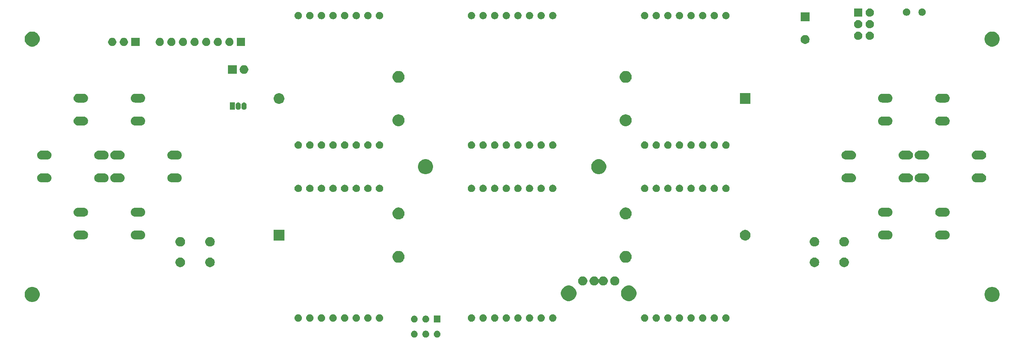
<source format=gbr>
G04 #@! TF.GenerationSoftware,KiCad,Pcbnew,(5.1.6-0-10_14)*
G04 #@! TF.CreationDate,2020-12-22T21:50:37-08:00*
G04 #@! TF.ProjectId,handheld,68616e64-6865-46c6-942e-6b696361645f,rev?*
G04 #@! TF.SameCoordinates,Original*
G04 #@! TF.FileFunction,Soldermask,Bot*
G04 #@! TF.FilePolarity,Negative*
%FSLAX46Y46*%
G04 Gerber Fmt 4.6, Leading zero omitted, Abs format (unit mm)*
G04 Created by KiCad (PCBNEW (5.1.6-0-10_14)) date 2020-12-22 21:50:37*
%MOMM*%
%LPD*%
G01*
G04 APERTURE LIST*
G04 #@! TA.AperFunction,NonConductor*
%ADD10C,0.100000*%
G04 #@! TD*
G04 APERTURE END LIST*
D10*
G36*
X136218768Y-137578822D02*
G01*
X136355258Y-137635358D01*
X136478099Y-137717438D01*
X136582562Y-137821901D01*
X136664642Y-137944742D01*
X136721178Y-138081232D01*
X136750000Y-138226131D01*
X136750000Y-138373869D01*
X136721178Y-138518768D01*
X136664642Y-138655258D01*
X136582562Y-138778099D01*
X136478099Y-138882562D01*
X136355258Y-138964642D01*
X136218768Y-139021178D01*
X136073869Y-139050000D01*
X135926131Y-139050000D01*
X135781232Y-139021178D01*
X135644742Y-138964642D01*
X135521901Y-138882562D01*
X135417438Y-138778099D01*
X135335358Y-138655258D01*
X135278822Y-138518768D01*
X135250000Y-138373869D01*
X135250000Y-138226131D01*
X135278822Y-138081232D01*
X135335358Y-137944742D01*
X135417438Y-137821901D01*
X135521901Y-137717438D01*
X135644742Y-137635358D01*
X135781232Y-137578822D01*
X135926131Y-137550000D01*
X136073869Y-137550000D01*
X136218768Y-137578822D01*
G37*
G36*
X133718768Y-137578822D02*
G01*
X133855258Y-137635358D01*
X133978099Y-137717438D01*
X134082562Y-137821901D01*
X134164642Y-137944742D01*
X134221178Y-138081232D01*
X134250000Y-138226131D01*
X134250000Y-138373869D01*
X134221178Y-138518768D01*
X134164642Y-138655258D01*
X134082562Y-138778099D01*
X133978099Y-138882562D01*
X133855258Y-138964642D01*
X133718768Y-139021178D01*
X133573869Y-139050000D01*
X133426131Y-139050000D01*
X133281232Y-139021178D01*
X133144742Y-138964642D01*
X133021901Y-138882562D01*
X132917438Y-138778099D01*
X132835358Y-138655258D01*
X132778822Y-138518768D01*
X132750000Y-138373869D01*
X132750000Y-138226131D01*
X132778822Y-138081232D01*
X132835358Y-137944742D01*
X132917438Y-137821901D01*
X133021901Y-137717438D01*
X133144742Y-137635358D01*
X133281232Y-137578822D01*
X133426131Y-137550000D01*
X133573869Y-137550000D01*
X133718768Y-137578822D01*
G37*
G36*
X131218768Y-137578822D02*
G01*
X131355258Y-137635358D01*
X131478099Y-137717438D01*
X131582562Y-137821901D01*
X131664642Y-137944742D01*
X131721178Y-138081232D01*
X131750000Y-138226131D01*
X131750000Y-138373869D01*
X131721178Y-138518768D01*
X131664642Y-138655258D01*
X131582562Y-138778099D01*
X131478099Y-138882562D01*
X131355258Y-138964642D01*
X131218768Y-139021178D01*
X131073869Y-139050000D01*
X130926131Y-139050000D01*
X130781232Y-139021178D01*
X130644742Y-138964642D01*
X130521901Y-138882562D01*
X130417438Y-138778099D01*
X130335358Y-138655258D01*
X130278822Y-138518768D01*
X130250000Y-138373869D01*
X130250000Y-138226131D01*
X130278822Y-138081232D01*
X130335358Y-137944742D01*
X130417438Y-137821901D01*
X130521901Y-137717438D01*
X130644742Y-137635358D01*
X130781232Y-137578822D01*
X130926131Y-137550000D01*
X131073869Y-137550000D01*
X131218768Y-137578822D01*
G37*
G36*
X136750000Y-135750000D02*
G01*
X135250000Y-135750000D01*
X135250000Y-134250000D01*
X136750000Y-134250000D01*
X136750000Y-135750000D01*
G37*
G36*
X133718768Y-134278822D02*
G01*
X133855258Y-134335358D01*
X133978099Y-134417438D01*
X134082562Y-134521901D01*
X134164642Y-134644742D01*
X134221178Y-134781232D01*
X134250000Y-134926131D01*
X134250000Y-135073869D01*
X134221178Y-135218768D01*
X134164642Y-135355258D01*
X134082562Y-135478099D01*
X133978099Y-135582562D01*
X133855258Y-135664642D01*
X133718768Y-135721178D01*
X133573869Y-135750000D01*
X133426131Y-135750000D01*
X133281232Y-135721178D01*
X133144742Y-135664642D01*
X133021901Y-135582562D01*
X132917438Y-135478099D01*
X132835358Y-135355258D01*
X132778822Y-135218768D01*
X132750000Y-135073869D01*
X132750000Y-134926131D01*
X132778822Y-134781232D01*
X132835358Y-134644742D01*
X132917438Y-134521901D01*
X133021901Y-134417438D01*
X133144742Y-134335358D01*
X133281232Y-134278822D01*
X133426131Y-134250000D01*
X133573869Y-134250000D01*
X133718768Y-134278822D01*
G37*
G36*
X131218768Y-134278822D02*
G01*
X131355258Y-134335358D01*
X131478099Y-134417438D01*
X131582562Y-134521901D01*
X131664642Y-134644742D01*
X131721178Y-134781232D01*
X131750000Y-134926131D01*
X131750000Y-135073869D01*
X131721178Y-135218768D01*
X131664642Y-135355258D01*
X131582562Y-135478099D01*
X131478099Y-135582562D01*
X131355258Y-135664642D01*
X131218768Y-135721178D01*
X131073869Y-135750000D01*
X130926131Y-135750000D01*
X130781232Y-135721178D01*
X130644742Y-135664642D01*
X130521901Y-135582562D01*
X130417438Y-135478099D01*
X130335358Y-135355258D01*
X130278822Y-135218768D01*
X130250000Y-135073869D01*
X130250000Y-134926131D01*
X130278822Y-134781232D01*
X130335358Y-134644742D01*
X130417438Y-134521901D01*
X130521901Y-134417438D01*
X130644742Y-134335358D01*
X130781232Y-134278822D01*
X130926131Y-134250000D01*
X131073869Y-134250000D01*
X131218768Y-134278822D01*
G37*
G36*
X184186852Y-133969205D02*
G01*
X184334624Y-134030413D01*
X184387824Y-134065960D01*
X184467620Y-134119278D01*
X184580722Y-134232380D01*
X184611753Y-134278822D01*
X184669587Y-134365376D01*
X184730795Y-134513148D01*
X184762000Y-134670025D01*
X184762000Y-134829975D01*
X184730795Y-134986852D01*
X184669587Y-135134624D01*
X184634040Y-135187824D01*
X184580722Y-135267620D01*
X184467620Y-135380722D01*
X184387824Y-135434040D01*
X184334624Y-135469587D01*
X184186852Y-135530795D01*
X184029975Y-135562000D01*
X183870025Y-135562000D01*
X183713148Y-135530795D01*
X183565376Y-135469587D01*
X183512176Y-135434040D01*
X183432380Y-135380722D01*
X183319278Y-135267620D01*
X183265960Y-135187824D01*
X183230413Y-135134624D01*
X183169205Y-134986852D01*
X183138000Y-134829975D01*
X183138000Y-134670025D01*
X183169205Y-134513148D01*
X183230413Y-134365376D01*
X183288247Y-134278822D01*
X183319278Y-134232380D01*
X183432380Y-134119278D01*
X183512176Y-134065960D01*
X183565376Y-134030413D01*
X183713148Y-133969205D01*
X183870025Y-133938000D01*
X184029975Y-133938000D01*
X184186852Y-133969205D01*
G37*
G36*
X181646852Y-133969205D02*
G01*
X181794624Y-134030413D01*
X181847824Y-134065960D01*
X181927620Y-134119278D01*
X182040722Y-134232380D01*
X182071753Y-134278822D01*
X182129587Y-134365376D01*
X182190795Y-134513148D01*
X182222000Y-134670025D01*
X182222000Y-134829975D01*
X182190795Y-134986852D01*
X182129587Y-135134624D01*
X182094040Y-135187824D01*
X182040722Y-135267620D01*
X181927620Y-135380722D01*
X181847824Y-135434040D01*
X181794624Y-135469587D01*
X181646852Y-135530795D01*
X181489975Y-135562000D01*
X181330025Y-135562000D01*
X181173148Y-135530795D01*
X181025376Y-135469587D01*
X180972176Y-135434040D01*
X180892380Y-135380722D01*
X180779278Y-135267620D01*
X180725960Y-135187824D01*
X180690413Y-135134624D01*
X180629205Y-134986852D01*
X180598000Y-134829975D01*
X180598000Y-134670025D01*
X180629205Y-134513148D01*
X180690413Y-134365376D01*
X180748247Y-134278822D01*
X180779278Y-134232380D01*
X180892380Y-134119278D01*
X180972176Y-134065960D01*
X181025376Y-134030413D01*
X181173148Y-133969205D01*
X181330025Y-133938000D01*
X181489975Y-133938000D01*
X181646852Y-133969205D01*
G37*
G36*
X161526852Y-133969205D02*
G01*
X161674624Y-134030413D01*
X161727824Y-134065960D01*
X161807620Y-134119278D01*
X161920722Y-134232380D01*
X161951753Y-134278822D01*
X162009587Y-134365376D01*
X162070795Y-134513148D01*
X162102000Y-134670025D01*
X162102000Y-134829975D01*
X162070795Y-134986852D01*
X162009587Y-135134624D01*
X161974040Y-135187824D01*
X161920722Y-135267620D01*
X161807620Y-135380722D01*
X161727824Y-135434040D01*
X161674624Y-135469587D01*
X161526852Y-135530795D01*
X161369975Y-135562000D01*
X161210025Y-135562000D01*
X161053148Y-135530795D01*
X160905376Y-135469587D01*
X160852176Y-135434040D01*
X160772380Y-135380722D01*
X160659278Y-135267620D01*
X160605960Y-135187824D01*
X160570413Y-135134624D01*
X160509205Y-134986852D01*
X160478000Y-134829975D01*
X160478000Y-134670025D01*
X160509205Y-134513148D01*
X160570413Y-134365376D01*
X160628247Y-134278822D01*
X160659278Y-134232380D01*
X160772380Y-134119278D01*
X160852176Y-134065960D01*
X160905376Y-134030413D01*
X161053148Y-133969205D01*
X161210025Y-133938000D01*
X161369975Y-133938000D01*
X161526852Y-133969205D01*
G37*
G36*
X158986852Y-133969205D02*
G01*
X159134624Y-134030413D01*
X159187824Y-134065960D01*
X159267620Y-134119278D01*
X159380722Y-134232380D01*
X159411753Y-134278822D01*
X159469587Y-134365376D01*
X159530795Y-134513148D01*
X159562000Y-134670025D01*
X159562000Y-134829975D01*
X159530795Y-134986852D01*
X159469587Y-135134624D01*
X159434040Y-135187824D01*
X159380722Y-135267620D01*
X159267620Y-135380722D01*
X159187824Y-135434040D01*
X159134624Y-135469587D01*
X158986852Y-135530795D01*
X158829975Y-135562000D01*
X158670025Y-135562000D01*
X158513148Y-135530795D01*
X158365376Y-135469587D01*
X158312176Y-135434040D01*
X158232380Y-135380722D01*
X158119278Y-135267620D01*
X158065960Y-135187824D01*
X158030413Y-135134624D01*
X157969205Y-134986852D01*
X157938000Y-134829975D01*
X157938000Y-134670025D01*
X157969205Y-134513148D01*
X158030413Y-134365376D01*
X158088247Y-134278822D01*
X158119278Y-134232380D01*
X158232380Y-134119278D01*
X158312176Y-134065960D01*
X158365376Y-134030413D01*
X158513148Y-133969205D01*
X158670025Y-133938000D01*
X158829975Y-133938000D01*
X158986852Y-133969205D01*
G37*
G36*
X156446852Y-133969205D02*
G01*
X156594624Y-134030413D01*
X156647824Y-134065960D01*
X156727620Y-134119278D01*
X156840722Y-134232380D01*
X156871753Y-134278822D01*
X156929587Y-134365376D01*
X156990795Y-134513148D01*
X157022000Y-134670025D01*
X157022000Y-134829975D01*
X156990795Y-134986852D01*
X156929587Y-135134624D01*
X156894040Y-135187824D01*
X156840722Y-135267620D01*
X156727620Y-135380722D01*
X156647824Y-135434040D01*
X156594624Y-135469587D01*
X156446852Y-135530795D01*
X156289975Y-135562000D01*
X156130025Y-135562000D01*
X155973148Y-135530795D01*
X155825376Y-135469587D01*
X155772176Y-135434040D01*
X155692380Y-135380722D01*
X155579278Y-135267620D01*
X155525960Y-135187824D01*
X155490413Y-135134624D01*
X155429205Y-134986852D01*
X155398000Y-134829975D01*
X155398000Y-134670025D01*
X155429205Y-134513148D01*
X155490413Y-134365376D01*
X155548247Y-134278822D01*
X155579278Y-134232380D01*
X155692380Y-134119278D01*
X155772176Y-134065960D01*
X155825376Y-134030413D01*
X155973148Y-133969205D01*
X156130025Y-133938000D01*
X156289975Y-133938000D01*
X156446852Y-133969205D01*
G37*
G36*
X153906852Y-133969205D02*
G01*
X154054624Y-134030413D01*
X154107824Y-134065960D01*
X154187620Y-134119278D01*
X154300722Y-134232380D01*
X154331753Y-134278822D01*
X154389587Y-134365376D01*
X154450795Y-134513148D01*
X154482000Y-134670025D01*
X154482000Y-134829975D01*
X154450795Y-134986852D01*
X154389587Y-135134624D01*
X154354040Y-135187824D01*
X154300722Y-135267620D01*
X154187620Y-135380722D01*
X154107824Y-135434040D01*
X154054624Y-135469587D01*
X153906852Y-135530795D01*
X153749975Y-135562000D01*
X153590025Y-135562000D01*
X153433148Y-135530795D01*
X153285376Y-135469587D01*
X153232176Y-135434040D01*
X153152380Y-135380722D01*
X153039278Y-135267620D01*
X152985960Y-135187824D01*
X152950413Y-135134624D01*
X152889205Y-134986852D01*
X152858000Y-134829975D01*
X152858000Y-134670025D01*
X152889205Y-134513148D01*
X152950413Y-134365376D01*
X153008247Y-134278822D01*
X153039278Y-134232380D01*
X153152380Y-134119278D01*
X153232176Y-134065960D01*
X153285376Y-134030413D01*
X153433148Y-133969205D01*
X153590025Y-133938000D01*
X153749975Y-133938000D01*
X153906852Y-133969205D01*
G37*
G36*
X151366852Y-133969205D02*
G01*
X151514624Y-134030413D01*
X151567824Y-134065960D01*
X151647620Y-134119278D01*
X151760722Y-134232380D01*
X151791753Y-134278822D01*
X151849587Y-134365376D01*
X151910795Y-134513148D01*
X151942000Y-134670025D01*
X151942000Y-134829975D01*
X151910795Y-134986852D01*
X151849587Y-135134624D01*
X151814040Y-135187824D01*
X151760722Y-135267620D01*
X151647620Y-135380722D01*
X151567824Y-135434040D01*
X151514624Y-135469587D01*
X151366852Y-135530795D01*
X151209975Y-135562000D01*
X151050025Y-135562000D01*
X150893148Y-135530795D01*
X150745376Y-135469587D01*
X150692176Y-135434040D01*
X150612380Y-135380722D01*
X150499278Y-135267620D01*
X150445960Y-135187824D01*
X150410413Y-135134624D01*
X150349205Y-134986852D01*
X150318000Y-134829975D01*
X150318000Y-134670025D01*
X150349205Y-134513148D01*
X150410413Y-134365376D01*
X150468247Y-134278822D01*
X150499278Y-134232380D01*
X150612380Y-134119278D01*
X150692176Y-134065960D01*
X150745376Y-134030413D01*
X150893148Y-133969205D01*
X151050025Y-133938000D01*
X151209975Y-133938000D01*
X151366852Y-133969205D01*
G37*
G36*
X148826852Y-133969205D02*
G01*
X148974624Y-134030413D01*
X149027824Y-134065960D01*
X149107620Y-134119278D01*
X149220722Y-134232380D01*
X149251753Y-134278822D01*
X149309587Y-134365376D01*
X149370795Y-134513148D01*
X149402000Y-134670025D01*
X149402000Y-134829975D01*
X149370795Y-134986852D01*
X149309587Y-135134624D01*
X149274040Y-135187824D01*
X149220722Y-135267620D01*
X149107620Y-135380722D01*
X149027824Y-135434040D01*
X148974624Y-135469587D01*
X148826852Y-135530795D01*
X148669975Y-135562000D01*
X148510025Y-135562000D01*
X148353148Y-135530795D01*
X148205376Y-135469587D01*
X148152176Y-135434040D01*
X148072380Y-135380722D01*
X147959278Y-135267620D01*
X147905960Y-135187824D01*
X147870413Y-135134624D01*
X147809205Y-134986852D01*
X147778000Y-134829975D01*
X147778000Y-134670025D01*
X147809205Y-134513148D01*
X147870413Y-134365376D01*
X147928247Y-134278822D01*
X147959278Y-134232380D01*
X148072380Y-134119278D01*
X148152176Y-134065960D01*
X148205376Y-134030413D01*
X148353148Y-133969205D01*
X148510025Y-133938000D01*
X148669975Y-133938000D01*
X148826852Y-133969205D01*
G37*
G36*
X146286852Y-133969205D02*
G01*
X146434624Y-134030413D01*
X146487824Y-134065960D01*
X146567620Y-134119278D01*
X146680722Y-134232380D01*
X146711753Y-134278822D01*
X146769587Y-134365376D01*
X146830795Y-134513148D01*
X146862000Y-134670025D01*
X146862000Y-134829975D01*
X146830795Y-134986852D01*
X146769587Y-135134624D01*
X146734040Y-135187824D01*
X146680722Y-135267620D01*
X146567620Y-135380722D01*
X146487824Y-135434040D01*
X146434624Y-135469587D01*
X146286852Y-135530795D01*
X146129975Y-135562000D01*
X145970025Y-135562000D01*
X145813148Y-135530795D01*
X145665376Y-135469587D01*
X145612176Y-135434040D01*
X145532380Y-135380722D01*
X145419278Y-135267620D01*
X145365960Y-135187824D01*
X145330413Y-135134624D01*
X145269205Y-134986852D01*
X145238000Y-134829975D01*
X145238000Y-134670025D01*
X145269205Y-134513148D01*
X145330413Y-134365376D01*
X145388247Y-134278822D01*
X145419278Y-134232380D01*
X145532380Y-134119278D01*
X145612176Y-134065960D01*
X145665376Y-134030413D01*
X145813148Y-133969205D01*
X145970025Y-133938000D01*
X146129975Y-133938000D01*
X146286852Y-133969205D01*
G37*
G36*
X143746852Y-133969205D02*
G01*
X143894624Y-134030413D01*
X143947824Y-134065960D01*
X144027620Y-134119278D01*
X144140722Y-134232380D01*
X144171753Y-134278822D01*
X144229587Y-134365376D01*
X144290795Y-134513148D01*
X144322000Y-134670025D01*
X144322000Y-134829975D01*
X144290795Y-134986852D01*
X144229587Y-135134624D01*
X144194040Y-135187824D01*
X144140722Y-135267620D01*
X144027620Y-135380722D01*
X143947824Y-135434040D01*
X143894624Y-135469587D01*
X143746852Y-135530795D01*
X143589975Y-135562000D01*
X143430025Y-135562000D01*
X143273148Y-135530795D01*
X143125376Y-135469587D01*
X143072176Y-135434040D01*
X142992380Y-135380722D01*
X142879278Y-135267620D01*
X142825960Y-135187824D01*
X142790413Y-135134624D01*
X142729205Y-134986852D01*
X142698000Y-134829975D01*
X142698000Y-134670025D01*
X142729205Y-134513148D01*
X142790413Y-134365376D01*
X142848247Y-134278822D01*
X142879278Y-134232380D01*
X142992380Y-134119278D01*
X143072176Y-134065960D01*
X143125376Y-134030413D01*
X143273148Y-133969205D01*
X143430025Y-133938000D01*
X143589975Y-133938000D01*
X143746852Y-133969205D01*
G37*
G36*
X123626852Y-133969205D02*
G01*
X123774624Y-134030413D01*
X123827824Y-134065960D01*
X123907620Y-134119278D01*
X124020722Y-134232380D01*
X124051753Y-134278822D01*
X124109587Y-134365376D01*
X124170795Y-134513148D01*
X124202000Y-134670025D01*
X124202000Y-134829975D01*
X124170795Y-134986852D01*
X124109587Y-135134624D01*
X124074040Y-135187824D01*
X124020722Y-135267620D01*
X123907620Y-135380722D01*
X123827824Y-135434040D01*
X123774624Y-135469587D01*
X123626852Y-135530795D01*
X123469975Y-135562000D01*
X123310025Y-135562000D01*
X123153148Y-135530795D01*
X123005376Y-135469587D01*
X122952176Y-135434040D01*
X122872380Y-135380722D01*
X122759278Y-135267620D01*
X122705960Y-135187824D01*
X122670413Y-135134624D01*
X122609205Y-134986852D01*
X122578000Y-134829975D01*
X122578000Y-134670025D01*
X122609205Y-134513148D01*
X122670413Y-134365376D01*
X122728247Y-134278822D01*
X122759278Y-134232380D01*
X122872380Y-134119278D01*
X122952176Y-134065960D01*
X123005376Y-134030413D01*
X123153148Y-133969205D01*
X123310025Y-133938000D01*
X123469975Y-133938000D01*
X123626852Y-133969205D01*
G37*
G36*
X121086852Y-133969205D02*
G01*
X121234624Y-134030413D01*
X121287824Y-134065960D01*
X121367620Y-134119278D01*
X121480722Y-134232380D01*
X121511753Y-134278822D01*
X121569587Y-134365376D01*
X121630795Y-134513148D01*
X121662000Y-134670025D01*
X121662000Y-134829975D01*
X121630795Y-134986852D01*
X121569587Y-135134624D01*
X121534040Y-135187824D01*
X121480722Y-135267620D01*
X121367620Y-135380722D01*
X121287824Y-135434040D01*
X121234624Y-135469587D01*
X121086852Y-135530795D01*
X120929975Y-135562000D01*
X120770025Y-135562000D01*
X120613148Y-135530795D01*
X120465376Y-135469587D01*
X120412176Y-135434040D01*
X120332380Y-135380722D01*
X120219278Y-135267620D01*
X120165960Y-135187824D01*
X120130413Y-135134624D01*
X120069205Y-134986852D01*
X120038000Y-134829975D01*
X120038000Y-134670025D01*
X120069205Y-134513148D01*
X120130413Y-134365376D01*
X120188247Y-134278822D01*
X120219278Y-134232380D01*
X120332380Y-134119278D01*
X120412176Y-134065960D01*
X120465376Y-134030413D01*
X120613148Y-133969205D01*
X120770025Y-133938000D01*
X120929975Y-133938000D01*
X121086852Y-133969205D01*
G37*
G36*
X118546852Y-133969205D02*
G01*
X118694624Y-134030413D01*
X118747824Y-134065960D01*
X118827620Y-134119278D01*
X118940722Y-134232380D01*
X118971753Y-134278822D01*
X119029587Y-134365376D01*
X119090795Y-134513148D01*
X119122000Y-134670025D01*
X119122000Y-134829975D01*
X119090795Y-134986852D01*
X119029587Y-135134624D01*
X118994040Y-135187824D01*
X118940722Y-135267620D01*
X118827620Y-135380722D01*
X118747824Y-135434040D01*
X118694624Y-135469587D01*
X118546852Y-135530795D01*
X118389975Y-135562000D01*
X118230025Y-135562000D01*
X118073148Y-135530795D01*
X117925376Y-135469587D01*
X117872176Y-135434040D01*
X117792380Y-135380722D01*
X117679278Y-135267620D01*
X117625960Y-135187824D01*
X117590413Y-135134624D01*
X117529205Y-134986852D01*
X117498000Y-134829975D01*
X117498000Y-134670025D01*
X117529205Y-134513148D01*
X117590413Y-134365376D01*
X117648247Y-134278822D01*
X117679278Y-134232380D01*
X117792380Y-134119278D01*
X117872176Y-134065960D01*
X117925376Y-134030413D01*
X118073148Y-133969205D01*
X118230025Y-133938000D01*
X118389975Y-133938000D01*
X118546852Y-133969205D01*
G37*
G36*
X116006852Y-133969205D02*
G01*
X116154624Y-134030413D01*
X116207824Y-134065960D01*
X116287620Y-134119278D01*
X116400722Y-134232380D01*
X116431753Y-134278822D01*
X116489587Y-134365376D01*
X116550795Y-134513148D01*
X116582000Y-134670025D01*
X116582000Y-134829975D01*
X116550795Y-134986852D01*
X116489587Y-135134624D01*
X116454040Y-135187824D01*
X116400722Y-135267620D01*
X116287620Y-135380722D01*
X116207824Y-135434040D01*
X116154624Y-135469587D01*
X116006852Y-135530795D01*
X115849975Y-135562000D01*
X115690025Y-135562000D01*
X115533148Y-135530795D01*
X115385376Y-135469587D01*
X115332176Y-135434040D01*
X115252380Y-135380722D01*
X115139278Y-135267620D01*
X115085960Y-135187824D01*
X115050413Y-135134624D01*
X114989205Y-134986852D01*
X114958000Y-134829975D01*
X114958000Y-134670025D01*
X114989205Y-134513148D01*
X115050413Y-134365376D01*
X115108247Y-134278822D01*
X115139278Y-134232380D01*
X115252380Y-134119278D01*
X115332176Y-134065960D01*
X115385376Y-134030413D01*
X115533148Y-133969205D01*
X115690025Y-133938000D01*
X115849975Y-133938000D01*
X116006852Y-133969205D01*
G37*
G36*
X113466852Y-133969205D02*
G01*
X113614624Y-134030413D01*
X113667824Y-134065960D01*
X113747620Y-134119278D01*
X113860722Y-134232380D01*
X113891753Y-134278822D01*
X113949587Y-134365376D01*
X114010795Y-134513148D01*
X114042000Y-134670025D01*
X114042000Y-134829975D01*
X114010795Y-134986852D01*
X113949587Y-135134624D01*
X113914040Y-135187824D01*
X113860722Y-135267620D01*
X113747620Y-135380722D01*
X113667824Y-135434040D01*
X113614624Y-135469587D01*
X113466852Y-135530795D01*
X113309975Y-135562000D01*
X113150025Y-135562000D01*
X112993148Y-135530795D01*
X112845376Y-135469587D01*
X112792176Y-135434040D01*
X112712380Y-135380722D01*
X112599278Y-135267620D01*
X112545960Y-135187824D01*
X112510413Y-135134624D01*
X112449205Y-134986852D01*
X112418000Y-134829975D01*
X112418000Y-134670025D01*
X112449205Y-134513148D01*
X112510413Y-134365376D01*
X112568247Y-134278822D01*
X112599278Y-134232380D01*
X112712380Y-134119278D01*
X112792176Y-134065960D01*
X112845376Y-134030413D01*
X112993148Y-133969205D01*
X113150025Y-133938000D01*
X113309975Y-133938000D01*
X113466852Y-133969205D01*
G37*
G36*
X110926852Y-133969205D02*
G01*
X111074624Y-134030413D01*
X111127824Y-134065960D01*
X111207620Y-134119278D01*
X111320722Y-134232380D01*
X111351753Y-134278822D01*
X111409587Y-134365376D01*
X111470795Y-134513148D01*
X111502000Y-134670025D01*
X111502000Y-134829975D01*
X111470795Y-134986852D01*
X111409587Y-135134624D01*
X111374040Y-135187824D01*
X111320722Y-135267620D01*
X111207620Y-135380722D01*
X111127824Y-135434040D01*
X111074624Y-135469587D01*
X110926852Y-135530795D01*
X110769975Y-135562000D01*
X110610025Y-135562000D01*
X110453148Y-135530795D01*
X110305376Y-135469587D01*
X110252176Y-135434040D01*
X110172380Y-135380722D01*
X110059278Y-135267620D01*
X110005960Y-135187824D01*
X109970413Y-135134624D01*
X109909205Y-134986852D01*
X109878000Y-134829975D01*
X109878000Y-134670025D01*
X109909205Y-134513148D01*
X109970413Y-134365376D01*
X110028247Y-134278822D01*
X110059278Y-134232380D01*
X110172380Y-134119278D01*
X110252176Y-134065960D01*
X110305376Y-134030413D01*
X110453148Y-133969205D01*
X110610025Y-133938000D01*
X110769975Y-133938000D01*
X110926852Y-133969205D01*
G37*
G36*
X108386852Y-133969205D02*
G01*
X108534624Y-134030413D01*
X108587824Y-134065960D01*
X108667620Y-134119278D01*
X108780722Y-134232380D01*
X108811753Y-134278822D01*
X108869587Y-134365376D01*
X108930795Y-134513148D01*
X108962000Y-134670025D01*
X108962000Y-134829975D01*
X108930795Y-134986852D01*
X108869587Y-135134624D01*
X108834040Y-135187824D01*
X108780722Y-135267620D01*
X108667620Y-135380722D01*
X108587824Y-135434040D01*
X108534624Y-135469587D01*
X108386852Y-135530795D01*
X108229975Y-135562000D01*
X108070025Y-135562000D01*
X107913148Y-135530795D01*
X107765376Y-135469587D01*
X107712176Y-135434040D01*
X107632380Y-135380722D01*
X107519278Y-135267620D01*
X107465960Y-135187824D01*
X107430413Y-135134624D01*
X107369205Y-134986852D01*
X107338000Y-134829975D01*
X107338000Y-134670025D01*
X107369205Y-134513148D01*
X107430413Y-134365376D01*
X107488247Y-134278822D01*
X107519278Y-134232380D01*
X107632380Y-134119278D01*
X107712176Y-134065960D01*
X107765376Y-134030413D01*
X107913148Y-133969205D01*
X108070025Y-133938000D01*
X108229975Y-133938000D01*
X108386852Y-133969205D01*
G37*
G36*
X105846852Y-133969205D02*
G01*
X105994624Y-134030413D01*
X106047824Y-134065960D01*
X106127620Y-134119278D01*
X106240722Y-134232380D01*
X106271753Y-134278822D01*
X106329587Y-134365376D01*
X106390795Y-134513148D01*
X106422000Y-134670025D01*
X106422000Y-134829975D01*
X106390795Y-134986852D01*
X106329587Y-135134624D01*
X106294040Y-135187824D01*
X106240722Y-135267620D01*
X106127620Y-135380722D01*
X106047824Y-135434040D01*
X105994624Y-135469587D01*
X105846852Y-135530795D01*
X105689975Y-135562000D01*
X105530025Y-135562000D01*
X105373148Y-135530795D01*
X105225376Y-135469587D01*
X105172176Y-135434040D01*
X105092380Y-135380722D01*
X104979278Y-135267620D01*
X104925960Y-135187824D01*
X104890413Y-135134624D01*
X104829205Y-134986852D01*
X104798000Y-134829975D01*
X104798000Y-134670025D01*
X104829205Y-134513148D01*
X104890413Y-134365376D01*
X104948247Y-134278822D01*
X104979278Y-134232380D01*
X105092380Y-134119278D01*
X105172176Y-134065960D01*
X105225376Y-134030413D01*
X105373148Y-133969205D01*
X105530025Y-133938000D01*
X105689975Y-133938000D01*
X105846852Y-133969205D01*
G37*
G36*
X186726852Y-133969205D02*
G01*
X186874624Y-134030413D01*
X186927824Y-134065960D01*
X187007620Y-134119278D01*
X187120722Y-134232380D01*
X187151753Y-134278822D01*
X187209587Y-134365376D01*
X187270795Y-134513148D01*
X187302000Y-134670025D01*
X187302000Y-134829975D01*
X187270795Y-134986852D01*
X187209587Y-135134624D01*
X187174040Y-135187824D01*
X187120722Y-135267620D01*
X187007620Y-135380722D01*
X186927824Y-135434040D01*
X186874624Y-135469587D01*
X186726852Y-135530795D01*
X186569975Y-135562000D01*
X186410025Y-135562000D01*
X186253148Y-135530795D01*
X186105376Y-135469587D01*
X186052176Y-135434040D01*
X185972380Y-135380722D01*
X185859278Y-135267620D01*
X185805960Y-135187824D01*
X185770413Y-135134624D01*
X185709205Y-134986852D01*
X185678000Y-134829975D01*
X185678000Y-134670025D01*
X185709205Y-134513148D01*
X185770413Y-134365376D01*
X185828247Y-134278822D01*
X185859278Y-134232380D01*
X185972380Y-134119278D01*
X186052176Y-134065960D01*
X186105376Y-134030413D01*
X186253148Y-133969205D01*
X186410025Y-133938000D01*
X186569975Y-133938000D01*
X186726852Y-133969205D01*
G37*
G36*
X189266852Y-133969205D02*
G01*
X189414624Y-134030413D01*
X189467824Y-134065960D01*
X189547620Y-134119278D01*
X189660722Y-134232380D01*
X189691753Y-134278822D01*
X189749587Y-134365376D01*
X189810795Y-134513148D01*
X189842000Y-134670025D01*
X189842000Y-134829975D01*
X189810795Y-134986852D01*
X189749587Y-135134624D01*
X189714040Y-135187824D01*
X189660722Y-135267620D01*
X189547620Y-135380722D01*
X189467824Y-135434040D01*
X189414624Y-135469587D01*
X189266852Y-135530795D01*
X189109975Y-135562000D01*
X188950025Y-135562000D01*
X188793148Y-135530795D01*
X188645376Y-135469587D01*
X188592176Y-135434040D01*
X188512380Y-135380722D01*
X188399278Y-135267620D01*
X188345960Y-135187824D01*
X188310413Y-135134624D01*
X188249205Y-134986852D01*
X188218000Y-134829975D01*
X188218000Y-134670025D01*
X188249205Y-134513148D01*
X188310413Y-134365376D01*
X188368247Y-134278822D01*
X188399278Y-134232380D01*
X188512380Y-134119278D01*
X188592176Y-134065960D01*
X188645376Y-134030413D01*
X188793148Y-133969205D01*
X188950025Y-133938000D01*
X189109975Y-133938000D01*
X189266852Y-133969205D01*
G37*
G36*
X191806852Y-133969205D02*
G01*
X191954624Y-134030413D01*
X192007824Y-134065960D01*
X192087620Y-134119278D01*
X192200722Y-134232380D01*
X192231753Y-134278822D01*
X192289587Y-134365376D01*
X192350795Y-134513148D01*
X192382000Y-134670025D01*
X192382000Y-134829975D01*
X192350795Y-134986852D01*
X192289587Y-135134624D01*
X192254040Y-135187824D01*
X192200722Y-135267620D01*
X192087620Y-135380722D01*
X192007824Y-135434040D01*
X191954624Y-135469587D01*
X191806852Y-135530795D01*
X191649975Y-135562000D01*
X191490025Y-135562000D01*
X191333148Y-135530795D01*
X191185376Y-135469587D01*
X191132176Y-135434040D01*
X191052380Y-135380722D01*
X190939278Y-135267620D01*
X190885960Y-135187824D01*
X190850413Y-135134624D01*
X190789205Y-134986852D01*
X190758000Y-134829975D01*
X190758000Y-134670025D01*
X190789205Y-134513148D01*
X190850413Y-134365376D01*
X190908247Y-134278822D01*
X190939278Y-134232380D01*
X191052380Y-134119278D01*
X191132176Y-134065960D01*
X191185376Y-134030413D01*
X191333148Y-133969205D01*
X191490025Y-133938000D01*
X191649975Y-133938000D01*
X191806852Y-133969205D01*
G37*
G36*
X194346852Y-133969205D02*
G01*
X194494624Y-134030413D01*
X194547824Y-134065960D01*
X194627620Y-134119278D01*
X194740722Y-134232380D01*
X194771753Y-134278822D01*
X194829587Y-134365376D01*
X194890795Y-134513148D01*
X194922000Y-134670025D01*
X194922000Y-134829975D01*
X194890795Y-134986852D01*
X194829587Y-135134624D01*
X194794040Y-135187824D01*
X194740722Y-135267620D01*
X194627620Y-135380722D01*
X194547824Y-135434040D01*
X194494624Y-135469587D01*
X194346852Y-135530795D01*
X194189975Y-135562000D01*
X194030025Y-135562000D01*
X193873148Y-135530795D01*
X193725376Y-135469587D01*
X193672176Y-135434040D01*
X193592380Y-135380722D01*
X193479278Y-135267620D01*
X193425960Y-135187824D01*
X193390413Y-135134624D01*
X193329205Y-134986852D01*
X193298000Y-134829975D01*
X193298000Y-134670025D01*
X193329205Y-134513148D01*
X193390413Y-134365376D01*
X193448247Y-134278822D01*
X193479278Y-134232380D01*
X193592380Y-134119278D01*
X193672176Y-134065960D01*
X193725376Y-134030413D01*
X193873148Y-133969205D01*
X194030025Y-133938000D01*
X194189975Y-133938000D01*
X194346852Y-133969205D01*
G37*
G36*
X196886852Y-133969205D02*
G01*
X197034624Y-134030413D01*
X197087824Y-134065960D01*
X197167620Y-134119278D01*
X197280722Y-134232380D01*
X197311753Y-134278822D01*
X197369587Y-134365376D01*
X197430795Y-134513148D01*
X197462000Y-134670025D01*
X197462000Y-134829975D01*
X197430795Y-134986852D01*
X197369587Y-135134624D01*
X197334040Y-135187824D01*
X197280722Y-135267620D01*
X197167620Y-135380722D01*
X197087824Y-135434040D01*
X197034624Y-135469587D01*
X196886852Y-135530795D01*
X196729975Y-135562000D01*
X196570025Y-135562000D01*
X196413148Y-135530795D01*
X196265376Y-135469587D01*
X196212176Y-135434040D01*
X196132380Y-135380722D01*
X196019278Y-135267620D01*
X195965960Y-135187824D01*
X195930413Y-135134624D01*
X195869205Y-134986852D01*
X195838000Y-134829975D01*
X195838000Y-134670025D01*
X195869205Y-134513148D01*
X195930413Y-134365376D01*
X195988247Y-134278822D01*
X196019278Y-134232380D01*
X196132380Y-134119278D01*
X196212176Y-134065960D01*
X196265376Y-134030413D01*
X196413148Y-133969205D01*
X196570025Y-133938000D01*
X196729975Y-133938000D01*
X196886852Y-133969205D01*
G37*
G36*
X199426852Y-133969205D02*
G01*
X199574624Y-134030413D01*
X199627824Y-134065960D01*
X199707620Y-134119278D01*
X199820722Y-134232380D01*
X199851753Y-134278822D01*
X199909587Y-134365376D01*
X199970795Y-134513148D01*
X200002000Y-134670025D01*
X200002000Y-134829975D01*
X199970795Y-134986852D01*
X199909587Y-135134624D01*
X199874040Y-135187824D01*
X199820722Y-135267620D01*
X199707620Y-135380722D01*
X199627824Y-135434040D01*
X199574624Y-135469587D01*
X199426852Y-135530795D01*
X199269975Y-135562000D01*
X199110025Y-135562000D01*
X198953148Y-135530795D01*
X198805376Y-135469587D01*
X198752176Y-135434040D01*
X198672380Y-135380722D01*
X198559278Y-135267620D01*
X198505960Y-135187824D01*
X198470413Y-135134624D01*
X198409205Y-134986852D01*
X198378000Y-134829975D01*
X198378000Y-134670025D01*
X198409205Y-134513148D01*
X198470413Y-134365376D01*
X198528247Y-134278822D01*
X198559278Y-134232380D01*
X198672380Y-134119278D01*
X198752176Y-134065960D01*
X198805376Y-134030413D01*
X198953148Y-133969205D01*
X199110025Y-133938000D01*
X199269975Y-133938000D01*
X199426852Y-133969205D01*
G37*
G36*
X47881287Y-128013408D02*
G01*
X48181568Y-128137789D01*
X48451814Y-128318361D01*
X48681639Y-128548186D01*
X48862211Y-128818432D01*
X48986592Y-129118713D01*
X49050000Y-129437489D01*
X49050000Y-129762511D01*
X48986592Y-130081287D01*
X48862211Y-130381568D01*
X48681639Y-130651814D01*
X48451814Y-130881639D01*
X48181568Y-131062211D01*
X47881287Y-131186592D01*
X47562511Y-131250000D01*
X47237489Y-131250000D01*
X46918713Y-131186592D01*
X46618432Y-131062211D01*
X46348186Y-130881639D01*
X46118361Y-130651814D01*
X45937789Y-130381568D01*
X45813408Y-130081287D01*
X45750000Y-129762511D01*
X45750000Y-129437489D01*
X45813408Y-129118713D01*
X45937789Y-128818432D01*
X46118361Y-128548186D01*
X46348186Y-128318361D01*
X46618432Y-128137789D01*
X46918713Y-128013408D01*
X47237489Y-127950000D01*
X47562511Y-127950000D01*
X47881287Y-128013408D01*
G37*
G36*
X257881287Y-128013408D02*
G01*
X258181568Y-128137789D01*
X258451814Y-128318361D01*
X258681639Y-128548186D01*
X258862211Y-128818432D01*
X258986592Y-129118713D01*
X259050000Y-129437489D01*
X259050000Y-129762511D01*
X258986592Y-130081287D01*
X258862211Y-130381568D01*
X258681639Y-130651814D01*
X258451814Y-130881639D01*
X258181568Y-131062211D01*
X257881287Y-131186592D01*
X257562511Y-131250000D01*
X257237489Y-131250000D01*
X256918713Y-131186592D01*
X256618432Y-131062211D01*
X256348186Y-130881639D01*
X256118361Y-130651814D01*
X255937789Y-130381568D01*
X255813408Y-130081287D01*
X255750000Y-129762511D01*
X255750000Y-129437489D01*
X255813408Y-129118713D01*
X255937789Y-128818432D01*
X256118361Y-128548186D01*
X256348186Y-128318361D01*
X256618432Y-128137789D01*
X256918713Y-128013408D01*
X257237489Y-127950000D01*
X257562511Y-127950000D01*
X257881287Y-128013408D01*
G37*
G36*
X165275872Y-127715330D02*
G01*
X165585252Y-127843479D01*
X165863687Y-128029523D01*
X166100477Y-128266313D01*
X166286521Y-128544748D01*
X166414670Y-128854128D01*
X166480000Y-129182565D01*
X166480000Y-129517435D01*
X166414670Y-129845872D01*
X166286521Y-130155252D01*
X166100477Y-130433687D01*
X165863687Y-130670477D01*
X165585252Y-130856521D01*
X165275872Y-130984670D01*
X164947435Y-131050000D01*
X164612565Y-131050000D01*
X164284128Y-130984670D01*
X163974748Y-130856521D01*
X163696313Y-130670477D01*
X163459523Y-130433687D01*
X163273479Y-130155252D01*
X163145330Y-129845872D01*
X163080000Y-129517435D01*
X163080000Y-129182565D01*
X163145330Y-128854128D01*
X163273479Y-128544748D01*
X163459523Y-128266313D01*
X163696313Y-128029523D01*
X163974748Y-127843479D01*
X164284128Y-127715330D01*
X164612565Y-127650000D01*
X164947435Y-127650000D01*
X165275872Y-127715330D01*
G37*
G36*
X178415872Y-127715330D02*
G01*
X178725252Y-127843479D01*
X179003687Y-128029523D01*
X179240477Y-128266313D01*
X179426521Y-128544748D01*
X179554670Y-128854128D01*
X179620000Y-129182565D01*
X179620000Y-129517435D01*
X179554670Y-129845872D01*
X179426521Y-130155252D01*
X179240477Y-130433687D01*
X179003687Y-130670477D01*
X178725252Y-130856521D01*
X178415872Y-130984670D01*
X178087435Y-131050000D01*
X177752565Y-131050000D01*
X177424128Y-130984670D01*
X177114748Y-130856521D01*
X176836313Y-130670477D01*
X176599523Y-130433687D01*
X176413479Y-130155252D01*
X176285330Y-129845872D01*
X176220000Y-129517435D01*
X176220000Y-129182565D01*
X176285330Y-128854128D01*
X176413479Y-128544748D01*
X176599523Y-128266313D01*
X176836313Y-128029523D01*
X177114748Y-127843479D01*
X177424128Y-127715330D01*
X177752565Y-127650000D01*
X178087435Y-127650000D01*
X178415872Y-127715330D01*
G37*
G36*
X167986921Y-125647644D02*
G01*
X168141689Y-125678429D01*
X168323678Y-125753811D01*
X168487463Y-125863249D01*
X168626751Y-126002537D01*
X168736189Y-126166322D01*
X168811571Y-126348311D01*
X168850000Y-126541509D01*
X168850000Y-126738491D01*
X168811571Y-126931689D01*
X168736189Y-127113678D01*
X168626751Y-127277463D01*
X168487463Y-127416751D01*
X168323678Y-127526189D01*
X168141689Y-127601571D01*
X167986921Y-127632356D01*
X167948492Y-127640000D01*
X167751508Y-127640000D01*
X167713079Y-127632356D01*
X167558311Y-127601571D01*
X167376322Y-127526189D01*
X167212537Y-127416751D01*
X167073249Y-127277463D01*
X166963811Y-127113678D01*
X166888429Y-126931689D01*
X166850000Y-126738491D01*
X166850000Y-126541509D01*
X166888429Y-126348311D01*
X166963811Y-126166322D01*
X167073249Y-126002537D01*
X167212537Y-125863249D01*
X167376322Y-125753811D01*
X167558311Y-125678429D01*
X167713079Y-125647644D01*
X167751508Y-125640000D01*
X167948492Y-125640000D01*
X167986921Y-125647644D01*
G37*
G36*
X170486921Y-125647644D02*
G01*
X170641689Y-125678429D01*
X170823678Y-125753811D01*
X170987464Y-125863250D01*
X171126750Y-126002536D01*
X171236189Y-126166322D01*
X171303068Y-126327784D01*
X171307762Y-126336566D01*
X171314080Y-126344264D01*
X171321778Y-126350582D01*
X171330560Y-126355276D01*
X171340090Y-126358167D01*
X171350000Y-126359143D01*
X171359910Y-126358167D01*
X171369440Y-126355276D01*
X171378222Y-126350582D01*
X171385920Y-126344264D01*
X171392238Y-126336566D01*
X171396932Y-126327784D01*
X171463811Y-126166322D01*
X171573250Y-126002536D01*
X171712536Y-125863250D01*
X171876322Y-125753811D01*
X172058311Y-125678429D01*
X172213079Y-125647644D01*
X172251508Y-125640000D01*
X172448492Y-125640000D01*
X172486921Y-125647644D01*
X172641689Y-125678429D01*
X172823678Y-125753811D01*
X172987463Y-125863249D01*
X173126751Y-126002537D01*
X173236189Y-126166322D01*
X173311571Y-126348311D01*
X173350000Y-126541509D01*
X173350000Y-126738491D01*
X173311571Y-126931689D01*
X173236189Y-127113678D01*
X173126751Y-127277463D01*
X172987463Y-127416751D01*
X172823678Y-127526189D01*
X172641689Y-127601571D01*
X172486921Y-127632356D01*
X172448492Y-127640000D01*
X172251508Y-127640000D01*
X172213079Y-127632356D01*
X172058311Y-127601571D01*
X171876322Y-127526189D01*
X171712537Y-127416751D01*
X171573249Y-127277463D01*
X171463811Y-127113678D01*
X171396930Y-126952212D01*
X171392238Y-126943434D01*
X171385920Y-126935736D01*
X171378222Y-126929418D01*
X171369440Y-126924724D01*
X171359910Y-126921833D01*
X171350000Y-126920857D01*
X171340090Y-126921833D01*
X171330560Y-126924724D01*
X171321778Y-126929418D01*
X171314080Y-126935736D01*
X171307762Y-126943434D01*
X171303070Y-126952212D01*
X171236189Y-127113678D01*
X171126751Y-127277463D01*
X170987463Y-127416751D01*
X170823678Y-127526189D01*
X170641689Y-127601571D01*
X170486921Y-127632356D01*
X170448492Y-127640000D01*
X170251508Y-127640000D01*
X170213079Y-127632356D01*
X170058311Y-127601571D01*
X169876322Y-127526189D01*
X169712537Y-127416751D01*
X169573249Y-127277463D01*
X169463811Y-127113678D01*
X169388429Y-126931689D01*
X169350000Y-126738491D01*
X169350000Y-126541509D01*
X169388429Y-126348311D01*
X169463811Y-126166322D01*
X169573249Y-126002537D01*
X169712537Y-125863249D01*
X169876322Y-125753811D01*
X170058311Y-125678429D01*
X170213079Y-125647644D01*
X170251508Y-125640000D01*
X170448492Y-125640000D01*
X170486921Y-125647644D01*
G37*
G36*
X174986921Y-125647644D02*
G01*
X175141689Y-125678429D01*
X175323678Y-125753811D01*
X175487463Y-125863249D01*
X175626751Y-126002537D01*
X175736189Y-126166322D01*
X175811571Y-126348311D01*
X175850000Y-126541509D01*
X175850000Y-126738491D01*
X175811571Y-126931689D01*
X175736189Y-127113678D01*
X175626751Y-127277463D01*
X175487463Y-127416751D01*
X175323678Y-127526189D01*
X175141689Y-127601571D01*
X174986921Y-127632356D01*
X174948492Y-127640000D01*
X174751508Y-127640000D01*
X174713079Y-127632356D01*
X174558311Y-127601571D01*
X174376322Y-127526189D01*
X174212537Y-127416751D01*
X174073249Y-127277463D01*
X173963811Y-127113678D01*
X173888429Y-126931689D01*
X173850000Y-126738491D01*
X173850000Y-126541509D01*
X173888429Y-126348311D01*
X173963811Y-126166322D01*
X174073249Y-126002537D01*
X174212537Y-125863249D01*
X174376322Y-125753811D01*
X174558311Y-125678429D01*
X174713079Y-125647644D01*
X174751508Y-125640000D01*
X174948492Y-125640000D01*
X174986921Y-125647644D01*
G37*
G36*
X225356274Y-121540350D02*
G01*
X225547362Y-121619502D01*
X225719336Y-121734411D01*
X225865589Y-121880664D01*
X225980498Y-122052638D01*
X226059650Y-122243726D01*
X226100000Y-122446584D01*
X226100000Y-122653416D01*
X226059650Y-122856274D01*
X225980498Y-123047362D01*
X225865589Y-123219336D01*
X225719336Y-123365589D01*
X225547362Y-123480498D01*
X225356274Y-123559650D01*
X225153416Y-123600000D01*
X224946584Y-123600000D01*
X224743726Y-123559650D01*
X224552638Y-123480498D01*
X224380664Y-123365589D01*
X224234411Y-123219336D01*
X224119502Y-123047362D01*
X224040350Y-122856274D01*
X224000000Y-122653416D01*
X224000000Y-122446584D01*
X224040350Y-122243726D01*
X224119502Y-122052638D01*
X224234411Y-121880664D01*
X224380664Y-121734411D01*
X224552638Y-121619502D01*
X224743726Y-121540350D01*
X224946584Y-121500000D01*
X225153416Y-121500000D01*
X225356274Y-121540350D01*
G37*
G36*
X80106274Y-121540350D02*
G01*
X80297362Y-121619502D01*
X80469336Y-121734411D01*
X80615589Y-121880664D01*
X80730498Y-122052638D01*
X80809650Y-122243726D01*
X80850000Y-122446584D01*
X80850000Y-122653416D01*
X80809650Y-122856274D01*
X80730498Y-123047362D01*
X80615589Y-123219336D01*
X80469336Y-123365589D01*
X80297362Y-123480498D01*
X80106274Y-123559650D01*
X79903416Y-123600000D01*
X79696584Y-123600000D01*
X79493726Y-123559650D01*
X79302638Y-123480498D01*
X79130664Y-123365589D01*
X78984411Y-123219336D01*
X78869502Y-123047362D01*
X78790350Y-122856274D01*
X78750000Y-122653416D01*
X78750000Y-122446584D01*
X78790350Y-122243726D01*
X78869502Y-122052638D01*
X78984411Y-121880664D01*
X79130664Y-121734411D01*
X79302638Y-121619502D01*
X79493726Y-121540350D01*
X79696584Y-121500000D01*
X79903416Y-121500000D01*
X80106274Y-121540350D01*
G37*
G36*
X86606274Y-121540350D02*
G01*
X86797362Y-121619502D01*
X86969336Y-121734411D01*
X87115589Y-121880664D01*
X87230498Y-122052638D01*
X87309650Y-122243726D01*
X87350000Y-122446584D01*
X87350000Y-122653416D01*
X87309650Y-122856274D01*
X87230498Y-123047362D01*
X87115589Y-123219336D01*
X86969336Y-123365589D01*
X86797362Y-123480498D01*
X86606274Y-123559650D01*
X86403416Y-123600000D01*
X86196584Y-123600000D01*
X85993726Y-123559650D01*
X85802638Y-123480498D01*
X85630664Y-123365589D01*
X85484411Y-123219336D01*
X85369502Y-123047362D01*
X85290350Y-122856274D01*
X85250000Y-122653416D01*
X85250000Y-122446584D01*
X85290350Y-122243726D01*
X85369502Y-122052638D01*
X85484411Y-121880664D01*
X85630664Y-121734411D01*
X85802638Y-121619502D01*
X85993726Y-121540350D01*
X86196584Y-121500000D01*
X86403416Y-121500000D01*
X86606274Y-121540350D01*
G37*
G36*
X218856274Y-121540350D02*
G01*
X219047362Y-121619502D01*
X219219336Y-121734411D01*
X219365589Y-121880664D01*
X219480498Y-122052638D01*
X219559650Y-122243726D01*
X219600000Y-122446584D01*
X219600000Y-122653416D01*
X219559650Y-122856274D01*
X219480498Y-123047362D01*
X219365589Y-123219336D01*
X219219336Y-123365589D01*
X219047362Y-123480498D01*
X218856274Y-123559650D01*
X218653416Y-123600000D01*
X218446584Y-123600000D01*
X218243726Y-123559650D01*
X218052638Y-123480498D01*
X217880664Y-123365589D01*
X217734411Y-123219336D01*
X217619502Y-123047362D01*
X217540350Y-122856274D01*
X217500000Y-122653416D01*
X217500000Y-122446584D01*
X217540350Y-122243726D01*
X217619502Y-122052638D01*
X217734411Y-121880664D01*
X217880664Y-121734411D01*
X218052638Y-121619502D01*
X218243726Y-121540350D01*
X218446584Y-121500000D01*
X218653416Y-121500000D01*
X218856274Y-121540350D01*
G37*
G36*
X127929197Y-120099958D02*
G01*
X128165780Y-120197954D01*
X128378703Y-120340225D01*
X128559775Y-120521297D01*
X128702046Y-120734220D01*
X128800042Y-120970803D01*
X128850000Y-121221961D01*
X128850000Y-121478039D01*
X128800042Y-121729197D01*
X128702046Y-121965780D01*
X128559775Y-122178703D01*
X128378703Y-122359775D01*
X128165780Y-122502046D01*
X127929197Y-122600042D01*
X127678039Y-122650000D01*
X127421961Y-122650000D01*
X127170803Y-122600042D01*
X126934220Y-122502046D01*
X126721297Y-122359775D01*
X126540225Y-122178703D01*
X126397954Y-121965780D01*
X126299958Y-121729197D01*
X126250000Y-121478039D01*
X126250000Y-121221961D01*
X126299958Y-120970803D01*
X126397954Y-120734220D01*
X126540225Y-120521297D01*
X126721297Y-120340225D01*
X126934220Y-120197954D01*
X127170803Y-120099958D01*
X127421961Y-120050000D01*
X127678039Y-120050000D01*
X127929197Y-120099958D01*
G37*
G36*
X177629197Y-120099958D02*
G01*
X177865780Y-120197954D01*
X178078703Y-120340225D01*
X178259775Y-120521297D01*
X178402046Y-120734220D01*
X178500042Y-120970803D01*
X178550000Y-121221961D01*
X178550000Y-121478039D01*
X178500042Y-121729197D01*
X178402046Y-121965780D01*
X178259775Y-122178703D01*
X178078703Y-122359775D01*
X177865780Y-122502046D01*
X177629197Y-122600042D01*
X177378039Y-122650000D01*
X177121961Y-122650000D01*
X176870803Y-122600042D01*
X176634220Y-122502046D01*
X176421297Y-122359775D01*
X176240225Y-122178703D01*
X176097954Y-121965780D01*
X175999958Y-121729197D01*
X175950000Y-121478039D01*
X175950000Y-121221961D01*
X175999958Y-120970803D01*
X176097954Y-120734220D01*
X176240225Y-120521297D01*
X176421297Y-120340225D01*
X176634220Y-120197954D01*
X176870803Y-120099958D01*
X177121961Y-120050000D01*
X177378039Y-120050000D01*
X177629197Y-120099958D01*
G37*
G36*
X86606274Y-117040350D02*
G01*
X86797362Y-117119502D01*
X86969336Y-117234411D01*
X87115589Y-117380664D01*
X87230498Y-117552638D01*
X87309650Y-117743726D01*
X87350000Y-117946584D01*
X87350000Y-118153416D01*
X87309650Y-118356274D01*
X87230498Y-118547362D01*
X87115589Y-118719336D01*
X86969336Y-118865589D01*
X86797362Y-118980498D01*
X86606274Y-119059650D01*
X86403416Y-119100000D01*
X86196584Y-119100000D01*
X85993726Y-119059650D01*
X85802638Y-118980498D01*
X85630664Y-118865589D01*
X85484411Y-118719336D01*
X85369502Y-118547362D01*
X85290350Y-118356274D01*
X85250000Y-118153416D01*
X85250000Y-117946584D01*
X85290350Y-117743726D01*
X85369502Y-117552638D01*
X85484411Y-117380664D01*
X85630664Y-117234411D01*
X85802638Y-117119502D01*
X85993726Y-117040350D01*
X86196584Y-117000000D01*
X86403416Y-117000000D01*
X86606274Y-117040350D01*
G37*
G36*
X80106274Y-117040350D02*
G01*
X80297362Y-117119502D01*
X80469336Y-117234411D01*
X80615589Y-117380664D01*
X80730498Y-117552638D01*
X80809650Y-117743726D01*
X80850000Y-117946584D01*
X80850000Y-118153416D01*
X80809650Y-118356274D01*
X80730498Y-118547362D01*
X80615589Y-118719336D01*
X80469336Y-118865589D01*
X80297362Y-118980498D01*
X80106274Y-119059650D01*
X79903416Y-119100000D01*
X79696584Y-119100000D01*
X79493726Y-119059650D01*
X79302638Y-118980498D01*
X79130664Y-118865589D01*
X78984411Y-118719336D01*
X78869502Y-118547362D01*
X78790350Y-118356274D01*
X78750000Y-118153416D01*
X78750000Y-117946584D01*
X78790350Y-117743726D01*
X78869502Y-117552638D01*
X78984411Y-117380664D01*
X79130664Y-117234411D01*
X79302638Y-117119502D01*
X79493726Y-117040350D01*
X79696584Y-117000000D01*
X79903416Y-117000000D01*
X80106274Y-117040350D01*
G37*
G36*
X218856274Y-117040350D02*
G01*
X219047362Y-117119502D01*
X219219336Y-117234411D01*
X219365589Y-117380664D01*
X219480498Y-117552638D01*
X219559650Y-117743726D01*
X219600000Y-117946584D01*
X219600000Y-118153416D01*
X219559650Y-118356274D01*
X219480498Y-118547362D01*
X219365589Y-118719336D01*
X219219336Y-118865589D01*
X219047362Y-118980498D01*
X218856274Y-119059650D01*
X218653416Y-119100000D01*
X218446584Y-119100000D01*
X218243726Y-119059650D01*
X218052638Y-118980498D01*
X217880664Y-118865589D01*
X217734411Y-118719336D01*
X217619502Y-118547362D01*
X217540350Y-118356274D01*
X217500000Y-118153416D01*
X217500000Y-117946584D01*
X217540350Y-117743726D01*
X217619502Y-117552638D01*
X217734411Y-117380664D01*
X217880664Y-117234411D01*
X218052638Y-117119502D01*
X218243726Y-117040350D01*
X218446584Y-117000000D01*
X218653416Y-117000000D01*
X218856274Y-117040350D01*
G37*
G36*
X225356274Y-117040350D02*
G01*
X225547362Y-117119502D01*
X225719336Y-117234411D01*
X225865589Y-117380664D01*
X225980498Y-117552638D01*
X226059650Y-117743726D01*
X226100000Y-117946584D01*
X226100000Y-118153416D01*
X226059650Y-118356274D01*
X225980498Y-118547362D01*
X225865589Y-118719336D01*
X225719336Y-118865589D01*
X225547362Y-118980498D01*
X225356274Y-119059650D01*
X225153416Y-119100000D01*
X224946584Y-119100000D01*
X224743726Y-119059650D01*
X224552638Y-118980498D01*
X224380664Y-118865589D01*
X224234411Y-118719336D01*
X224119502Y-118547362D01*
X224040350Y-118356274D01*
X224000000Y-118153416D01*
X224000000Y-117946584D01*
X224040350Y-117743726D01*
X224119502Y-117552638D01*
X224234411Y-117380664D01*
X224380664Y-117234411D01*
X224552638Y-117119502D01*
X224743726Y-117040350D01*
X224946584Y-117000000D01*
X225153416Y-117000000D01*
X225356274Y-117040350D01*
G37*
G36*
X203739819Y-115479770D02*
G01*
X203951835Y-115567590D01*
X204142646Y-115695086D01*
X204304914Y-115857354D01*
X204432410Y-116048165D01*
X204520230Y-116260181D01*
X204565000Y-116485257D01*
X204565000Y-116714743D01*
X204520230Y-116939819D01*
X204432410Y-117151835D01*
X204304914Y-117342646D01*
X204142646Y-117504914D01*
X203951835Y-117632410D01*
X203739819Y-117720230D01*
X203514743Y-117765000D01*
X203285257Y-117765000D01*
X203060181Y-117720230D01*
X202848165Y-117632410D01*
X202657354Y-117504914D01*
X202495086Y-117342646D01*
X202367590Y-117151835D01*
X202279770Y-116939819D01*
X202235000Y-116714743D01*
X202235000Y-116485257D01*
X202279770Y-116260181D01*
X202367590Y-116048165D01*
X202495086Y-115857354D01*
X202657354Y-115695086D01*
X202848165Y-115567590D01*
X203060181Y-115479770D01*
X203285257Y-115435000D01*
X203514743Y-115435000D01*
X203739819Y-115479770D01*
G37*
G36*
X102565000Y-117765000D02*
G01*
X100235000Y-117765000D01*
X100235000Y-115435000D01*
X102565000Y-115435000D01*
X102565000Y-117765000D01*
G37*
G36*
X71340130Y-115599107D02*
G01*
X71523921Y-115654859D01*
X71614891Y-115703484D01*
X71693302Y-115745395D01*
X71841765Y-115867235D01*
X71963605Y-116015698D01*
X71980959Y-116048166D01*
X72054141Y-116185079D01*
X72109893Y-116368870D01*
X72128718Y-116560000D01*
X72109893Y-116751130D01*
X72054141Y-116934921D01*
X72019355Y-117000000D01*
X71963605Y-117104302D01*
X71963603Y-117104305D01*
X71963602Y-117104306D01*
X71841765Y-117252765D01*
X71732245Y-117342646D01*
X71693302Y-117374605D01*
X71614891Y-117416516D01*
X71523921Y-117465141D01*
X71340130Y-117520893D01*
X71196899Y-117535000D01*
X69903101Y-117535000D01*
X69759870Y-117520893D01*
X69576079Y-117465141D01*
X69485109Y-117416516D01*
X69406698Y-117374605D01*
X69367756Y-117342646D01*
X69258235Y-117252765D01*
X69136398Y-117104306D01*
X69136397Y-117104305D01*
X69136395Y-117104302D01*
X69080645Y-117000000D01*
X69045859Y-116934921D01*
X68990107Y-116751130D01*
X68971282Y-116560000D01*
X68990107Y-116368870D01*
X69045859Y-116185079D01*
X69119041Y-116048166D01*
X69136395Y-116015698D01*
X69258235Y-115867235D01*
X69406698Y-115745395D01*
X69485109Y-115703484D01*
X69576079Y-115654859D01*
X69759870Y-115599107D01*
X69903101Y-115585000D01*
X71196899Y-115585000D01*
X71340130Y-115599107D01*
G37*
G36*
X234840130Y-115599107D02*
G01*
X235023921Y-115654859D01*
X235114891Y-115703484D01*
X235193302Y-115745395D01*
X235341765Y-115867235D01*
X235463605Y-116015698D01*
X235480959Y-116048166D01*
X235554141Y-116185079D01*
X235609893Y-116368870D01*
X235628718Y-116560000D01*
X235609893Y-116751130D01*
X235554141Y-116934921D01*
X235519355Y-117000000D01*
X235463605Y-117104302D01*
X235463603Y-117104305D01*
X235463602Y-117104306D01*
X235341765Y-117252765D01*
X235232245Y-117342646D01*
X235193302Y-117374605D01*
X235114891Y-117416516D01*
X235023921Y-117465141D01*
X234840130Y-117520893D01*
X234696899Y-117535000D01*
X233403101Y-117535000D01*
X233259870Y-117520893D01*
X233076079Y-117465141D01*
X232985109Y-117416516D01*
X232906698Y-117374605D01*
X232867756Y-117342646D01*
X232758235Y-117252765D01*
X232636398Y-117104306D01*
X232636397Y-117104305D01*
X232636395Y-117104302D01*
X232580645Y-117000000D01*
X232545859Y-116934921D01*
X232490107Y-116751130D01*
X232471282Y-116560000D01*
X232490107Y-116368870D01*
X232545859Y-116185079D01*
X232619041Y-116048166D01*
X232636395Y-116015698D01*
X232758235Y-115867235D01*
X232906698Y-115745395D01*
X232985109Y-115703484D01*
X233076079Y-115654859D01*
X233259870Y-115599107D01*
X233403101Y-115585000D01*
X234696899Y-115585000D01*
X234840130Y-115599107D01*
G37*
G36*
X247340130Y-115599107D02*
G01*
X247523921Y-115654859D01*
X247614891Y-115703484D01*
X247693302Y-115745395D01*
X247841765Y-115867235D01*
X247963605Y-116015698D01*
X247980959Y-116048166D01*
X248054141Y-116185079D01*
X248109893Y-116368870D01*
X248128718Y-116560000D01*
X248109893Y-116751130D01*
X248054141Y-116934921D01*
X248019355Y-117000000D01*
X247963605Y-117104302D01*
X247963603Y-117104305D01*
X247963602Y-117104306D01*
X247841765Y-117252765D01*
X247732245Y-117342646D01*
X247693302Y-117374605D01*
X247614891Y-117416516D01*
X247523921Y-117465141D01*
X247340130Y-117520893D01*
X247196899Y-117535000D01*
X245903101Y-117535000D01*
X245759870Y-117520893D01*
X245576079Y-117465141D01*
X245485109Y-117416516D01*
X245406698Y-117374605D01*
X245367756Y-117342646D01*
X245258235Y-117252765D01*
X245136398Y-117104306D01*
X245136397Y-117104305D01*
X245136395Y-117104302D01*
X245080645Y-117000000D01*
X245045859Y-116934921D01*
X244990107Y-116751130D01*
X244971282Y-116560000D01*
X244990107Y-116368870D01*
X245045859Y-116185079D01*
X245119041Y-116048166D01*
X245136395Y-116015698D01*
X245258235Y-115867235D01*
X245406698Y-115745395D01*
X245485109Y-115703484D01*
X245576079Y-115654859D01*
X245759870Y-115599107D01*
X245903101Y-115585000D01*
X247196899Y-115585000D01*
X247340130Y-115599107D01*
G37*
G36*
X58840130Y-115599107D02*
G01*
X59023921Y-115654859D01*
X59114891Y-115703484D01*
X59193302Y-115745395D01*
X59341765Y-115867235D01*
X59463605Y-116015698D01*
X59480959Y-116048166D01*
X59554141Y-116185079D01*
X59609893Y-116368870D01*
X59628718Y-116560000D01*
X59609893Y-116751130D01*
X59554141Y-116934921D01*
X59519355Y-117000000D01*
X59463605Y-117104302D01*
X59463603Y-117104305D01*
X59463602Y-117104306D01*
X59341765Y-117252765D01*
X59232245Y-117342646D01*
X59193302Y-117374605D01*
X59114891Y-117416516D01*
X59023921Y-117465141D01*
X58840130Y-117520893D01*
X58696899Y-117535000D01*
X57403101Y-117535000D01*
X57259870Y-117520893D01*
X57076079Y-117465141D01*
X56985109Y-117416516D01*
X56906698Y-117374605D01*
X56867756Y-117342646D01*
X56758235Y-117252765D01*
X56636398Y-117104306D01*
X56636397Y-117104305D01*
X56636395Y-117104302D01*
X56580645Y-117000000D01*
X56545859Y-116934921D01*
X56490107Y-116751130D01*
X56471282Y-116560000D01*
X56490107Y-116368870D01*
X56545859Y-116185079D01*
X56619041Y-116048166D01*
X56636395Y-116015698D01*
X56758235Y-115867235D01*
X56906698Y-115745395D01*
X56985109Y-115703484D01*
X57076079Y-115654859D01*
X57259870Y-115599107D01*
X57403101Y-115585000D01*
X58696899Y-115585000D01*
X58840130Y-115599107D01*
G37*
G36*
X127929197Y-110599958D02*
G01*
X128165780Y-110697954D01*
X128378703Y-110840225D01*
X128559775Y-111021297D01*
X128702046Y-111234220D01*
X128800042Y-111470803D01*
X128850000Y-111721961D01*
X128850000Y-111978039D01*
X128800042Y-112229197D01*
X128702046Y-112465780D01*
X128559775Y-112678703D01*
X128378703Y-112859775D01*
X128165780Y-113002046D01*
X127929197Y-113100042D01*
X127678039Y-113150000D01*
X127421961Y-113150000D01*
X127170803Y-113100042D01*
X126934220Y-113002046D01*
X126721297Y-112859775D01*
X126540225Y-112678703D01*
X126397954Y-112465780D01*
X126299958Y-112229197D01*
X126250000Y-111978039D01*
X126250000Y-111721961D01*
X126299958Y-111470803D01*
X126397954Y-111234220D01*
X126540225Y-111021297D01*
X126721297Y-110840225D01*
X126934220Y-110697954D01*
X127170803Y-110599958D01*
X127421961Y-110550000D01*
X127678039Y-110550000D01*
X127929197Y-110599958D01*
G37*
G36*
X177629197Y-110599958D02*
G01*
X177865780Y-110697954D01*
X178078703Y-110840225D01*
X178259775Y-111021297D01*
X178402046Y-111234220D01*
X178500042Y-111470803D01*
X178550000Y-111721961D01*
X178550000Y-111978039D01*
X178500042Y-112229197D01*
X178402046Y-112465780D01*
X178259775Y-112678703D01*
X178078703Y-112859775D01*
X177865780Y-113002046D01*
X177629197Y-113100042D01*
X177378039Y-113150000D01*
X177121961Y-113150000D01*
X176870803Y-113100042D01*
X176634220Y-113002046D01*
X176421297Y-112859775D01*
X176240225Y-112678703D01*
X176097954Y-112465780D01*
X175999958Y-112229197D01*
X175950000Y-111978039D01*
X175950000Y-111721961D01*
X175999958Y-111470803D01*
X176097954Y-111234220D01*
X176240225Y-111021297D01*
X176421297Y-110840225D01*
X176634220Y-110697954D01*
X176870803Y-110599958D01*
X177121961Y-110550000D01*
X177378039Y-110550000D01*
X177629197Y-110599958D01*
G37*
G36*
X58840130Y-110599107D02*
G01*
X59023921Y-110654859D01*
X59104545Y-110697954D01*
X59193302Y-110745395D01*
X59341765Y-110867235D01*
X59463605Y-111015698D01*
X59505516Y-111094109D01*
X59554141Y-111185079D01*
X59609893Y-111368870D01*
X59628718Y-111560000D01*
X59609893Y-111751130D01*
X59554141Y-111934921D01*
X59505516Y-112025891D01*
X59463605Y-112104302D01*
X59341765Y-112252765D01*
X59193302Y-112374605D01*
X59114891Y-112416516D01*
X59023921Y-112465141D01*
X58840130Y-112520893D01*
X58696899Y-112535000D01*
X57403101Y-112535000D01*
X57259870Y-112520893D01*
X57076079Y-112465141D01*
X56985109Y-112416516D01*
X56906698Y-112374605D01*
X56758235Y-112252765D01*
X56636395Y-112104302D01*
X56594484Y-112025891D01*
X56545859Y-111934921D01*
X56490107Y-111751130D01*
X56471282Y-111560000D01*
X56490107Y-111368870D01*
X56545859Y-111185079D01*
X56594484Y-111094109D01*
X56636395Y-111015698D01*
X56758235Y-110867235D01*
X56906698Y-110745395D01*
X56995455Y-110697954D01*
X57076079Y-110654859D01*
X57259870Y-110599107D01*
X57403101Y-110585000D01*
X58696899Y-110585000D01*
X58840130Y-110599107D01*
G37*
G36*
X247340130Y-110599107D02*
G01*
X247523921Y-110654859D01*
X247604545Y-110697954D01*
X247693302Y-110745395D01*
X247841765Y-110867235D01*
X247963605Y-111015698D01*
X248005516Y-111094109D01*
X248054141Y-111185079D01*
X248109893Y-111368870D01*
X248128718Y-111560000D01*
X248109893Y-111751130D01*
X248054141Y-111934921D01*
X248005516Y-112025891D01*
X247963605Y-112104302D01*
X247841765Y-112252765D01*
X247693302Y-112374605D01*
X247614891Y-112416516D01*
X247523921Y-112465141D01*
X247340130Y-112520893D01*
X247196899Y-112535000D01*
X245903101Y-112535000D01*
X245759870Y-112520893D01*
X245576079Y-112465141D01*
X245485109Y-112416516D01*
X245406698Y-112374605D01*
X245258235Y-112252765D01*
X245136395Y-112104302D01*
X245094484Y-112025891D01*
X245045859Y-111934921D01*
X244990107Y-111751130D01*
X244971282Y-111560000D01*
X244990107Y-111368870D01*
X245045859Y-111185079D01*
X245094484Y-111094109D01*
X245136395Y-111015698D01*
X245258235Y-110867235D01*
X245406698Y-110745395D01*
X245495455Y-110697954D01*
X245576079Y-110654859D01*
X245759870Y-110599107D01*
X245903101Y-110585000D01*
X247196899Y-110585000D01*
X247340130Y-110599107D01*
G37*
G36*
X234840130Y-110599107D02*
G01*
X235023921Y-110654859D01*
X235104545Y-110697954D01*
X235193302Y-110745395D01*
X235341765Y-110867235D01*
X235463605Y-111015698D01*
X235505516Y-111094109D01*
X235554141Y-111185079D01*
X235609893Y-111368870D01*
X235628718Y-111560000D01*
X235609893Y-111751130D01*
X235554141Y-111934921D01*
X235505516Y-112025891D01*
X235463605Y-112104302D01*
X235341765Y-112252765D01*
X235193302Y-112374605D01*
X235114891Y-112416516D01*
X235023921Y-112465141D01*
X234840130Y-112520893D01*
X234696899Y-112535000D01*
X233403101Y-112535000D01*
X233259870Y-112520893D01*
X233076079Y-112465141D01*
X232985109Y-112416516D01*
X232906698Y-112374605D01*
X232758235Y-112252765D01*
X232636395Y-112104302D01*
X232594484Y-112025891D01*
X232545859Y-111934921D01*
X232490107Y-111751130D01*
X232471282Y-111560000D01*
X232490107Y-111368870D01*
X232545859Y-111185079D01*
X232594484Y-111094109D01*
X232636395Y-111015698D01*
X232758235Y-110867235D01*
X232906698Y-110745395D01*
X232995455Y-110697954D01*
X233076079Y-110654859D01*
X233259870Y-110599107D01*
X233403101Y-110585000D01*
X234696899Y-110585000D01*
X234840130Y-110599107D01*
G37*
G36*
X71340130Y-110599107D02*
G01*
X71523921Y-110654859D01*
X71604545Y-110697954D01*
X71693302Y-110745395D01*
X71841765Y-110867235D01*
X71963605Y-111015698D01*
X72005516Y-111094109D01*
X72054141Y-111185079D01*
X72109893Y-111368870D01*
X72128718Y-111560000D01*
X72109893Y-111751130D01*
X72054141Y-111934921D01*
X72005516Y-112025891D01*
X71963605Y-112104302D01*
X71841765Y-112252765D01*
X71693302Y-112374605D01*
X71614891Y-112416516D01*
X71523921Y-112465141D01*
X71340130Y-112520893D01*
X71196899Y-112535000D01*
X69903101Y-112535000D01*
X69759870Y-112520893D01*
X69576079Y-112465141D01*
X69485109Y-112416516D01*
X69406698Y-112374605D01*
X69258235Y-112252765D01*
X69136395Y-112104302D01*
X69094484Y-112025891D01*
X69045859Y-111934921D01*
X68990107Y-111751130D01*
X68971282Y-111560000D01*
X68990107Y-111368870D01*
X69045859Y-111185079D01*
X69094484Y-111094109D01*
X69136395Y-111015698D01*
X69258235Y-110867235D01*
X69406698Y-110745395D01*
X69495455Y-110697954D01*
X69576079Y-110654859D01*
X69759870Y-110599107D01*
X69903101Y-110585000D01*
X71196899Y-110585000D01*
X71340130Y-110599107D01*
G37*
G36*
X116006852Y-105569205D02*
G01*
X116154624Y-105630413D01*
X116207824Y-105665960D01*
X116287620Y-105719278D01*
X116400722Y-105832380D01*
X116454040Y-105912176D01*
X116489587Y-105965376D01*
X116550795Y-106113148D01*
X116582000Y-106270025D01*
X116582000Y-106429975D01*
X116550795Y-106586852D01*
X116489587Y-106734624D01*
X116454040Y-106787824D01*
X116400722Y-106867620D01*
X116287620Y-106980722D01*
X116207824Y-107034040D01*
X116154624Y-107069587D01*
X116006852Y-107130795D01*
X115849975Y-107162000D01*
X115690025Y-107162000D01*
X115533148Y-107130795D01*
X115385376Y-107069587D01*
X115332176Y-107034040D01*
X115252380Y-106980722D01*
X115139278Y-106867620D01*
X115085960Y-106787824D01*
X115050413Y-106734624D01*
X114989205Y-106586852D01*
X114958000Y-106429975D01*
X114958000Y-106270025D01*
X114989205Y-106113148D01*
X115050413Y-105965376D01*
X115085960Y-105912176D01*
X115139278Y-105832380D01*
X115252380Y-105719278D01*
X115332176Y-105665960D01*
X115385376Y-105630413D01*
X115533148Y-105569205D01*
X115690025Y-105538000D01*
X115849975Y-105538000D01*
X116006852Y-105569205D01*
G37*
G36*
X146286852Y-105569205D02*
G01*
X146434624Y-105630413D01*
X146487824Y-105665960D01*
X146567620Y-105719278D01*
X146680722Y-105832380D01*
X146734040Y-105912176D01*
X146769587Y-105965376D01*
X146830795Y-106113148D01*
X146862000Y-106270025D01*
X146862000Y-106429975D01*
X146830795Y-106586852D01*
X146769587Y-106734624D01*
X146734040Y-106787824D01*
X146680722Y-106867620D01*
X146567620Y-106980722D01*
X146487824Y-107034040D01*
X146434624Y-107069587D01*
X146286852Y-107130795D01*
X146129975Y-107162000D01*
X145970025Y-107162000D01*
X145813148Y-107130795D01*
X145665376Y-107069587D01*
X145612176Y-107034040D01*
X145532380Y-106980722D01*
X145419278Y-106867620D01*
X145365960Y-106787824D01*
X145330413Y-106734624D01*
X145269205Y-106586852D01*
X145238000Y-106429975D01*
X145238000Y-106270025D01*
X145269205Y-106113148D01*
X145330413Y-105965376D01*
X145365960Y-105912176D01*
X145419278Y-105832380D01*
X145532380Y-105719278D01*
X145612176Y-105665960D01*
X145665376Y-105630413D01*
X145813148Y-105569205D01*
X145970025Y-105538000D01*
X146129975Y-105538000D01*
X146286852Y-105569205D01*
G37*
G36*
X199426852Y-105569205D02*
G01*
X199574624Y-105630413D01*
X199627824Y-105665960D01*
X199707620Y-105719278D01*
X199820722Y-105832380D01*
X199874040Y-105912176D01*
X199909587Y-105965376D01*
X199970795Y-106113148D01*
X200002000Y-106270025D01*
X200002000Y-106429975D01*
X199970795Y-106586852D01*
X199909587Y-106734624D01*
X199874040Y-106787824D01*
X199820722Y-106867620D01*
X199707620Y-106980722D01*
X199627824Y-107034040D01*
X199574624Y-107069587D01*
X199426852Y-107130795D01*
X199269975Y-107162000D01*
X199110025Y-107162000D01*
X198953148Y-107130795D01*
X198805376Y-107069587D01*
X198752176Y-107034040D01*
X198672380Y-106980722D01*
X198559278Y-106867620D01*
X198505960Y-106787824D01*
X198470413Y-106734624D01*
X198409205Y-106586852D01*
X198378000Y-106429975D01*
X198378000Y-106270025D01*
X198409205Y-106113148D01*
X198470413Y-105965376D01*
X198505960Y-105912176D01*
X198559278Y-105832380D01*
X198672380Y-105719278D01*
X198752176Y-105665960D01*
X198805376Y-105630413D01*
X198953148Y-105569205D01*
X199110025Y-105538000D01*
X199269975Y-105538000D01*
X199426852Y-105569205D01*
G37*
G36*
X186726852Y-105569205D02*
G01*
X186874624Y-105630413D01*
X186927824Y-105665960D01*
X187007620Y-105719278D01*
X187120722Y-105832380D01*
X187174040Y-105912176D01*
X187209587Y-105965376D01*
X187270795Y-106113148D01*
X187302000Y-106270025D01*
X187302000Y-106429975D01*
X187270795Y-106586852D01*
X187209587Y-106734624D01*
X187174040Y-106787824D01*
X187120722Y-106867620D01*
X187007620Y-106980722D01*
X186927824Y-107034040D01*
X186874624Y-107069587D01*
X186726852Y-107130795D01*
X186569975Y-107162000D01*
X186410025Y-107162000D01*
X186253148Y-107130795D01*
X186105376Y-107069587D01*
X186052176Y-107034040D01*
X185972380Y-106980722D01*
X185859278Y-106867620D01*
X185805960Y-106787824D01*
X185770413Y-106734624D01*
X185709205Y-106586852D01*
X185678000Y-106429975D01*
X185678000Y-106270025D01*
X185709205Y-106113148D01*
X185770413Y-105965376D01*
X185805960Y-105912176D01*
X185859278Y-105832380D01*
X185972380Y-105719278D01*
X186052176Y-105665960D01*
X186105376Y-105630413D01*
X186253148Y-105569205D01*
X186410025Y-105538000D01*
X186569975Y-105538000D01*
X186726852Y-105569205D01*
G37*
G36*
X196886852Y-105569205D02*
G01*
X197034624Y-105630413D01*
X197087824Y-105665960D01*
X197167620Y-105719278D01*
X197280722Y-105832380D01*
X197334040Y-105912176D01*
X197369587Y-105965376D01*
X197430795Y-106113148D01*
X197462000Y-106270025D01*
X197462000Y-106429975D01*
X197430795Y-106586852D01*
X197369587Y-106734624D01*
X197334040Y-106787824D01*
X197280722Y-106867620D01*
X197167620Y-106980722D01*
X197087824Y-107034040D01*
X197034624Y-107069587D01*
X196886852Y-107130795D01*
X196729975Y-107162000D01*
X196570025Y-107162000D01*
X196413148Y-107130795D01*
X196265376Y-107069587D01*
X196212176Y-107034040D01*
X196132380Y-106980722D01*
X196019278Y-106867620D01*
X195965960Y-106787824D01*
X195930413Y-106734624D01*
X195869205Y-106586852D01*
X195838000Y-106429975D01*
X195838000Y-106270025D01*
X195869205Y-106113148D01*
X195930413Y-105965376D01*
X195965960Y-105912176D01*
X196019278Y-105832380D01*
X196132380Y-105719278D01*
X196212176Y-105665960D01*
X196265376Y-105630413D01*
X196413148Y-105569205D01*
X196570025Y-105538000D01*
X196729975Y-105538000D01*
X196886852Y-105569205D01*
G37*
G36*
X189266852Y-105569205D02*
G01*
X189414624Y-105630413D01*
X189467824Y-105665960D01*
X189547620Y-105719278D01*
X189660722Y-105832380D01*
X189714040Y-105912176D01*
X189749587Y-105965376D01*
X189810795Y-106113148D01*
X189842000Y-106270025D01*
X189842000Y-106429975D01*
X189810795Y-106586852D01*
X189749587Y-106734624D01*
X189714040Y-106787824D01*
X189660722Y-106867620D01*
X189547620Y-106980722D01*
X189467824Y-107034040D01*
X189414624Y-107069587D01*
X189266852Y-107130795D01*
X189109975Y-107162000D01*
X188950025Y-107162000D01*
X188793148Y-107130795D01*
X188645376Y-107069587D01*
X188592176Y-107034040D01*
X188512380Y-106980722D01*
X188399278Y-106867620D01*
X188345960Y-106787824D01*
X188310413Y-106734624D01*
X188249205Y-106586852D01*
X188218000Y-106429975D01*
X188218000Y-106270025D01*
X188249205Y-106113148D01*
X188310413Y-105965376D01*
X188345960Y-105912176D01*
X188399278Y-105832380D01*
X188512380Y-105719278D01*
X188592176Y-105665960D01*
X188645376Y-105630413D01*
X188793148Y-105569205D01*
X188950025Y-105538000D01*
X189109975Y-105538000D01*
X189266852Y-105569205D01*
G37*
G36*
X151366852Y-105569205D02*
G01*
X151514624Y-105630413D01*
X151567824Y-105665960D01*
X151647620Y-105719278D01*
X151760722Y-105832380D01*
X151814040Y-105912176D01*
X151849587Y-105965376D01*
X151910795Y-106113148D01*
X151942000Y-106270025D01*
X151942000Y-106429975D01*
X151910795Y-106586852D01*
X151849587Y-106734624D01*
X151814040Y-106787824D01*
X151760722Y-106867620D01*
X151647620Y-106980722D01*
X151567824Y-107034040D01*
X151514624Y-107069587D01*
X151366852Y-107130795D01*
X151209975Y-107162000D01*
X151050025Y-107162000D01*
X150893148Y-107130795D01*
X150745376Y-107069587D01*
X150692176Y-107034040D01*
X150612380Y-106980722D01*
X150499278Y-106867620D01*
X150445960Y-106787824D01*
X150410413Y-106734624D01*
X150349205Y-106586852D01*
X150318000Y-106429975D01*
X150318000Y-106270025D01*
X150349205Y-106113148D01*
X150410413Y-105965376D01*
X150445960Y-105912176D01*
X150499278Y-105832380D01*
X150612380Y-105719278D01*
X150692176Y-105665960D01*
X150745376Y-105630413D01*
X150893148Y-105569205D01*
X151050025Y-105538000D01*
X151209975Y-105538000D01*
X151366852Y-105569205D01*
G37*
G36*
X191806852Y-105569205D02*
G01*
X191954624Y-105630413D01*
X192007824Y-105665960D01*
X192087620Y-105719278D01*
X192200722Y-105832380D01*
X192254040Y-105912176D01*
X192289587Y-105965376D01*
X192350795Y-106113148D01*
X192382000Y-106270025D01*
X192382000Y-106429975D01*
X192350795Y-106586852D01*
X192289587Y-106734624D01*
X192254040Y-106787824D01*
X192200722Y-106867620D01*
X192087620Y-106980722D01*
X192007824Y-107034040D01*
X191954624Y-107069587D01*
X191806852Y-107130795D01*
X191649975Y-107162000D01*
X191490025Y-107162000D01*
X191333148Y-107130795D01*
X191185376Y-107069587D01*
X191132176Y-107034040D01*
X191052380Y-106980722D01*
X190939278Y-106867620D01*
X190885960Y-106787824D01*
X190850413Y-106734624D01*
X190789205Y-106586852D01*
X190758000Y-106429975D01*
X190758000Y-106270025D01*
X190789205Y-106113148D01*
X190850413Y-105965376D01*
X190885960Y-105912176D01*
X190939278Y-105832380D01*
X191052380Y-105719278D01*
X191132176Y-105665960D01*
X191185376Y-105630413D01*
X191333148Y-105569205D01*
X191490025Y-105538000D01*
X191649975Y-105538000D01*
X191806852Y-105569205D01*
G37*
G36*
X148826852Y-105569205D02*
G01*
X148974624Y-105630413D01*
X149027824Y-105665960D01*
X149107620Y-105719278D01*
X149220722Y-105832380D01*
X149274040Y-105912176D01*
X149309587Y-105965376D01*
X149370795Y-106113148D01*
X149402000Y-106270025D01*
X149402000Y-106429975D01*
X149370795Y-106586852D01*
X149309587Y-106734624D01*
X149274040Y-106787824D01*
X149220722Y-106867620D01*
X149107620Y-106980722D01*
X149027824Y-107034040D01*
X148974624Y-107069587D01*
X148826852Y-107130795D01*
X148669975Y-107162000D01*
X148510025Y-107162000D01*
X148353148Y-107130795D01*
X148205376Y-107069587D01*
X148152176Y-107034040D01*
X148072380Y-106980722D01*
X147959278Y-106867620D01*
X147905960Y-106787824D01*
X147870413Y-106734624D01*
X147809205Y-106586852D01*
X147778000Y-106429975D01*
X147778000Y-106270025D01*
X147809205Y-106113148D01*
X147870413Y-105965376D01*
X147905960Y-105912176D01*
X147959278Y-105832380D01*
X148072380Y-105719278D01*
X148152176Y-105665960D01*
X148205376Y-105630413D01*
X148353148Y-105569205D01*
X148510025Y-105538000D01*
X148669975Y-105538000D01*
X148826852Y-105569205D01*
G37*
G36*
X194346852Y-105569205D02*
G01*
X194494624Y-105630413D01*
X194547824Y-105665960D01*
X194627620Y-105719278D01*
X194740722Y-105832380D01*
X194794040Y-105912176D01*
X194829587Y-105965376D01*
X194890795Y-106113148D01*
X194922000Y-106270025D01*
X194922000Y-106429975D01*
X194890795Y-106586852D01*
X194829587Y-106734624D01*
X194794040Y-106787824D01*
X194740722Y-106867620D01*
X194627620Y-106980722D01*
X194547824Y-107034040D01*
X194494624Y-107069587D01*
X194346852Y-107130795D01*
X194189975Y-107162000D01*
X194030025Y-107162000D01*
X193873148Y-107130795D01*
X193725376Y-107069587D01*
X193672176Y-107034040D01*
X193592380Y-106980722D01*
X193479278Y-106867620D01*
X193425960Y-106787824D01*
X193390413Y-106734624D01*
X193329205Y-106586852D01*
X193298000Y-106429975D01*
X193298000Y-106270025D01*
X193329205Y-106113148D01*
X193390413Y-105965376D01*
X193425960Y-105912176D01*
X193479278Y-105832380D01*
X193592380Y-105719278D01*
X193672176Y-105665960D01*
X193725376Y-105630413D01*
X193873148Y-105569205D01*
X194030025Y-105538000D01*
X194189975Y-105538000D01*
X194346852Y-105569205D01*
G37*
G36*
X105846852Y-105569205D02*
G01*
X105994624Y-105630413D01*
X106047824Y-105665960D01*
X106127620Y-105719278D01*
X106240722Y-105832380D01*
X106294040Y-105912176D01*
X106329587Y-105965376D01*
X106390795Y-106113148D01*
X106422000Y-106270025D01*
X106422000Y-106429975D01*
X106390795Y-106586852D01*
X106329587Y-106734624D01*
X106294040Y-106787824D01*
X106240722Y-106867620D01*
X106127620Y-106980722D01*
X106047824Y-107034040D01*
X105994624Y-107069587D01*
X105846852Y-107130795D01*
X105689975Y-107162000D01*
X105530025Y-107162000D01*
X105373148Y-107130795D01*
X105225376Y-107069587D01*
X105172176Y-107034040D01*
X105092380Y-106980722D01*
X104979278Y-106867620D01*
X104925960Y-106787824D01*
X104890413Y-106734624D01*
X104829205Y-106586852D01*
X104798000Y-106429975D01*
X104798000Y-106270025D01*
X104829205Y-106113148D01*
X104890413Y-105965376D01*
X104925960Y-105912176D01*
X104979278Y-105832380D01*
X105092380Y-105719278D01*
X105172176Y-105665960D01*
X105225376Y-105630413D01*
X105373148Y-105569205D01*
X105530025Y-105538000D01*
X105689975Y-105538000D01*
X105846852Y-105569205D01*
G37*
G36*
X108386852Y-105569205D02*
G01*
X108534624Y-105630413D01*
X108587824Y-105665960D01*
X108667620Y-105719278D01*
X108780722Y-105832380D01*
X108834040Y-105912176D01*
X108869587Y-105965376D01*
X108930795Y-106113148D01*
X108962000Y-106270025D01*
X108962000Y-106429975D01*
X108930795Y-106586852D01*
X108869587Y-106734624D01*
X108834040Y-106787824D01*
X108780722Y-106867620D01*
X108667620Y-106980722D01*
X108587824Y-107034040D01*
X108534624Y-107069587D01*
X108386852Y-107130795D01*
X108229975Y-107162000D01*
X108070025Y-107162000D01*
X107913148Y-107130795D01*
X107765376Y-107069587D01*
X107712176Y-107034040D01*
X107632380Y-106980722D01*
X107519278Y-106867620D01*
X107465960Y-106787824D01*
X107430413Y-106734624D01*
X107369205Y-106586852D01*
X107338000Y-106429975D01*
X107338000Y-106270025D01*
X107369205Y-106113148D01*
X107430413Y-105965376D01*
X107465960Y-105912176D01*
X107519278Y-105832380D01*
X107632380Y-105719278D01*
X107712176Y-105665960D01*
X107765376Y-105630413D01*
X107913148Y-105569205D01*
X108070025Y-105538000D01*
X108229975Y-105538000D01*
X108386852Y-105569205D01*
G37*
G36*
X110926852Y-105569205D02*
G01*
X111074624Y-105630413D01*
X111127824Y-105665960D01*
X111207620Y-105719278D01*
X111320722Y-105832380D01*
X111374040Y-105912176D01*
X111409587Y-105965376D01*
X111470795Y-106113148D01*
X111502000Y-106270025D01*
X111502000Y-106429975D01*
X111470795Y-106586852D01*
X111409587Y-106734624D01*
X111374040Y-106787824D01*
X111320722Y-106867620D01*
X111207620Y-106980722D01*
X111127824Y-107034040D01*
X111074624Y-107069587D01*
X110926852Y-107130795D01*
X110769975Y-107162000D01*
X110610025Y-107162000D01*
X110453148Y-107130795D01*
X110305376Y-107069587D01*
X110252176Y-107034040D01*
X110172380Y-106980722D01*
X110059278Y-106867620D01*
X110005960Y-106787824D01*
X109970413Y-106734624D01*
X109909205Y-106586852D01*
X109878000Y-106429975D01*
X109878000Y-106270025D01*
X109909205Y-106113148D01*
X109970413Y-105965376D01*
X110005960Y-105912176D01*
X110059278Y-105832380D01*
X110172380Y-105719278D01*
X110252176Y-105665960D01*
X110305376Y-105630413D01*
X110453148Y-105569205D01*
X110610025Y-105538000D01*
X110769975Y-105538000D01*
X110926852Y-105569205D01*
G37*
G36*
X113466852Y-105569205D02*
G01*
X113614624Y-105630413D01*
X113667824Y-105665960D01*
X113747620Y-105719278D01*
X113860722Y-105832380D01*
X113914040Y-105912176D01*
X113949587Y-105965376D01*
X114010795Y-106113148D01*
X114042000Y-106270025D01*
X114042000Y-106429975D01*
X114010795Y-106586852D01*
X113949587Y-106734624D01*
X113914040Y-106787824D01*
X113860722Y-106867620D01*
X113747620Y-106980722D01*
X113667824Y-107034040D01*
X113614624Y-107069587D01*
X113466852Y-107130795D01*
X113309975Y-107162000D01*
X113150025Y-107162000D01*
X112993148Y-107130795D01*
X112845376Y-107069587D01*
X112792176Y-107034040D01*
X112712380Y-106980722D01*
X112599278Y-106867620D01*
X112545960Y-106787824D01*
X112510413Y-106734624D01*
X112449205Y-106586852D01*
X112418000Y-106429975D01*
X112418000Y-106270025D01*
X112449205Y-106113148D01*
X112510413Y-105965376D01*
X112545960Y-105912176D01*
X112599278Y-105832380D01*
X112712380Y-105719278D01*
X112792176Y-105665960D01*
X112845376Y-105630413D01*
X112993148Y-105569205D01*
X113150025Y-105538000D01*
X113309975Y-105538000D01*
X113466852Y-105569205D01*
G37*
G36*
X118546852Y-105569205D02*
G01*
X118694624Y-105630413D01*
X118747824Y-105665960D01*
X118827620Y-105719278D01*
X118940722Y-105832380D01*
X118994040Y-105912176D01*
X119029587Y-105965376D01*
X119090795Y-106113148D01*
X119122000Y-106270025D01*
X119122000Y-106429975D01*
X119090795Y-106586852D01*
X119029587Y-106734624D01*
X118994040Y-106787824D01*
X118940722Y-106867620D01*
X118827620Y-106980722D01*
X118747824Y-107034040D01*
X118694624Y-107069587D01*
X118546852Y-107130795D01*
X118389975Y-107162000D01*
X118230025Y-107162000D01*
X118073148Y-107130795D01*
X117925376Y-107069587D01*
X117872176Y-107034040D01*
X117792380Y-106980722D01*
X117679278Y-106867620D01*
X117625960Y-106787824D01*
X117590413Y-106734624D01*
X117529205Y-106586852D01*
X117498000Y-106429975D01*
X117498000Y-106270025D01*
X117529205Y-106113148D01*
X117590413Y-105965376D01*
X117625960Y-105912176D01*
X117679278Y-105832380D01*
X117792380Y-105719278D01*
X117872176Y-105665960D01*
X117925376Y-105630413D01*
X118073148Y-105569205D01*
X118230025Y-105538000D01*
X118389975Y-105538000D01*
X118546852Y-105569205D01*
G37*
G36*
X121086852Y-105569205D02*
G01*
X121234624Y-105630413D01*
X121287824Y-105665960D01*
X121367620Y-105719278D01*
X121480722Y-105832380D01*
X121534040Y-105912176D01*
X121569587Y-105965376D01*
X121630795Y-106113148D01*
X121662000Y-106270025D01*
X121662000Y-106429975D01*
X121630795Y-106586852D01*
X121569587Y-106734624D01*
X121534040Y-106787824D01*
X121480722Y-106867620D01*
X121367620Y-106980722D01*
X121287824Y-107034040D01*
X121234624Y-107069587D01*
X121086852Y-107130795D01*
X120929975Y-107162000D01*
X120770025Y-107162000D01*
X120613148Y-107130795D01*
X120465376Y-107069587D01*
X120412176Y-107034040D01*
X120332380Y-106980722D01*
X120219278Y-106867620D01*
X120165960Y-106787824D01*
X120130413Y-106734624D01*
X120069205Y-106586852D01*
X120038000Y-106429975D01*
X120038000Y-106270025D01*
X120069205Y-106113148D01*
X120130413Y-105965376D01*
X120165960Y-105912176D01*
X120219278Y-105832380D01*
X120332380Y-105719278D01*
X120412176Y-105665960D01*
X120465376Y-105630413D01*
X120613148Y-105569205D01*
X120770025Y-105538000D01*
X120929975Y-105538000D01*
X121086852Y-105569205D01*
G37*
G36*
X123626852Y-105569205D02*
G01*
X123774624Y-105630413D01*
X123827824Y-105665960D01*
X123907620Y-105719278D01*
X124020722Y-105832380D01*
X124074040Y-105912176D01*
X124109587Y-105965376D01*
X124170795Y-106113148D01*
X124202000Y-106270025D01*
X124202000Y-106429975D01*
X124170795Y-106586852D01*
X124109587Y-106734624D01*
X124074040Y-106787824D01*
X124020722Y-106867620D01*
X123907620Y-106980722D01*
X123827824Y-107034040D01*
X123774624Y-107069587D01*
X123626852Y-107130795D01*
X123469975Y-107162000D01*
X123310025Y-107162000D01*
X123153148Y-107130795D01*
X123005376Y-107069587D01*
X122952176Y-107034040D01*
X122872380Y-106980722D01*
X122759278Y-106867620D01*
X122705960Y-106787824D01*
X122670413Y-106734624D01*
X122609205Y-106586852D01*
X122578000Y-106429975D01*
X122578000Y-106270025D01*
X122609205Y-106113148D01*
X122670413Y-105965376D01*
X122705960Y-105912176D01*
X122759278Y-105832380D01*
X122872380Y-105719278D01*
X122952176Y-105665960D01*
X123005376Y-105630413D01*
X123153148Y-105569205D01*
X123310025Y-105538000D01*
X123469975Y-105538000D01*
X123626852Y-105569205D01*
G37*
G36*
X184186852Y-105569205D02*
G01*
X184334624Y-105630413D01*
X184387824Y-105665960D01*
X184467620Y-105719278D01*
X184580722Y-105832380D01*
X184634040Y-105912176D01*
X184669587Y-105965376D01*
X184730795Y-106113148D01*
X184762000Y-106270025D01*
X184762000Y-106429975D01*
X184730795Y-106586852D01*
X184669587Y-106734624D01*
X184634040Y-106787824D01*
X184580722Y-106867620D01*
X184467620Y-106980722D01*
X184387824Y-107034040D01*
X184334624Y-107069587D01*
X184186852Y-107130795D01*
X184029975Y-107162000D01*
X183870025Y-107162000D01*
X183713148Y-107130795D01*
X183565376Y-107069587D01*
X183512176Y-107034040D01*
X183432380Y-106980722D01*
X183319278Y-106867620D01*
X183265960Y-106787824D01*
X183230413Y-106734624D01*
X183169205Y-106586852D01*
X183138000Y-106429975D01*
X183138000Y-106270025D01*
X183169205Y-106113148D01*
X183230413Y-105965376D01*
X183265960Y-105912176D01*
X183319278Y-105832380D01*
X183432380Y-105719278D01*
X183512176Y-105665960D01*
X183565376Y-105630413D01*
X183713148Y-105569205D01*
X183870025Y-105538000D01*
X184029975Y-105538000D01*
X184186852Y-105569205D01*
G37*
G36*
X143746852Y-105569205D02*
G01*
X143894624Y-105630413D01*
X143947824Y-105665960D01*
X144027620Y-105719278D01*
X144140722Y-105832380D01*
X144194040Y-105912176D01*
X144229587Y-105965376D01*
X144290795Y-106113148D01*
X144322000Y-106270025D01*
X144322000Y-106429975D01*
X144290795Y-106586852D01*
X144229587Y-106734624D01*
X144194040Y-106787824D01*
X144140722Y-106867620D01*
X144027620Y-106980722D01*
X143947824Y-107034040D01*
X143894624Y-107069587D01*
X143746852Y-107130795D01*
X143589975Y-107162000D01*
X143430025Y-107162000D01*
X143273148Y-107130795D01*
X143125376Y-107069587D01*
X143072176Y-107034040D01*
X142992380Y-106980722D01*
X142879278Y-106867620D01*
X142825960Y-106787824D01*
X142790413Y-106734624D01*
X142729205Y-106586852D01*
X142698000Y-106429975D01*
X142698000Y-106270025D01*
X142729205Y-106113148D01*
X142790413Y-105965376D01*
X142825960Y-105912176D01*
X142879278Y-105832380D01*
X142992380Y-105719278D01*
X143072176Y-105665960D01*
X143125376Y-105630413D01*
X143273148Y-105569205D01*
X143430025Y-105538000D01*
X143589975Y-105538000D01*
X143746852Y-105569205D01*
G37*
G36*
X153906852Y-105569205D02*
G01*
X154054624Y-105630413D01*
X154107824Y-105665960D01*
X154187620Y-105719278D01*
X154300722Y-105832380D01*
X154354040Y-105912176D01*
X154389587Y-105965376D01*
X154450795Y-106113148D01*
X154482000Y-106270025D01*
X154482000Y-106429975D01*
X154450795Y-106586852D01*
X154389587Y-106734624D01*
X154354040Y-106787824D01*
X154300722Y-106867620D01*
X154187620Y-106980722D01*
X154107824Y-107034040D01*
X154054624Y-107069587D01*
X153906852Y-107130795D01*
X153749975Y-107162000D01*
X153590025Y-107162000D01*
X153433148Y-107130795D01*
X153285376Y-107069587D01*
X153232176Y-107034040D01*
X153152380Y-106980722D01*
X153039278Y-106867620D01*
X152985960Y-106787824D01*
X152950413Y-106734624D01*
X152889205Y-106586852D01*
X152858000Y-106429975D01*
X152858000Y-106270025D01*
X152889205Y-106113148D01*
X152950413Y-105965376D01*
X152985960Y-105912176D01*
X153039278Y-105832380D01*
X153152380Y-105719278D01*
X153232176Y-105665960D01*
X153285376Y-105630413D01*
X153433148Y-105569205D01*
X153590025Y-105538000D01*
X153749975Y-105538000D01*
X153906852Y-105569205D01*
G37*
G36*
X156446852Y-105569205D02*
G01*
X156594624Y-105630413D01*
X156647824Y-105665960D01*
X156727620Y-105719278D01*
X156840722Y-105832380D01*
X156894040Y-105912176D01*
X156929587Y-105965376D01*
X156990795Y-106113148D01*
X157022000Y-106270025D01*
X157022000Y-106429975D01*
X156990795Y-106586852D01*
X156929587Y-106734624D01*
X156894040Y-106787824D01*
X156840722Y-106867620D01*
X156727620Y-106980722D01*
X156647824Y-107034040D01*
X156594624Y-107069587D01*
X156446852Y-107130795D01*
X156289975Y-107162000D01*
X156130025Y-107162000D01*
X155973148Y-107130795D01*
X155825376Y-107069587D01*
X155772176Y-107034040D01*
X155692380Y-106980722D01*
X155579278Y-106867620D01*
X155525960Y-106787824D01*
X155490413Y-106734624D01*
X155429205Y-106586852D01*
X155398000Y-106429975D01*
X155398000Y-106270025D01*
X155429205Y-106113148D01*
X155490413Y-105965376D01*
X155525960Y-105912176D01*
X155579278Y-105832380D01*
X155692380Y-105719278D01*
X155772176Y-105665960D01*
X155825376Y-105630413D01*
X155973148Y-105569205D01*
X156130025Y-105538000D01*
X156289975Y-105538000D01*
X156446852Y-105569205D01*
G37*
G36*
X158986852Y-105569205D02*
G01*
X159134624Y-105630413D01*
X159187824Y-105665960D01*
X159267620Y-105719278D01*
X159380722Y-105832380D01*
X159434040Y-105912176D01*
X159469587Y-105965376D01*
X159530795Y-106113148D01*
X159562000Y-106270025D01*
X159562000Y-106429975D01*
X159530795Y-106586852D01*
X159469587Y-106734624D01*
X159434040Y-106787824D01*
X159380722Y-106867620D01*
X159267620Y-106980722D01*
X159187824Y-107034040D01*
X159134624Y-107069587D01*
X158986852Y-107130795D01*
X158829975Y-107162000D01*
X158670025Y-107162000D01*
X158513148Y-107130795D01*
X158365376Y-107069587D01*
X158312176Y-107034040D01*
X158232380Y-106980722D01*
X158119278Y-106867620D01*
X158065960Y-106787824D01*
X158030413Y-106734624D01*
X157969205Y-106586852D01*
X157938000Y-106429975D01*
X157938000Y-106270025D01*
X157969205Y-106113148D01*
X158030413Y-105965376D01*
X158065960Y-105912176D01*
X158119278Y-105832380D01*
X158232380Y-105719278D01*
X158312176Y-105665960D01*
X158365376Y-105630413D01*
X158513148Y-105569205D01*
X158670025Y-105538000D01*
X158829975Y-105538000D01*
X158986852Y-105569205D01*
G37*
G36*
X161526852Y-105569205D02*
G01*
X161674624Y-105630413D01*
X161727824Y-105665960D01*
X161807620Y-105719278D01*
X161920722Y-105832380D01*
X161974040Y-105912176D01*
X162009587Y-105965376D01*
X162070795Y-106113148D01*
X162102000Y-106270025D01*
X162102000Y-106429975D01*
X162070795Y-106586852D01*
X162009587Y-106734624D01*
X161974040Y-106787824D01*
X161920722Y-106867620D01*
X161807620Y-106980722D01*
X161727824Y-107034040D01*
X161674624Y-107069587D01*
X161526852Y-107130795D01*
X161369975Y-107162000D01*
X161210025Y-107162000D01*
X161053148Y-107130795D01*
X160905376Y-107069587D01*
X160852176Y-107034040D01*
X160772380Y-106980722D01*
X160659278Y-106867620D01*
X160605960Y-106787824D01*
X160570413Y-106734624D01*
X160509205Y-106586852D01*
X160478000Y-106429975D01*
X160478000Y-106270025D01*
X160509205Y-106113148D01*
X160570413Y-105965376D01*
X160605960Y-105912176D01*
X160659278Y-105832380D01*
X160772380Y-105719278D01*
X160852176Y-105665960D01*
X160905376Y-105630413D01*
X161053148Y-105569205D01*
X161210025Y-105538000D01*
X161369975Y-105538000D01*
X161526852Y-105569205D01*
G37*
G36*
X181646852Y-105569205D02*
G01*
X181794624Y-105630413D01*
X181847824Y-105665960D01*
X181927620Y-105719278D01*
X182040722Y-105832380D01*
X182094040Y-105912176D01*
X182129587Y-105965376D01*
X182190795Y-106113148D01*
X182222000Y-106270025D01*
X182222000Y-106429975D01*
X182190795Y-106586852D01*
X182129587Y-106734624D01*
X182094040Y-106787824D01*
X182040722Y-106867620D01*
X181927620Y-106980722D01*
X181847824Y-107034040D01*
X181794624Y-107069587D01*
X181646852Y-107130795D01*
X181489975Y-107162000D01*
X181330025Y-107162000D01*
X181173148Y-107130795D01*
X181025376Y-107069587D01*
X180972176Y-107034040D01*
X180892380Y-106980722D01*
X180779278Y-106867620D01*
X180725960Y-106787824D01*
X180690413Y-106734624D01*
X180629205Y-106586852D01*
X180598000Y-106429975D01*
X180598000Y-106270025D01*
X180629205Y-106113148D01*
X180690413Y-105965376D01*
X180725960Y-105912176D01*
X180779278Y-105832380D01*
X180892380Y-105719278D01*
X180972176Y-105665960D01*
X181025376Y-105630413D01*
X181173148Y-105569205D01*
X181330025Y-105538000D01*
X181489975Y-105538000D01*
X181646852Y-105569205D01*
G37*
G36*
X66840130Y-103099107D02*
G01*
X67023921Y-103154859D01*
X67114891Y-103203484D01*
X67193302Y-103245395D01*
X67193305Y-103245397D01*
X67193306Y-103245398D01*
X67341765Y-103367235D01*
X67463605Y-103515698D01*
X67505516Y-103594109D01*
X67554141Y-103685079D01*
X67609893Y-103868870D01*
X67628718Y-104060000D01*
X67609893Y-104251130D01*
X67554141Y-104434921D01*
X67505516Y-104525891D01*
X67463605Y-104604302D01*
X67341765Y-104752765D01*
X67193302Y-104874605D01*
X67114891Y-104916516D01*
X67023921Y-104965141D01*
X66840130Y-105020893D01*
X66696899Y-105035000D01*
X65403101Y-105035000D01*
X65259870Y-105020893D01*
X65076079Y-104965141D01*
X64985109Y-104916516D01*
X64906698Y-104874605D01*
X64758235Y-104752765D01*
X64636395Y-104604302D01*
X64594484Y-104525891D01*
X64545859Y-104434921D01*
X64490107Y-104251130D01*
X64471282Y-104060000D01*
X64490107Y-103868870D01*
X64545859Y-103685079D01*
X64594484Y-103594109D01*
X64636395Y-103515698D01*
X64758235Y-103367235D01*
X64906694Y-103245398D01*
X64906695Y-103245397D01*
X64906698Y-103245395D01*
X64985109Y-103203484D01*
X65076079Y-103154859D01*
X65259870Y-103099107D01*
X65403101Y-103085000D01*
X66696899Y-103085000D01*
X66840130Y-103099107D01*
G37*
G36*
X255340130Y-103099107D02*
G01*
X255523921Y-103154859D01*
X255614891Y-103203484D01*
X255693302Y-103245395D01*
X255693305Y-103245397D01*
X255693306Y-103245398D01*
X255841765Y-103367235D01*
X255963605Y-103515698D01*
X256005516Y-103594109D01*
X256054141Y-103685079D01*
X256109893Y-103868870D01*
X256128718Y-104060000D01*
X256109893Y-104251130D01*
X256054141Y-104434921D01*
X256005516Y-104525891D01*
X255963605Y-104604302D01*
X255841765Y-104752765D01*
X255693302Y-104874605D01*
X255614891Y-104916516D01*
X255523921Y-104965141D01*
X255340130Y-105020893D01*
X255196899Y-105035000D01*
X253903101Y-105035000D01*
X253759870Y-105020893D01*
X253576079Y-104965141D01*
X253485109Y-104916516D01*
X253406698Y-104874605D01*
X253258235Y-104752765D01*
X253136395Y-104604302D01*
X253094484Y-104525891D01*
X253045859Y-104434921D01*
X252990107Y-104251130D01*
X252971282Y-104060000D01*
X252990107Y-103868870D01*
X253045859Y-103685079D01*
X253094484Y-103594109D01*
X253136395Y-103515698D01*
X253258235Y-103367235D01*
X253406694Y-103245398D01*
X253406695Y-103245397D01*
X253406698Y-103245395D01*
X253485109Y-103203484D01*
X253576079Y-103154859D01*
X253759870Y-103099107D01*
X253903101Y-103085000D01*
X255196899Y-103085000D01*
X255340130Y-103099107D01*
G37*
G36*
X242840130Y-103099107D02*
G01*
X243023921Y-103154859D01*
X243114891Y-103203484D01*
X243193302Y-103245395D01*
X243193305Y-103245397D01*
X243193306Y-103245398D01*
X243341765Y-103367235D01*
X243463605Y-103515698D01*
X243505516Y-103594109D01*
X243554141Y-103685079D01*
X243609893Y-103868870D01*
X243628718Y-104060000D01*
X243609893Y-104251130D01*
X243554141Y-104434921D01*
X243505516Y-104525891D01*
X243463605Y-104604302D01*
X243341765Y-104752765D01*
X243193302Y-104874605D01*
X243114891Y-104916516D01*
X243023921Y-104965141D01*
X242840130Y-105020893D01*
X242696899Y-105035000D01*
X241403101Y-105035000D01*
X241259870Y-105020893D01*
X241076079Y-104965141D01*
X240985109Y-104916516D01*
X240906698Y-104874605D01*
X240758235Y-104752765D01*
X240636395Y-104604302D01*
X240594484Y-104525891D01*
X240545859Y-104434921D01*
X240490107Y-104251130D01*
X240471282Y-104060000D01*
X240490107Y-103868870D01*
X240545859Y-103685079D01*
X240594484Y-103594109D01*
X240636395Y-103515698D01*
X240758235Y-103367235D01*
X240906694Y-103245398D01*
X240906695Y-103245397D01*
X240906698Y-103245395D01*
X240985109Y-103203484D01*
X241076079Y-103154859D01*
X241259870Y-103099107D01*
X241403101Y-103085000D01*
X242696899Y-103085000D01*
X242840130Y-103099107D01*
G37*
G36*
X239340130Y-103099107D02*
G01*
X239523921Y-103154859D01*
X239614891Y-103203484D01*
X239693302Y-103245395D01*
X239693305Y-103245397D01*
X239693306Y-103245398D01*
X239841765Y-103367235D01*
X239963605Y-103515698D01*
X240005516Y-103594109D01*
X240054141Y-103685079D01*
X240109893Y-103868870D01*
X240128718Y-104060000D01*
X240109893Y-104251130D01*
X240054141Y-104434921D01*
X240005516Y-104525891D01*
X239963605Y-104604302D01*
X239841765Y-104752765D01*
X239693302Y-104874605D01*
X239614891Y-104916516D01*
X239523921Y-104965141D01*
X239340130Y-105020893D01*
X239196899Y-105035000D01*
X237903101Y-105035000D01*
X237759870Y-105020893D01*
X237576079Y-104965141D01*
X237485109Y-104916516D01*
X237406698Y-104874605D01*
X237258235Y-104752765D01*
X237136395Y-104604302D01*
X237094484Y-104525891D01*
X237045859Y-104434921D01*
X236990107Y-104251130D01*
X236971282Y-104060000D01*
X236990107Y-103868870D01*
X237045859Y-103685079D01*
X237094484Y-103594109D01*
X237136395Y-103515698D01*
X237258235Y-103367235D01*
X237406694Y-103245398D01*
X237406695Y-103245397D01*
X237406698Y-103245395D01*
X237485109Y-103203484D01*
X237576079Y-103154859D01*
X237759870Y-103099107D01*
X237903101Y-103085000D01*
X239196899Y-103085000D01*
X239340130Y-103099107D01*
G37*
G36*
X226840130Y-103099107D02*
G01*
X227023921Y-103154859D01*
X227114891Y-103203484D01*
X227193302Y-103245395D01*
X227193305Y-103245397D01*
X227193306Y-103245398D01*
X227341765Y-103367235D01*
X227463605Y-103515698D01*
X227505516Y-103594109D01*
X227554141Y-103685079D01*
X227609893Y-103868870D01*
X227628718Y-104060000D01*
X227609893Y-104251130D01*
X227554141Y-104434921D01*
X227505516Y-104525891D01*
X227463605Y-104604302D01*
X227341765Y-104752765D01*
X227193302Y-104874605D01*
X227114891Y-104916516D01*
X227023921Y-104965141D01*
X226840130Y-105020893D01*
X226696899Y-105035000D01*
X225403101Y-105035000D01*
X225259870Y-105020893D01*
X225076079Y-104965141D01*
X224985109Y-104916516D01*
X224906698Y-104874605D01*
X224758235Y-104752765D01*
X224636395Y-104604302D01*
X224594484Y-104525891D01*
X224545859Y-104434921D01*
X224490107Y-104251130D01*
X224471282Y-104060000D01*
X224490107Y-103868870D01*
X224545859Y-103685079D01*
X224594484Y-103594109D01*
X224636395Y-103515698D01*
X224758235Y-103367235D01*
X224906694Y-103245398D01*
X224906695Y-103245397D01*
X224906698Y-103245395D01*
X224985109Y-103203484D01*
X225076079Y-103154859D01*
X225259870Y-103099107D01*
X225403101Y-103085000D01*
X226696899Y-103085000D01*
X226840130Y-103099107D01*
G37*
G36*
X79340130Y-103099107D02*
G01*
X79523921Y-103154859D01*
X79614891Y-103203484D01*
X79693302Y-103245395D01*
X79693305Y-103245397D01*
X79693306Y-103245398D01*
X79841765Y-103367235D01*
X79963605Y-103515698D01*
X80005516Y-103594109D01*
X80054141Y-103685079D01*
X80109893Y-103868870D01*
X80128718Y-104060000D01*
X80109893Y-104251130D01*
X80054141Y-104434921D01*
X80005516Y-104525891D01*
X79963605Y-104604302D01*
X79841765Y-104752765D01*
X79693302Y-104874605D01*
X79614891Y-104916516D01*
X79523921Y-104965141D01*
X79340130Y-105020893D01*
X79196899Y-105035000D01*
X77903101Y-105035000D01*
X77759870Y-105020893D01*
X77576079Y-104965141D01*
X77485109Y-104916516D01*
X77406698Y-104874605D01*
X77258235Y-104752765D01*
X77136395Y-104604302D01*
X77094484Y-104525891D01*
X77045859Y-104434921D01*
X76990107Y-104251130D01*
X76971282Y-104060000D01*
X76990107Y-103868870D01*
X77045859Y-103685079D01*
X77094484Y-103594109D01*
X77136395Y-103515698D01*
X77258235Y-103367235D01*
X77406694Y-103245398D01*
X77406695Y-103245397D01*
X77406698Y-103245395D01*
X77485109Y-103203484D01*
X77576079Y-103154859D01*
X77759870Y-103099107D01*
X77903101Y-103085000D01*
X79196899Y-103085000D01*
X79340130Y-103099107D01*
G37*
G36*
X63340130Y-103099107D02*
G01*
X63523921Y-103154859D01*
X63614891Y-103203484D01*
X63693302Y-103245395D01*
X63693305Y-103245397D01*
X63693306Y-103245398D01*
X63841765Y-103367235D01*
X63963605Y-103515698D01*
X64005516Y-103594109D01*
X64054141Y-103685079D01*
X64109893Y-103868870D01*
X64128718Y-104060000D01*
X64109893Y-104251130D01*
X64054141Y-104434921D01*
X64005516Y-104525891D01*
X63963605Y-104604302D01*
X63841765Y-104752765D01*
X63693302Y-104874605D01*
X63614891Y-104916516D01*
X63523921Y-104965141D01*
X63340130Y-105020893D01*
X63196899Y-105035000D01*
X61903101Y-105035000D01*
X61759870Y-105020893D01*
X61576079Y-104965141D01*
X61485109Y-104916516D01*
X61406698Y-104874605D01*
X61258235Y-104752765D01*
X61136395Y-104604302D01*
X61094484Y-104525891D01*
X61045859Y-104434921D01*
X60990107Y-104251130D01*
X60971282Y-104060000D01*
X60990107Y-103868870D01*
X61045859Y-103685079D01*
X61094484Y-103594109D01*
X61136395Y-103515698D01*
X61258235Y-103367235D01*
X61406694Y-103245398D01*
X61406695Y-103245397D01*
X61406698Y-103245395D01*
X61485109Y-103203484D01*
X61576079Y-103154859D01*
X61759870Y-103099107D01*
X61903101Y-103085000D01*
X63196899Y-103085000D01*
X63340130Y-103099107D01*
G37*
G36*
X50840130Y-103099107D02*
G01*
X51023921Y-103154859D01*
X51114891Y-103203484D01*
X51193302Y-103245395D01*
X51193305Y-103245397D01*
X51193306Y-103245398D01*
X51341765Y-103367235D01*
X51463605Y-103515698D01*
X51505516Y-103594109D01*
X51554141Y-103685079D01*
X51609893Y-103868870D01*
X51628718Y-104060000D01*
X51609893Y-104251130D01*
X51554141Y-104434921D01*
X51505516Y-104525891D01*
X51463605Y-104604302D01*
X51341765Y-104752765D01*
X51193302Y-104874605D01*
X51114891Y-104916516D01*
X51023921Y-104965141D01*
X50840130Y-105020893D01*
X50696899Y-105035000D01*
X49403101Y-105035000D01*
X49259870Y-105020893D01*
X49076079Y-104965141D01*
X48985109Y-104916516D01*
X48906698Y-104874605D01*
X48758235Y-104752765D01*
X48636395Y-104604302D01*
X48594484Y-104525891D01*
X48545859Y-104434921D01*
X48490107Y-104251130D01*
X48471282Y-104060000D01*
X48490107Y-103868870D01*
X48545859Y-103685079D01*
X48594484Y-103594109D01*
X48636395Y-103515698D01*
X48758235Y-103367235D01*
X48906694Y-103245398D01*
X48906695Y-103245397D01*
X48906698Y-103245395D01*
X48985109Y-103203484D01*
X49076079Y-103154859D01*
X49259870Y-103099107D01*
X49403101Y-103085000D01*
X50696899Y-103085000D01*
X50840130Y-103099107D01*
G37*
G36*
X133931287Y-100013408D02*
G01*
X134231568Y-100137789D01*
X134501814Y-100318361D01*
X134731639Y-100548186D01*
X134912211Y-100818432D01*
X135036592Y-101118713D01*
X135100000Y-101437489D01*
X135100000Y-101762511D01*
X135036592Y-102081287D01*
X134912211Y-102381568D01*
X134731639Y-102651814D01*
X134501814Y-102881639D01*
X134231568Y-103062211D01*
X133931287Y-103186592D01*
X133612511Y-103250000D01*
X133287489Y-103250000D01*
X132968713Y-103186592D01*
X132668432Y-103062211D01*
X132398186Y-102881639D01*
X132168361Y-102651814D01*
X131987789Y-102381568D01*
X131863408Y-102081287D01*
X131800000Y-101762511D01*
X131800000Y-101437489D01*
X131863408Y-101118713D01*
X131987789Y-100818432D01*
X132168361Y-100548186D01*
X132398186Y-100318361D01*
X132668432Y-100137789D01*
X132968713Y-100013408D01*
X133287489Y-99950000D01*
X133612511Y-99950000D01*
X133931287Y-100013408D01*
G37*
G36*
X171831287Y-100013408D02*
G01*
X172131568Y-100137789D01*
X172401814Y-100318361D01*
X172631639Y-100548186D01*
X172812211Y-100818432D01*
X172936592Y-101118713D01*
X173000000Y-101437489D01*
X173000000Y-101762511D01*
X172936592Y-102081287D01*
X172812211Y-102381568D01*
X172631639Y-102651814D01*
X172401814Y-102881639D01*
X172131568Y-103062211D01*
X171831287Y-103186592D01*
X171512511Y-103250000D01*
X171187489Y-103250000D01*
X170868713Y-103186592D01*
X170568432Y-103062211D01*
X170298186Y-102881639D01*
X170068361Y-102651814D01*
X169887789Y-102381568D01*
X169763408Y-102081287D01*
X169700000Y-101762511D01*
X169700000Y-101437489D01*
X169763408Y-101118713D01*
X169887789Y-100818432D01*
X170068361Y-100548186D01*
X170298186Y-100318361D01*
X170568432Y-100137789D01*
X170868713Y-100013408D01*
X171187489Y-99950000D01*
X171512511Y-99950000D01*
X171831287Y-100013408D01*
G37*
G36*
X255340130Y-98099107D02*
G01*
X255523921Y-98154859D01*
X255614891Y-98203484D01*
X255693302Y-98245395D01*
X255841765Y-98367235D01*
X255963605Y-98515698D01*
X256005516Y-98594109D01*
X256054141Y-98685079D01*
X256109893Y-98868870D01*
X256128718Y-99060000D01*
X256109893Y-99251130D01*
X256054141Y-99434921D01*
X256005516Y-99525891D01*
X255963605Y-99604302D01*
X255841765Y-99752765D01*
X255693302Y-99874605D01*
X255614891Y-99916516D01*
X255523921Y-99965141D01*
X255340130Y-100020893D01*
X255196899Y-100035000D01*
X253903101Y-100035000D01*
X253759870Y-100020893D01*
X253576079Y-99965141D01*
X253485109Y-99916516D01*
X253406698Y-99874605D01*
X253258235Y-99752765D01*
X253136395Y-99604302D01*
X253094484Y-99525891D01*
X253045859Y-99434921D01*
X252990107Y-99251130D01*
X252971282Y-99060000D01*
X252990107Y-98868870D01*
X253045859Y-98685079D01*
X253094484Y-98594109D01*
X253136395Y-98515698D01*
X253258235Y-98367235D01*
X253406698Y-98245395D01*
X253485109Y-98203484D01*
X253576079Y-98154859D01*
X253759870Y-98099107D01*
X253903101Y-98085000D01*
X255196899Y-98085000D01*
X255340130Y-98099107D01*
G37*
G36*
X242840130Y-98099107D02*
G01*
X243023921Y-98154859D01*
X243114891Y-98203484D01*
X243193302Y-98245395D01*
X243341765Y-98367235D01*
X243463605Y-98515698D01*
X243505516Y-98594109D01*
X243554141Y-98685079D01*
X243609893Y-98868870D01*
X243628718Y-99060000D01*
X243609893Y-99251130D01*
X243554141Y-99434921D01*
X243505516Y-99525891D01*
X243463605Y-99604302D01*
X243341765Y-99752765D01*
X243193302Y-99874605D01*
X243114891Y-99916516D01*
X243023921Y-99965141D01*
X242840130Y-100020893D01*
X242696899Y-100035000D01*
X241403101Y-100035000D01*
X241259870Y-100020893D01*
X241076079Y-99965141D01*
X240985109Y-99916516D01*
X240906698Y-99874605D01*
X240758235Y-99752765D01*
X240636395Y-99604302D01*
X240594484Y-99525891D01*
X240545859Y-99434921D01*
X240490107Y-99251130D01*
X240471282Y-99060000D01*
X240490107Y-98868870D01*
X240545859Y-98685079D01*
X240594484Y-98594109D01*
X240636395Y-98515698D01*
X240758235Y-98367235D01*
X240906698Y-98245395D01*
X240985109Y-98203484D01*
X241076079Y-98154859D01*
X241259870Y-98099107D01*
X241403101Y-98085000D01*
X242696899Y-98085000D01*
X242840130Y-98099107D01*
G37*
G36*
X239340130Y-98099107D02*
G01*
X239523921Y-98154859D01*
X239614891Y-98203484D01*
X239693302Y-98245395D01*
X239841765Y-98367235D01*
X239963605Y-98515698D01*
X240005516Y-98594109D01*
X240054141Y-98685079D01*
X240109893Y-98868870D01*
X240128718Y-99060000D01*
X240109893Y-99251130D01*
X240054141Y-99434921D01*
X240005516Y-99525891D01*
X239963605Y-99604302D01*
X239841765Y-99752765D01*
X239693302Y-99874605D01*
X239614891Y-99916516D01*
X239523921Y-99965141D01*
X239340130Y-100020893D01*
X239196899Y-100035000D01*
X237903101Y-100035000D01*
X237759870Y-100020893D01*
X237576079Y-99965141D01*
X237485109Y-99916516D01*
X237406698Y-99874605D01*
X237258235Y-99752765D01*
X237136395Y-99604302D01*
X237094484Y-99525891D01*
X237045859Y-99434921D01*
X236990107Y-99251130D01*
X236971282Y-99060000D01*
X236990107Y-98868870D01*
X237045859Y-98685079D01*
X237094484Y-98594109D01*
X237136395Y-98515698D01*
X237258235Y-98367235D01*
X237406698Y-98245395D01*
X237485109Y-98203484D01*
X237576079Y-98154859D01*
X237759870Y-98099107D01*
X237903101Y-98085000D01*
X239196899Y-98085000D01*
X239340130Y-98099107D01*
G37*
G36*
X226840130Y-98099107D02*
G01*
X227023921Y-98154859D01*
X227114891Y-98203484D01*
X227193302Y-98245395D01*
X227341765Y-98367235D01*
X227463605Y-98515698D01*
X227505516Y-98594109D01*
X227554141Y-98685079D01*
X227609893Y-98868870D01*
X227628718Y-99060000D01*
X227609893Y-99251130D01*
X227554141Y-99434921D01*
X227505516Y-99525891D01*
X227463605Y-99604302D01*
X227341765Y-99752765D01*
X227193302Y-99874605D01*
X227114891Y-99916516D01*
X227023921Y-99965141D01*
X226840130Y-100020893D01*
X226696899Y-100035000D01*
X225403101Y-100035000D01*
X225259870Y-100020893D01*
X225076079Y-99965141D01*
X224985109Y-99916516D01*
X224906698Y-99874605D01*
X224758235Y-99752765D01*
X224636395Y-99604302D01*
X224594484Y-99525891D01*
X224545859Y-99434921D01*
X224490107Y-99251130D01*
X224471282Y-99060000D01*
X224490107Y-98868870D01*
X224545859Y-98685079D01*
X224594484Y-98594109D01*
X224636395Y-98515698D01*
X224758235Y-98367235D01*
X224906698Y-98245395D01*
X224985109Y-98203484D01*
X225076079Y-98154859D01*
X225259870Y-98099107D01*
X225403101Y-98085000D01*
X226696899Y-98085000D01*
X226840130Y-98099107D01*
G37*
G36*
X79340130Y-98099107D02*
G01*
X79523921Y-98154859D01*
X79614891Y-98203484D01*
X79693302Y-98245395D01*
X79841765Y-98367235D01*
X79963605Y-98515698D01*
X80005516Y-98594109D01*
X80054141Y-98685079D01*
X80109893Y-98868870D01*
X80128718Y-99060000D01*
X80109893Y-99251130D01*
X80054141Y-99434921D01*
X80005516Y-99525891D01*
X79963605Y-99604302D01*
X79841765Y-99752765D01*
X79693302Y-99874605D01*
X79614891Y-99916516D01*
X79523921Y-99965141D01*
X79340130Y-100020893D01*
X79196899Y-100035000D01*
X77903101Y-100035000D01*
X77759870Y-100020893D01*
X77576079Y-99965141D01*
X77485109Y-99916516D01*
X77406698Y-99874605D01*
X77258235Y-99752765D01*
X77136395Y-99604302D01*
X77094484Y-99525891D01*
X77045859Y-99434921D01*
X76990107Y-99251130D01*
X76971282Y-99060000D01*
X76990107Y-98868870D01*
X77045859Y-98685079D01*
X77094484Y-98594109D01*
X77136395Y-98515698D01*
X77258235Y-98367235D01*
X77406698Y-98245395D01*
X77485109Y-98203484D01*
X77576079Y-98154859D01*
X77759870Y-98099107D01*
X77903101Y-98085000D01*
X79196899Y-98085000D01*
X79340130Y-98099107D01*
G37*
G36*
X66840130Y-98099107D02*
G01*
X67023921Y-98154859D01*
X67114891Y-98203484D01*
X67193302Y-98245395D01*
X67341765Y-98367235D01*
X67463605Y-98515698D01*
X67505516Y-98594109D01*
X67554141Y-98685079D01*
X67609893Y-98868870D01*
X67628718Y-99060000D01*
X67609893Y-99251130D01*
X67554141Y-99434921D01*
X67505516Y-99525891D01*
X67463605Y-99604302D01*
X67341765Y-99752765D01*
X67193302Y-99874605D01*
X67114891Y-99916516D01*
X67023921Y-99965141D01*
X66840130Y-100020893D01*
X66696899Y-100035000D01*
X65403101Y-100035000D01*
X65259870Y-100020893D01*
X65076079Y-99965141D01*
X64985109Y-99916516D01*
X64906698Y-99874605D01*
X64758235Y-99752765D01*
X64636395Y-99604302D01*
X64594484Y-99525891D01*
X64545859Y-99434921D01*
X64490107Y-99251130D01*
X64471282Y-99060000D01*
X64490107Y-98868870D01*
X64545859Y-98685079D01*
X64594484Y-98594109D01*
X64636395Y-98515698D01*
X64758235Y-98367235D01*
X64906698Y-98245395D01*
X64985109Y-98203484D01*
X65076079Y-98154859D01*
X65259870Y-98099107D01*
X65403101Y-98085000D01*
X66696899Y-98085000D01*
X66840130Y-98099107D01*
G37*
G36*
X63340130Y-98099107D02*
G01*
X63523921Y-98154859D01*
X63614891Y-98203484D01*
X63693302Y-98245395D01*
X63841765Y-98367235D01*
X63963605Y-98515698D01*
X64005516Y-98594109D01*
X64054141Y-98685079D01*
X64109893Y-98868870D01*
X64128718Y-99060000D01*
X64109893Y-99251130D01*
X64054141Y-99434921D01*
X64005516Y-99525891D01*
X63963605Y-99604302D01*
X63841765Y-99752765D01*
X63693302Y-99874605D01*
X63614891Y-99916516D01*
X63523921Y-99965141D01*
X63340130Y-100020893D01*
X63196899Y-100035000D01*
X61903101Y-100035000D01*
X61759870Y-100020893D01*
X61576079Y-99965141D01*
X61485109Y-99916516D01*
X61406698Y-99874605D01*
X61258235Y-99752765D01*
X61136395Y-99604302D01*
X61094484Y-99525891D01*
X61045859Y-99434921D01*
X60990107Y-99251130D01*
X60971282Y-99060000D01*
X60990107Y-98868870D01*
X61045859Y-98685079D01*
X61094484Y-98594109D01*
X61136395Y-98515698D01*
X61258235Y-98367235D01*
X61406698Y-98245395D01*
X61485109Y-98203484D01*
X61576079Y-98154859D01*
X61759870Y-98099107D01*
X61903101Y-98085000D01*
X63196899Y-98085000D01*
X63340130Y-98099107D01*
G37*
G36*
X50840130Y-98099107D02*
G01*
X51023921Y-98154859D01*
X51114891Y-98203484D01*
X51193302Y-98245395D01*
X51341765Y-98367235D01*
X51463605Y-98515698D01*
X51505516Y-98594109D01*
X51554141Y-98685079D01*
X51609893Y-98868870D01*
X51628718Y-99060000D01*
X51609893Y-99251130D01*
X51554141Y-99434921D01*
X51505516Y-99525891D01*
X51463605Y-99604302D01*
X51341765Y-99752765D01*
X51193302Y-99874605D01*
X51114891Y-99916516D01*
X51023921Y-99965141D01*
X50840130Y-100020893D01*
X50696899Y-100035000D01*
X49403101Y-100035000D01*
X49259870Y-100020893D01*
X49076079Y-99965141D01*
X48985109Y-99916516D01*
X48906698Y-99874605D01*
X48758235Y-99752765D01*
X48636395Y-99604302D01*
X48594484Y-99525891D01*
X48545859Y-99434921D01*
X48490107Y-99251130D01*
X48471282Y-99060000D01*
X48490107Y-98868870D01*
X48545859Y-98685079D01*
X48594484Y-98594109D01*
X48636395Y-98515698D01*
X48758235Y-98367235D01*
X48906698Y-98245395D01*
X48985109Y-98203484D01*
X49076079Y-98154859D01*
X49259870Y-98099107D01*
X49403101Y-98085000D01*
X50696899Y-98085000D01*
X50840130Y-98099107D01*
G37*
G36*
X199426852Y-96069205D02*
G01*
X199574624Y-96130413D01*
X199627824Y-96165960D01*
X199707620Y-96219278D01*
X199820722Y-96332380D01*
X199874040Y-96412176D01*
X199909587Y-96465376D01*
X199970795Y-96613148D01*
X200002000Y-96770025D01*
X200002000Y-96929975D01*
X199970795Y-97086852D01*
X199909587Y-97234624D01*
X199874040Y-97287824D01*
X199820722Y-97367620D01*
X199707620Y-97480722D01*
X199627824Y-97534040D01*
X199574624Y-97569587D01*
X199426852Y-97630795D01*
X199269975Y-97662000D01*
X199110025Y-97662000D01*
X198953148Y-97630795D01*
X198805376Y-97569587D01*
X198752176Y-97534040D01*
X198672380Y-97480722D01*
X198559278Y-97367620D01*
X198505960Y-97287824D01*
X198470413Y-97234624D01*
X198409205Y-97086852D01*
X198378000Y-96929975D01*
X198378000Y-96770025D01*
X198409205Y-96613148D01*
X198470413Y-96465376D01*
X198505960Y-96412176D01*
X198559278Y-96332380D01*
X198672380Y-96219278D01*
X198752176Y-96165960D01*
X198805376Y-96130413D01*
X198953148Y-96069205D01*
X199110025Y-96038000D01*
X199269975Y-96038000D01*
X199426852Y-96069205D01*
G37*
G36*
X186726852Y-96069205D02*
G01*
X186874624Y-96130413D01*
X186927824Y-96165960D01*
X187007620Y-96219278D01*
X187120722Y-96332380D01*
X187174040Y-96412176D01*
X187209587Y-96465376D01*
X187270795Y-96613148D01*
X187302000Y-96770025D01*
X187302000Y-96929975D01*
X187270795Y-97086852D01*
X187209587Y-97234624D01*
X187174040Y-97287824D01*
X187120722Y-97367620D01*
X187007620Y-97480722D01*
X186927824Y-97534040D01*
X186874624Y-97569587D01*
X186726852Y-97630795D01*
X186569975Y-97662000D01*
X186410025Y-97662000D01*
X186253148Y-97630795D01*
X186105376Y-97569587D01*
X186052176Y-97534040D01*
X185972380Y-97480722D01*
X185859278Y-97367620D01*
X185805960Y-97287824D01*
X185770413Y-97234624D01*
X185709205Y-97086852D01*
X185678000Y-96929975D01*
X185678000Y-96770025D01*
X185709205Y-96613148D01*
X185770413Y-96465376D01*
X185805960Y-96412176D01*
X185859278Y-96332380D01*
X185972380Y-96219278D01*
X186052176Y-96165960D01*
X186105376Y-96130413D01*
X186253148Y-96069205D01*
X186410025Y-96038000D01*
X186569975Y-96038000D01*
X186726852Y-96069205D01*
G37*
G36*
X123626852Y-96069205D02*
G01*
X123774624Y-96130413D01*
X123827824Y-96165960D01*
X123907620Y-96219278D01*
X124020722Y-96332380D01*
X124074040Y-96412176D01*
X124109587Y-96465376D01*
X124170795Y-96613148D01*
X124202000Y-96770025D01*
X124202000Y-96929975D01*
X124170795Y-97086852D01*
X124109587Y-97234624D01*
X124074040Y-97287824D01*
X124020722Y-97367620D01*
X123907620Y-97480722D01*
X123827824Y-97534040D01*
X123774624Y-97569587D01*
X123626852Y-97630795D01*
X123469975Y-97662000D01*
X123310025Y-97662000D01*
X123153148Y-97630795D01*
X123005376Y-97569587D01*
X122952176Y-97534040D01*
X122872380Y-97480722D01*
X122759278Y-97367620D01*
X122705960Y-97287824D01*
X122670413Y-97234624D01*
X122609205Y-97086852D01*
X122578000Y-96929975D01*
X122578000Y-96770025D01*
X122609205Y-96613148D01*
X122670413Y-96465376D01*
X122705960Y-96412176D01*
X122759278Y-96332380D01*
X122872380Y-96219278D01*
X122952176Y-96165960D01*
X123005376Y-96130413D01*
X123153148Y-96069205D01*
X123310025Y-96038000D01*
X123469975Y-96038000D01*
X123626852Y-96069205D01*
G37*
G36*
X121086852Y-96069205D02*
G01*
X121234624Y-96130413D01*
X121287824Y-96165960D01*
X121367620Y-96219278D01*
X121480722Y-96332380D01*
X121534040Y-96412176D01*
X121569587Y-96465376D01*
X121630795Y-96613148D01*
X121662000Y-96770025D01*
X121662000Y-96929975D01*
X121630795Y-97086852D01*
X121569587Y-97234624D01*
X121534040Y-97287824D01*
X121480722Y-97367620D01*
X121367620Y-97480722D01*
X121287824Y-97534040D01*
X121234624Y-97569587D01*
X121086852Y-97630795D01*
X120929975Y-97662000D01*
X120770025Y-97662000D01*
X120613148Y-97630795D01*
X120465376Y-97569587D01*
X120412176Y-97534040D01*
X120332380Y-97480722D01*
X120219278Y-97367620D01*
X120165960Y-97287824D01*
X120130413Y-97234624D01*
X120069205Y-97086852D01*
X120038000Y-96929975D01*
X120038000Y-96770025D01*
X120069205Y-96613148D01*
X120130413Y-96465376D01*
X120165960Y-96412176D01*
X120219278Y-96332380D01*
X120332380Y-96219278D01*
X120412176Y-96165960D01*
X120465376Y-96130413D01*
X120613148Y-96069205D01*
X120770025Y-96038000D01*
X120929975Y-96038000D01*
X121086852Y-96069205D01*
G37*
G36*
X118546852Y-96069205D02*
G01*
X118694624Y-96130413D01*
X118747824Y-96165960D01*
X118827620Y-96219278D01*
X118940722Y-96332380D01*
X118994040Y-96412176D01*
X119029587Y-96465376D01*
X119090795Y-96613148D01*
X119122000Y-96770025D01*
X119122000Y-96929975D01*
X119090795Y-97086852D01*
X119029587Y-97234624D01*
X118994040Y-97287824D01*
X118940722Y-97367620D01*
X118827620Y-97480722D01*
X118747824Y-97534040D01*
X118694624Y-97569587D01*
X118546852Y-97630795D01*
X118389975Y-97662000D01*
X118230025Y-97662000D01*
X118073148Y-97630795D01*
X117925376Y-97569587D01*
X117872176Y-97534040D01*
X117792380Y-97480722D01*
X117679278Y-97367620D01*
X117625960Y-97287824D01*
X117590413Y-97234624D01*
X117529205Y-97086852D01*
X117498000Y-96929975D01*
X117498000Y-96770025D01*
X117529205Y-96613148D01*
X117590413Y-96465376D01*
X117625960Y-96412176D01*
X117679278Y-96332380D01*
X117792380Y-96219278D01*
X117872176Y-96165960D01*
X117925376Y-96130413D01*
X118073148Y-96069205D01*
X118230025Y-96038000D01*
X118389975Y-96038000D01*
X118546852Y-96069205D01*
G37*
G36*
X116006852Y-96069205D02*
G01*
X116154624Y-96130413D01*
X116207824Y-96165960D01*
X116287620Y-96219278D01*
X116400722Y-96332380D01*
X116454040Y-96412176D01*
X116489587Y-96465376D01*
X116550795Y-96613148D01*
X116582000Y-96770025D01*
X116582000Y-96929975D01*
X116550795Y-97086852D01*
X116489587Y-97234624D01*
X116454040Y-97287824D01*
X116400722Y-97367620D01*
X116287620Y-97480722D01*
X116207824Y-97534040D01*
X116154624Y-97569587D01*
X116006852Y-97630795D01*
X115849975Y-97662000D01*
X115690025Y-97662000D01*
X115533148Y-97630795D01*
X115385376Y-97569587D01*
X115332176Y-97534040D01*
X115252380Y-97480722D01*
X115139278Y-97367620D01*
X115085960Y-97287824D01*
X115050413Y-97234624D01*
X114989205Y-97086852D01*
X114958000Y-96929975D01*
X114958000Y-96770025D01*
X114989205Y-96613148D01*
X115050413Y-96465376D01*
X115085960Y-96412176D01*
X115139278Y-96332380D01*
X115252380Y-96219278D01*
X115332176Y-96165960D01*
X115385376Y-96130413D01*
X115533148Y-96069205D01*
X115690025Y-96038000D01*
X115849975Y-96038000D01*
X116006852Y-96069205D01*
G37*
G36*
X113466852Y-96069205D02*
G01*
X113614624Y-96130413D01*
X113667824Y-96165960D01*
X113747620Y-96219278D01*
X113860722Y-96332380D01*
X113914040Y-96412176D01*
X113949587Y-96465376D01*
X114010795Y-96613148D01*
X114042000Y-96770025D01*
X114042000Y-96929975D01*
X114010795Y-97086852D01*
X113949587Y-97234624D01*
X113914040Y-97287824D01*
X113860722Y-97367620D01*
X113747620Y-97480722D01*
X113667824Y-97534040D01*
X113614624Y-97569587D01*
X113466852Y-97630795D01*
X113309975Y-97662000D01*
X113150025Y-97662000D01*
X112993148Y-97630795D01*
X112845376Y-97569587D01*
X112792176Y-97534040D01*
X112712380Y-97480722D01*
X112599278Y-97367620D01*
X112545960Y-97287824D01*
X112510413Y-97234624D01*
X112449205Y-97086852D01*
X112418000Y-96929975D01*
X112418000Y-96770025D01*
X112449205Y-96613148D01*
X112510413Y-96465376D01*
X112545960Y-96412176D01*
X112599278Y-96332380D01*
X112712380Y-96219278D01*
X112792176Y-96165960D01*
X112845376Y-96130413D01*
X112993148Y-96069205D01*
X113150025Y-96038000D01*
X113309975Y-96038000D01*
X113466852Y-96069205D01*
G37*
G36*
X110926852Y-96069205D02*
G01*
X111074624Y-96130413D01*
X111127824Y-96165960D01*
X111207620Y-96219278D01*
X111320722Y-96332380D01*
X111374040Y-96412176D01*
X111409587Y-96465376D01*
X111470795Y-96613148D01*
X111502000Y-96770025D01*
X111502000Y-96929975D01*
X111470795Y-97086852D01*
X111409587Y-97234624D01*
X111374040Y-97287824D01*
X111320722Y-97367620D01*
X111207620Y-97480722D01*
X111127824Y-97534040D01*
X111074624Y-97569587D01*
X110926852Y-97630795D01*
X110769975Y-97662000D01*
X110610025Y-97662000D01*
X110453148Y-97630795D01*
X110305376Y-97569587D01*
X110252176Y-97534040D01*
X110172380Y-97480722D01*
X110059278Y-97367620D01*
X110005960Y-97287824D01*
X109970413Y-97234624D01*
X109909205Y-97086852D01*
X109878000Y-96929975D01*
X109878000Y-96770025D01*
X109909205Y-96613148D01*
X109970413Y-96465376D01*
X110005960Y-96412176D01*
X110059278Y-96332380D01*
X110172380Y-96219278D01*
X110252176Y-96165960D01*
X110305376Y-96130413D01*
X110453148Y-96069205D01*
X110610025Y-96038000D01*
X110769975Y-96038000D01*
X110926852Y-96069205D01*
G37*
G36*
X108386852Y-96069205D02*
G01*
X108534624Y-96130413D01*
X108587824Y-96165960D01*
X108667620Y-96219278D01*
X108780722Y-96332380D01*
X108834040Y-96412176D01*
X108869587Y-96465376D01*
X108930795Y-96613148D01*
X108962000Y-96770025D01*
X108962000Y-96929975D01*
X108930795Y-97086852D01*
X108869587Y-97234624D01*
X108834040Y-97287824D01*
X108780722Y-97367620D01*
X108667620Y-97480722D01*
X108587824Y-97534040D01*
X108534624Y-97569587D01*
X108386852Y-97630795D01*
X108229975Y-97662000D01*
X108070025Y-97662000D01*
X107913148Y-97630795D01*
X107765376Y-97569587D01*
X107712176Y-97534040D01*
X107632380Y-97480722D01*
X107519278Y-97367620D01*
X107465960Y-97287824D01*
X107430413Y-97234624D01*
X107369205Y-97086852D01*
X107338000Y-96929975D01*
X107338000Y-96770025D01*
X107369205Y-96613148D01*
X107430413Y-96465376D01*
X107465960Y-96412176D01*
X107519278Y-96332380D01*
X107632380Y-96219278D01*
X107712176Y-96165960D01*
X107765376Y-96130413D01*
X107913148Y-96069205D01*
X108070025Y-96038000D01*
X108229975Y-96038000D01*
X108386852Y-96069205D01*
G37*
G36*
X105846852Y-96069205D02*
G01*
X105994624Y-96130413D01*
X106047824Y-96165960D01*
X106127620Y-96219278D01*
X106240722Y-96332380D01*
X106294040Y-96412176D01*
X106329587Y-96465376D01*
X106390795Y-96613148D01*
X106422000Y-96770025D01*
X106422000Y-96929975D01*
X106390795Y-97086852D01*
X106329587Y-97234624D01*
X106294040Y-97287824D01*
X106240722Y-97367620D01*
X106127620Y-97480722D01*
X106047824Y-97534040D01*
X105994624Y-97569587D01*
X105846852Y-97630795D01*
X105689975Y-97662000D01*
X105530025Y-97662000D01*
X105373148Y-97630795D01*
X105225376Y-97569587D01*
X105172176Y-97534040D01*
X105092380Y-97480722D01*
X104979278Y-97367620D01*
X104925960Y-97287824D01*
X104890413Y-97234624D01*
X104829205Y-97086852D01*
X104798000Y-96929975D01*
X104798000Y-96770025D01*
X104829205Y-96613148D01*
X104890413Y-96465376D01*
X104925960Y-96412176D01*
X104979278Y-96332380D01*
X105092380Y-96219278D01*
X105172176Y-96165960D01*
X105225376Y-96130413D01*
X105373148Y-96069205D01*
X105530025Y-96038000D01*
X105689975Y-96038000D01*
X105846852Y-96069205D01*
G37*
G36*
X196886852Y-96069205D02*
G01*
X197034624Y-96130413D01*
X197087824Y-96165960D01*
X197167620Y-96219278D01*
X197280722Y-96332380D01*
X197334040Y-96412176D01*
X197369587Y-96465376D01*
X197430795Y-96613148D01*
X197462000Y-96770025D01*
X197462000Y-96929975D01*
X197430795Y-97086852D01*
X197369587Y-97234624D01*
X197334040Y-97287824D01*
X197280722Y-97367620D01*
X197167620Y-97480722D01*
X197087824Y-97534040D01*
X197034624Y-97569587D01*
X196886852Y-97630795D01*
X196729975Y-97662000D01*
X196570025Y-97662000D01*
X196413148Y-97630795D01*
X196265376Y-97569587D01*
X196212176Y-97534040D01*
X196132380Y-97480722D01*
X196019278Y-97367620D01*
X195965960Y-97287824D01*
X195930413Y-97234624D01*
X195869205Y-97086852D01*
X195838000Y-96929975D01*
X195838000Y-96770025D01*
X195869205Y-96613148D01*
X195930413Y-96465376D01*
X195965960Y-96412176D01*
X196019278Y-96332380D01*
X196132380Y-96219278D01*
X196212176Y-96165960D01*
X196265376Y-96130413D01*
X196413148Y-96069205D01*
X196570025Y-96038000D01*
X196729975Y-96038000D01*
X196886852Y-96069205D01*
G37*
G36*
X194346852Y-96069205D02*
G01*
X194494624Y-96130413D01*
X194547824Y-96165960D01*
X194627620Y-96219278D01*
X194740722Y-96332380D01*
X194794040Y-96412176D01*
X194829587Y-96465376D01*
X194890795Y-96613148D01*
X194922000Y-96770025D01*
X194922000Y-96929975D01*
X194890795Y-97086852D01*
X194829587Y-97234624D01*
X194794040Y-97287824D01*
X194740722Y-97367620D01*
X194627620Y-97480722D01*
X194547824Y-97534040D01*
X194494624Y-97569587D01*
X194346852Y-97630795D01*
X194189975Y-97662000D01*
X194030025Y-97662000D01*
X193873148Y-97630795D01*
X193725376Y-97569587D01*
X193672176Y-97534040D01*
X193592380Y-97480722D01*
X193479278Y-97367620D01*
X193425960Y-97287824D01*
X193390413Y-97234624D01*
X193329205Y-97086852D01*
X193298000Y-96929975D01*
X193298000Y-96770025D01*
X193329205Y-96613148D01*
X193390413Y-96465376D01*
X193425960Y-96412176D01*
X193479278Y-96332380D01*
X193592380Y-96219278D01*
X193672176Y-96165960D01*
X193725376Y-96130413D01*
X193873148Y-96069205D01*
X194030025Y-96038000D01*
X194189975Y-96038000D01*
X194346852Y-96069205D01*
G37*
G36*
X191806852Y-96069205D02*
G01*
X191954624Y-96130413D01*
X192007824Y-96165960D01*
X192087620Y-96219278D01*
X192200722Y-96332380D01*
X192254040Y-96412176D01*
X192289587Y-96465376D01*
X192350795Y-96613148D01*
X192382000Y-96770025D01*
X192382000Y-96929975D01*
X192350795Y-97086852D01*
X192289587Y-97234624D01*
X192254040Y-97287824D01*
X192200722Y-97367620D01*
X192087620Y-97480722D01*
X192007824Y-97534040D01*
X191954624Y-97569587D01*
X191806852Y-97630795D01*
X191649975Y-97662000D01*
X191490025Y-97662000D01*
X191333148Y-97630795D01*
X191185376Y-97569587D01*
X191132176Y-97534040D01*
X191052380Y-97480722D01*
X190939278Y-97367620D01*
X190885960Y-97287824D01*
X190850413Y-97234624D01*
X190789205Y-97086852D01*
X190758000Y-96929975D01*
X190758000Y-96770025D01*
X190789205Y-96613148D01*
X190850413Y-96465376D01*
X190885960Y-96412176D01*
X190939278Y-96332380D01*
X191052380Y-96219278D01*
X191132176Y-96165960D01*
X191185376Y-96130413D01*
X191333148Y-96069205D01*
X191490025Y-96038000D01*
X191649975Y-96038000D01*
X191806852Y-96069205D01*
G37*
G36*
X189266852Y-96069205D02*
G01*
X189414624Y-96130413D01*
X189467824Y-96165960D01*
X189547620Y-96219278D01*
X189660722Y-96332380D01*
X189714040Y-96412176D01*
X189749587Y-96465376D01*
X189810795Y-96613148D01*
X189842000Y-96770025D01*
X189842000Y-96929975D01*
X189810795Y-97086852D01*
X189749587Y-97234624D01*
X189714040Y-97287824D01*
X189660722Y-97367620D01*
X189547620Y-97480722D01*
X189467824Y-97534040D01*
X189414624Y-97569587D01*
X189266852Y-97630795D01*
X189109975Y-97662000D01*
X188950025Y-97662000D01*
X188793148Y-97630795D01*
X188645376Y-97569587D01*
X188592176Y-97534040D01*
X188512380Y-97480722D01*
X188399278Y-97367620D01*
X188345960Y-97287824D01*
X188310413Y-97234624D01*
X188249205Y-97086852D01*
X188218000Y-96929975D01*
X188218000Y-96770025D01*
X188249205Y-96613148D01*
X188310413Y-96465376D01*
X188345960Y-96412176D01*
X188399278Y-96332380D01*
X188512380Y-96219278D01*
X188592176Y-96165960D01*
X188645376Y-96130413D01*
X188793148Y-96069205D01*
X188950025Y-96038000D01*
X189109975Y-96038000D01*
X189266852Y-96069205D01*
G37*
G36*
X184186852Y-96069205D02*
G01*
X184334624Y-96130413D01*
X184387824Y-96165960D01*
X184467620Y-96219278D01*
X184580722Y-96332380D01*
X184634040Y-96412176D01*
X184669587Y-96465376D01*
X184730795Y-96613148D01*
X184762000Y-96770025D01*
X184762000Y-96929975D01*
X184730795Y-97086852D01*
X184669587Y-97234624D01*
X184634040Y-97287824D01*
X184580722Y-97367620D01*
X184467620Y-97480722D01*
X184387824Y-97534040D01*
X184334624Y-97569587D01*
X184186852Y-97630795D01*
X184029975Y-97662000D01*
X183870025Y-97662000D01*
X183713148Y-97630795D01*
X183565376Y-97569587D01*
X183512176Y-97534040D01*
X183432380Y-97480722D01*
X183319278Y-97367620D01*
X183265960Y-97287824D01*
X183230413Y-97234624D01*
X183169205Y-97086852D01*
X183138000Y-96929975D01*
X183138000Y-96770025D01*
X183169205Y-96613148D01*
X183230413Y-96465376D01*
X183265960Y-96412176D01*
X183319278Y-96332380D01*
X183432380Y-96219278D01*
X183512176Y-96165960D01*
X183565376Y-96130413D01*
X183713148Y-96069205D01*
X183870025Y-96038000D01*
X184029975Y-96038000D01*
X184186852Y-96069205D01*
G37*
G36*
X181646852Y-96069205D02*
G01*
X181794624Y-96130413D01*
X181847824Y-96165960D01*
X181927620Y-96219278D01*
X182040722Y-96332380D01*
X182094040Y-96412176D01*
X182129587Y-96465376D01*
X182190795Y-96613148D01*
X182222000Y-96770025D01*
X182222000Y-96929975D01*
X182190795Y-97086852D01*
X182129587Y-97234624D01*
X182094040Y-97287824D01*
X182040722Y-97367620D01*
X181927620Y-97480722D01*
X181847824Y-97534040D01*
X181794624Y-97569587D01*
X181646852Y-97630795D01*
X181489975Y-97662000D01*
X181330025Y-97662000D01*
X181173148Y-97630795D01*
X181025376Y-97569587D01*
X180972176Y-97534040D01*
X180892380Y-97480722D01*
X180779278Y-97367620D01*
X180725960Y-97287824D01*
X180690413Y-97234624D01*
X180629205Y-97086852D01*
X180598000Y-96929975D01*
X180598000Y-96770025D01*
X180629205Y-96613148D01*
X180690413Y-96465376D01*
X180725960Y-96412176D01*
X180779278Y-96332380D01*
X180892380Y-96219278D01*
X180972176Y-96165960D01*
X181025376Y-96130413D01*
X181173148Y-96069205D01*
X181330025Y-96038000D01*
X181489975Y-96038000D01*
X181646852Y-96069205D01*
G37*
G36*
X158986852Y-96069205D02*
G01*
X159134624Y-96130413D01*
X159187824Y-96165960D01*
X159267620Y-96219278D01*
X159380722Y-96332380D01*
X159434040Y-96412176D01*
X159469587Y-96465376D01*
X159530795Y-96613148D01*
X159562000Y-96770025D01*
X159562000Y-96929975D01*
X159530795Y-97086852D01*
X159469587Y-97234624D01*
X159434040Y-97287824D01*
X159380722Y-97367620D01*
X159267620Y-97480722D01*
X159187824Y-97534040D01*
X159134624Y-97569587D01*
X158986852Y-97630795D01*
X158829975Y-97662000D01*
X158670025Y-97662000D01*
X158513148Y-97630795D01*
X158365376Y-97569587D01*
X158312176Y-97534040D01*
X158232380Y-97480722D01*
X158119278Y-97367620D01*
X158065960Y-97287824D01*
X158030413Y-97234624D01*
X157969205Y-97086852D01*
X157938000Y-96929975D01*
X157938000Y-96770025D01*
X157969205Y-96613148D01*
X158030413Y-96465376D01*
X158065960Y-96412176D01*
X158119278Y-96332380D01*
X158232380Y-96219278D01*
X158312176Y-96165960D01*
X158365376Y-96130413D01*
X158513148Y-96069205D01*
X158670025Y-96038000D01*
X158829975Y-96038000D01*
X158986852Y-96069205D01*
G37*
G36*
X161526852Y-96069205D02*
G01*
X161674624Y-96130413D01*
X161727824Y-96165960D01*
X161807620Y-96219278D01*
X161920722Y-96332380D01*
X161974040Y-96412176D01*
X162009587Y-96465376D01*
X162070795Y-96613148D01*
X162102000Y-96770025D01*
X162102000Y-96929975D01*
X162070795Y-97086852D01*
X162009587Y-97234624D01*
X161974040Y-97287824D01*
X161920722Y-97367620D01*
X161807620Y-97480722D01*
X161727824Y-97534040D01*
X161674624Y-97569587D01*
X161526852Y-97630795D01*
X161369975Y-97662000D01*
X161210025Y-97662000D01*
X161053148Y-97630795D01*
X160905376Y-97569587D01*
X160852176Y-97534040D01*
X160772380Y-97480722D01*
X160659278Y-97367620D01*
X160605960Y-97287824D01*
X160570413Y-97234624D01*
X160509205Y-97086852D01*
X160478000Y-96929975D01*
X160478000Y-96770025D01*
X160509205Y-96613148D01*
X160570413Y-96465376D01*
X160605960Y-96412176D01*
X160659278Y-96332380D01*
X160772380Y-96219278D01*
X160852176Y-96165960D01*
X160905376Y-96130413D01*
X161053148Y-96069205D01*
X161210025Y-96038000D01*
X161369975Y-96038000D01*
X161526852Y-96069205D01*
G37*
G36*
X153906852Y-96069205D02*
G01*
X154054624Y-96130413D01*
X154107824Y-96165960D01*
X154187620Y-96219278D01*
X154300722Y-96332380D01*
X154354040Y-96412176D01*
X154389587Y-96465376D01*
X154450795Y-96613148D01*
X154482000Y-96770025D01*
X154482000Y-96929975D01*
X154450795Y-97086852D01*
X154389587Y-97234624D01*
X154354040Y-97287824D01*
X154300722Y-97367620D01*
X154187620Y-97480722D01*
X154107824Y-97534040D01*
X154054624Y-97569587D01*
X153906852Y-97630795D01*
X153749975Y-97662000D01*
X153590025Y-97662000D01*
X153433148Y-97630795D01*
X153285376Y-97569587D01*
X153232176Y-97534040D01*
X153152380Y-97480722D01*
X153039278Y-97367620D01*
X152985960Y-97287824D01*
X152950413Y-97234624D01*
X152889205Y-97086852D01*
X152858000Y-96929975D01*
X152858000Y-96770025D01*
X152889205Y-96613148D01*
X152950413Y-96465376D01*
X152985960Y-96412176D01*
X153039278Y-96332380D01*
X153152380Y-96219278D01*
X153232176Y-96165960D01*
X153285376Y-96130413D01*
X153433148Y-96069205D01*
X153590025Y-96038000D01*
X153749975Y-96038000D01*
X153906852Y-96069205D01*
G37*
G36*
X151366852Y-96069205D02*
G01*
X151514624Y-96130413D01*
X151567824Y-96165960D01*
X151647620Y-96219278D01*
X151760722Y-96332380D01*
X151814040Y-96412176D01*
X151849587Y-96465376D01*
X151910795Y-96613148D01*
X151942000Y-96770025D01*
X151942000Y-96929975D01*
X151910795Y-97086852D01*
X151849587Y-97234624D01*
X151814040Y-97287824D01*
X151760722Y-97367620D01*
X151647620Y-97480722D01*
X151567824Y-97534040D01*
X151514624Y-97569587D01*
X151366852Y-97630795D01*
X151209975Y-97662000D01*
X151050025Y-97662000D01*
X150893148Y-97630795D01*
X150745376Y-97569587D01*
X150692176Y-97534040D01*
X150612380Y-97480722D01*
X150499278Y-97367620D01*
X150445960Y-97287824D01*
X150410413Y-97234624D01*
X150349205Y-97086852D01*
X150318000Y-96929975D01*
X150318000Y-96770025D01*
X150349205Y-96613148D01*
X150410413Y-96465376D01*
X150445960Y-96412176D01*
X150499278Y-96332380D01*
X150612380Y-96219278D01*
X150692176Y-96165960D01*
X150745376Y-96130413D01*
X150893148Y-96069205D01*
X151050025Y-96038000D01*
X151209975Y-96038000D01*
X151366852Y-96069205D01*
G37*
G36*
X148826852Y-96069205D02*
G01*
X148974624Y-96130413D01*
X149027824Y-96165960D01*
X149107620Y-96219278D01*
X149220722Y-96332380D01*
X149274040Y-96412176D01*
X149309587Y-96465376D01*
X149370795Y-96613148D01*
X149402000Y-96770025D01*
X149402000Y-96929975D01*
X149370795Y-97086852D01*
X149309587Y-97234624D01*
X149274040Y-97287824D01*
X149220722Y-97367620D01*
X149107620Y-97480722D01*
X149027824Y-97534040D01*
X148974624Y-97569587D01*
X148826852Y-97630795D01*
X148669975Y-97662000D01*
X148510025Y-97662000D01*
X148353148Y-97630795D01*
X148205376Y-97569587D01*
X148152176Y-97534040D01*
X148072380Y-97480722D01*
X147959278Y-97367620D01*
X147905960Y-97287824D01*
X147870413Y-97234624D01*
X147809205Y-97086852D01*
X147778000Y-96929975D01*
X147778000Y-96770025D01*
X147809205Y-96613148D01*
X147870413Y-96465376D01*
X147905960Y-96412176D01*
X147959278Y-96332380D01*
X148072380Y-96219278D01*
X148152176Y-96165960D01*
X148205376Y-96130413D01*
X148353148Y-96069205D01*
X148510025Y-96038000D01*
X148669975Y-96038000D01*
X148826852Y-96069205D01*
G37*
G36*
X146286852Y-96069205D02*
G01*
X146434624Y-96130413D01*
X146487824Y-96165960D01*
X146567620Y-96219278D01*
X146680722Y-96332380D01*
X146734040Y-96412176D01*
X146769587Y-96465376D01*
X146830795Y-96613148D01*
X146862000Y-96770025D01*
X146862000Y-96929975D01*
X146830795Y-97086852D01*
X146769587Y-97234624D01*
X146734040Y-97287824D01*
X146680722Y-97367620D01*
X146567620Y-97480722D01*
X146487824Y-97534040D01*
X146434624Y-97569587D01*
X146286852Y-97630795D01*
X146129975Y-97662000D01*
X145970025Y-97662000D01*
X145813148Y-97630795D01*
X145665376Y-97569587D01*
X145612176Y-97534040D01*
X145532380Y-97480722D01*
X145419278Y-97367620D01*
X145365960Y-97287824D01*
X145330413Y-97234624D01*
X145269205Y-97086852D01*
X145238000Y-96929975D01*
X145238000Y-96770025D01*
X145269205Y-96613148D01*
X145330413Y-96465376D01*
X145365960Y-96412176D01*
X145419278Y-96332380D01*
X145532380Y-96219278D01*
X145612176Y-96165960D01*
X145665376Y-96130413D01*
X145813148Y-96069205D01*
X145970025Y-96038000D01*
X146129975Y-96038000D01*
X146286852Y-96069205D01*
G37*
G36*
X143746852Y-96069205D02*
G01*
X143894624Y-96130413D01*
X143947824Y-96165960D01*
X144027620Y-96219278D01*
X144140722Y-96332380D01*
X144194040Y-96412176D01*
X144229587Y-96465376D01*
X144290795Y-96613148D01*
X144322000Y-96770025D01*
X144322000Y-96929975D01*
X144290795Y-97086852D01*
X144229587Y-97234624D01*
X144194040Y-97287824D01*
X144140722Y-97367620D01*
X144027620Y-97480722D01*
X143947824Y-97534040D01*
X143894624Y-97569587D01*
X143746852Y-97630795D01*
X143589975Y-97662000D01*
X143430025Y-97662000D01*
X143273148Y-97630795D01*
X143125376Y-97569587D01*
X143072176Y-97534040D01*
X142992380Y-97480722D01*
X142879278Y-97367620D01*
X142825960Y-97287824D01*
X142790413Y-97234624D01*
X142729205Y-97086852D01*
X142698000Y-96929975D01*
X142698000Y-96770025D01*
X142729205Y-96613148D01*
X142790413Y-96465376D01*
X142825960Y-96412176D01*
X142879278Y-96332380D01*
X142992380Y-96219278D01*
X143072176Y-96165960D01*
X143125376Y-96130413D01*
X143273148Y-96069205D01*
X143430025Y-96038000D01*
X143589975Y-96038000D01*
X143746852Y-96069205D01*
G37*
G36*
X156446852Y-96069205D02*
G01*
X156594624Y-96130413D01*
X156647824Y-96165960D01*
X156727620Y-96219278D01*
X156840722Y-96332380D01*
X156894040Y-96412176D01*
X156929587Y-96465376D01*
X156990795Y-96613148D01*
X157022000Y-96770025D01*
X157022000Y-96929975D01*
X156990795Y-97086852D01*
X156929587Y-97234624D01*
X156894040Y-97287824D01*
X156840722Y-97367620D01*
X156727620Y-97480722D01*
X156647824Y-97534040D01*
X156594624Y-97569587D01*
X156446852Y-97630795D01*
X156289975Y-97662000D01*
X156130025Y-97662000D01*
X155973148Y-97630795D01*
X155825376Y-97569587D01*
X155772176Y-97534040D01*
X155692380Y-97480722D01*
X155579278Y-97367620D01*
X155525960Y-97287824D01*
X155490413Y-97234624D01*
X155429205Y-97086852D01*
X155398000Y-96929975D01*
X155398000Y-96770025D01*
X155429205Y-96613148D01*
X155490413Y-96465376D01*
X155525960Y-96412176D01*
X155579278Y-96332380D01*
X155692380Y-96219278D01*
X155772176Y-96165960D01*
X155825376Y-96130413D01*
X155973148Y-96069205D01*
X156130025Y-96038000D01*
X156289975Y-96038000D01*
X156446852Y-96069205D01*
G37*
G36*
X127929197Y-90149958D02*
G01*
X128165780Y-90247954D01*
X128378703Y-90390225D01*
X128559775Y-90571297D01*
X128702046Y-90784220D01*
X128800042Y-91020803D01*
X128850000Y-91271961D01*
X128850000Y-91528039D01*
X128800042Y-91779197D01*
X128702046Y-92015780D01*
X128559775Y-92228703D01*
X128378703Y-92409775D01*
X128165780Y-92552046D01*
X127929197Y-92650042D01*
X127678039Y-92700000D01*
X127421961Y-92700000D01*
X127170803Y-92650042D01*
X126934220Y-92552046D01*
X126721297Y-92409775D01*
X126540225Y-92228703D01*
X126397954Y-92015780D01*
X126299958Y-91779197D01*
X126250000Y-91528039D01*
X126250000Y-91271961D01*
X126299958Y-91020803D01*
X126397954Y-90784220D01*
X126540225Y-90571297D01*
X126721297Y-90390225D01*
X126934220Y-90247954D01*
X127170803Y-90149958D01*
X127421961Y-90100000D01*
X127678039Y-90100000D01*
X127929197Y-90149958D01*
G37*
G36*
X177629197Y-90149958D02*
G01*
X177865780Y-90247954D01*
X178078703Y-90390225D01*
X178259775Y-90571297D01*
X178402046Y-90784220D01*
X178500042Y-91020803D01*
X178550000Y-91271961D01*
X178550000Y-91528039D01*
X178500042Y-91779197D01*
X178402046Y-92015780D01*
X178259775Y-92228703D01*
X178078703Y-92409775D01*
X177865780Y-92552046D01*
X177629197Y-92650042D01*
X177378039Y-92700000D01*
X177121961Y-92700000D01*
X176870803Y-92650042D01*
X176634220Y-92552046D01*
X176421297Y-92409775D01*
X176240225Y-92228703D01*
X176097954Y-92015780D01*
X175999958Y-91779197D01*
X175950000Y-91528039D01*
X175950000Y-91271961D01*
X175999958Y-91020803D01*
X176097954Y-90784220D01*
X176240225Y-90571297D01*
X176421297Y-90390225D01*
X176634220Y-90247954D01*
X176870803Y-90149958D01*
X177121961Y-90100000D01*
X177378039Y-90100000D01*
X177629197Y-90149958D01*
G37*
G36*
X58840130Y-90599107D02*
G01*
X59023921Y-90654859D01*
X59114891Y-90703484D01*
X59193302Y-90745395D01*
X59193305Y-90745397D01*
X59193306Y-90745398D01*
X59240611Y-90784220D01*
X59341765Y-90867235D01*
X59463605Y-91015698D01*
X59505516Y-91094109D01*
X59554141Y-91185079D01*
X59609893Y-91368870D01*
X59628718Y-91560000D01*
X59609893Y-91751130D01*
X59554141Y-91934921D01*
X59510920Y-92015781D01*
X59463605Y-92104302D01*
X59341765Y-92252765D01*
X59193302Y-92374605D01*
X59127503Y-92409775D01*
X59023921Y-92465141D01*
X58840130Y-92520893D01*
X58696899Y-92535000D01*
X57403101Y-92535000D01*
X57259870Y-92520893D01*
X57076079Y-92465141D01*
X56972497Y-92409775D01*
X56906698Y-92374605D01*
X56758235Y-92252765D01*
X56636395Y-92104302D01*
X56589080Y-92015781D01*
X56545859Y-91934921D01*
X56490107Y-91751130D01*
X56471282Y-91560000D01*
X56490107Y-91368870D01*
X56545859Y-91185079D01*
X56594484Y-91094109D01*
X56636395Y-91015698D01*
X56758235Y-90867235D01*
X56859389Y-90784220D01*
X56906694Y-90745398D01*
X56906695Y-90745397D01*
X56906698Y-90745395D01*
X56985109Y-90703484D01*
X57076079Y-90654859D01*
X57259870Y-90599107D01*
X57403101Y-90585000D01*
X58696899Y-90585000D01*
X58840130Y-90599107D01*
G37*
G36*
X71340130Y-90599107D02*
G01*
X71523921Y-90654859D01*
X71614891Y-90703484D01*
X71693302Y-90745395D01*
X71693305Y-90745397D01*
X71693306Y-90745398D01*
X71740611Y-90784220D01*
X71841765Y-90867235D01*
X71963605Y-91015698D01*
X72005516Y-91094109D01*
X72054141Y-91185079D01*
X72109893Y-91368870D01*
X72128718Y-91560000D01*
X72109893Y-91751130D01*
X72054141Y-91934921D01*
X72010920Y-92015781D01*
X71963605Y-92104302D01*
X71841765Y-92252765D01*
X71693302Y-92374605D01*
X71627503Y-92409775D01*
X71523921Y-92465141D01*
X71340130Y-92520893D01*
X71196899Y-92535000D01*
X69903101Y-92535000D01*
X69759870Y-92520893D01*
X69576079Y-92465141D01*
X69472497Y-92409775D01*
X69406698Y-92374605D01*
X69258235Y-92252765D01*
X69136395Y-92104302D01*
X69089080Y-92015781D01*
X69045859Y-91934921D01*
X68990107Y-91751130D01*
X68971282Y-91560000D01*
X68990107Y-91368870D01*
X69045859Y-91185079D01*
X69094484Y-91094109D01*
X69136395Y-91015698D01*
X69258235Y-90867235D01*
X69359389Y-90784220D01*
X69406694Y-90745398D01*
X69406695Y-90745397D01*
X69406698Y-90745395D01*
X69485109Y-90703484D01*
X69576079Y-90654859D01*
X69759870Y-90599107D01*
X69903101Y-90585000D01*
X71196899Y-90585000D01*
X71340130Y-90599107D01*
G37*
G36*
X234840130Y-90599107D02*
G01*
X235023921Y-90654859D01*
X235114891Y-90703484D01*
X235193302Y-90745395D01*
X235193305Y-90745397D01*
X235193306Y-90745398D01*
X235240611Y-90784220D01*
X235341765Y-90867235D01*
X235463605Y-91015698D01*
X235505516Y-91094109D01*
X235554141Y-91185079D01*
X235609893Y-91368870D01*
X235628718Y-91560000D01*
X235609893Y-91751130D01*
X235554141Y-91934921D01*
X235510920Y-92015781D01*
X235463605Y-92104302D01*
X235341765Y-92252765D01*
X235193302Y-92374605D01*
X235127503Y-92409775D01*
X235023921Y-92465141D01*
X234840130Y-92520893D01*
X234696899Y-92535000D01*
X233403101Y-92535000D01*
X233259870Y-92520893D01*
X233076079Y-92465141D01*
X232972497Y-92409775D01*
X232906698Y-92374605D01*
X232758235Y-92252765D01*
X232636395Y-92104302D01*
X232589080Y-92015781D01*
X232545859Y-91934921D01*
X232490107Y-91751130D01*
X232471282Y-91560000D01*
X232490107Y-91368870D01*
X232545859Y-91185079D01*
X232594484Y-91094109D01*
X232636395Y-91015698D01*
X232758235Y-90867235D01*
X232859389Y-90784220D01*
X232906694Y-90745398D01*
X232906695Y-90745397D01*
X232906698Y-90745395D01*
X232985109Y-90703484D01*
X233076079Y-90654859D01*
X233259870Y-90599107D01*
X233403101Y-90585000D01*
X234696899Y-90585000D01*
X234840130Y-90599107D01*
G37*
G36*
X247340130Y-90599107D02*
G01*
X247523921Y-90654859D01*
X247614891Y-90703484D01*
X247693302Y-90745395D01*
X247693305Y-90745397D01*
X247693306Y-90745398D01*
X247740611Y-90784220D01*
X247841765Y-90867235D01*
X247963605Y-91015698D01*
X248005516Y-91094109D01*
X248054141Y-91185079D01*
X248109893Y-91368870D01*
X248128718Y-91560000D01*
X248109893Y-91751130D01*
X248054141Y-91934921D01*
X248010920Y-92015781D01*
X247963605Y-92104302D01*
X247841765Y-92252765D01*
X247693302Y-92374605D01*
X247627503Y-92409775D01*
X247523921Y-92465141D01*
X247340130Y-92520893D01*
X247196899Y-92535000D01*
X245903101Y-92535000D01*
X245759870Y-92520893D01*
X245576079Y-92465141D01*
X245472497Y-92409775D01*
X245406698Y-92374605D01*
X245258235Y-92252765D01*
X245136395Y-92104302D01*
X245089080Y-92015781D01*
X245045859Y-91934921D01*
X244990107Y-91751130D01*
X244971282Y-91560000D01*
X244990107Y-91368870D01*
X245045859Y-91185079D01*
X245094484Y-91094109D01*
X245136395Y-91015698D01*
X245258235Y-90867235D01*
X245359389Y-90784220D01*
X245406694Y-90745398D01*
X245406695Y-90745397D01*
X245406698Y-90745395D01*
X245485109Y-90703484D01*
X245576079Y-90654859D01*
X245759870Y-90599107D01*
X245903101Y-90585000D01*
X247196899Y-90585000D01*
X247340130Y-90599107D01*
G37*
G36*
X93852719Y-87508320D02*
G01*
X93961107Y-87541199D01*
X94060997Y-87594592D01*
X94148554Y-87666446D01*
X94220408Y-87754002D01*
X94273801Y-87853892D01*
X94306680Y-87962280D01*
X94315000Y-88046754D01*
X94315000Y-88553245D01*
X94306680Y-88637720D01*
X94273801Y-88746108D01*
X94220408Y-88845998D01*
X94148554Y-88933554D01*
X94060998Y-89005408D01*
X93961108Y-89058801D01*
X93852720Y-89091680D01*
X93740000Y-89102782D01*
X93627281Y-89091680D01*
X93518893Y-89058801D01*
X93419003Y-89005408D01*
X93331447Y-88933554D01*
X93259593Y-88845998D01*
X93206199Y-88746108D01*
X93173320Y-88637720D01*
X93165000Y-88553246D01*
X93165000Y-88046755D01*
X93173320Y-87962281D01*
X93206199Y-87853893D01*
X93259592Y-87754003D01*
X93331446Y-87666446D01*
X93419002Y-87594592D01*
X93518892Y-87541199D01*
X93627280Y-87508320D01*
X93740000Y-87497218D01*
X93852719Y-87508320D01*
G37*
G36*
X92582719Y-87508320D02*
G01*
X92691107Y-87541199D01*
X92790997Y-87594592D01*
X92878554Y-87666446D01*
X92950408Y-87754002D01*
X93003801Y-87853892D01*
X93036680Y-87962280D01*
X93045000Y-88046754D01*
X93045000Y-88553245D01*
X93036680Y-88637720D01*
X93003801Y-88746108D01*
X92950408Y-88845998D01*
X92878554Y-88933554D01*
X92790998Y-89005408D01*
X92691108Y-89058801D01*
X92582720Y-89091680D01*
X92470000Y-89102782D01*
X92357281Y-89091680D01*
X92248893Y-89058801D01*
X92149003Y-89005408D01*
X92061447Y-88933554D01*
X91989593Y-88845998D01*
X91936199Y-88746108D01*
X91903320Y-88637720D01*
X91895000Y-88553246D01*
X91895000Y-88046755D01*
X91903320Y-87962281D01*
X91936199Y-87853893D01*
X91989592Y-87754003D01*
X92061446Y-87666446D01*
X92149002Y-87594592D01*
X92248892Y-87541199D01*
X92357280Y-87508320D01*
X92470000Y-87497218D01*
X92582719Y-87508320D01*
G37*
G36*
X91775000Y-89100000D02*
G01*
X90625000Y-89100000D01*
X90625000Y-87500000D01*
X91775000Y-87500000D01*
X91775000Y-89100000D01*
G37*
G36*
X101739819Y-85529770D02*
G01*
X101951835Y-85617590D01*
X102142646Y-85745086D01*
X102304914Y-85907354D01*
X102432410Y-86098165D01*
X102520230Y-86310181D01*
X102565000Y-86535257D01*
X102565000Y-86764743D01*
X102520230Y-86989819D01*
X102432410Y-87201835D01*
X102304914Y-87392646D01*
X102142646Y-87554914D01*
X101951835Y-87682410D01*
X101739819Y-87770230D01*
X101514743Y-87815000D01*
X101285257Y-87815000D01*
X101060181Y-87770230D01*
X100848165Y-87682410D01*
X100657354Y-87554914D01*
X100495086Y-87392646D01*
X100367590Y-87201835D01*
X100279770Y-86989819D01*
X100235000Y-86764743D01*
X100235000Y-86535257D01*
X100279770Y-86310181D01*
X100367590Y-86098165D01*
X100495086Y-85907354D01*
X100657354Y-85745086D01*
X100848165Y-85617590D01*
X101060181Y-85529770D01*
X101285257Y-85485000D01*
X101514743Y-85485000D01*
X101739819Y-85529770D01*
G37*
G36*
X204565000Y-87815000D02*
G01*
X202235000Y-87815000D01*
X202235000Y-85485000D01*
X204565000Y-85485000D01*
X204565000Y-87815000D01*
G37*
G36*
X247340130Y-85599107D02*
G01*
X247523921Y-85654859D01*
X247614891Y-85703484D01*
X247693302Y-85745395D01*
X247841765Y-85867235D01*
X247963605Y-86015698D01*
X248005516Y-86094109D01*
X248054141Y-86185079D01*
X248109893Y-86368870D01*
X248128718Y-86560000D01*
X248109893Y-86751130D01*
X248054141Y-86934921D01*
X248024797Y-86989819D01*
X247963605Y-87104302D01*
X247841765Y-87252765D01*
X247693302Y-87374605D01*
X247614891Y-87416516D01*
X247523921Y-87465141D01*
X247340130Y-87520893D01*
X247196899Y-87535000D01*
X245903101Y-87535000D01*
X245759870Y-87520893D01*
X245576079Y-87465141D01*
X245485109Y-87416516D01*
X245406698Y-87374605D01*
X245258235Y-87252765D01*
X245136395Y-87104302D01*
X245075203Y-86989819D01*
X245045859Y-86934921D01*
X244990107Y-86751130D01*
X244971282Y-86560000D01*
X244990107Y-86368870D01*
X245045859Y-86185079D01*
X245094484Y-86094109D01*
X245136395Y-86015698D01*
X245258235Y-85867235D01*
X245406698Y-85745395D01*
X245485109Y-85703484D01*
X245576079Y-85654859D01*
X245759870Y-85599107D01*
X245903101Y-85585000D01*
X247196899Y-85585000D01*
X247340130Y-85599107D01*
G37*
G36*
X234840130Y-85599107D02*
G01*
X235023921Y-85654859D01*
X235114891Y-85703484D01*
X235193302Y-85745395D01*
X235341765Y-85867235D01*
X235463605Y-86015698D01*
X235505516Y-86094109D01*
X235554141Y-86185079D01*
X235609893Y-86368870D01*
X235628718Y-86560000D01*
X235609893Y-86751130D01*
X235554141Y-86934921D01*
X235524797Y-86989819D01*
X235463605Y-87104302D01*
X235341765Y-87252765D01*
X235193302Y-87374605D01*
X235114891Y-87416516D01*
X235023921Y-87465141D01*
X234840130Y-87520893D01*
X234696899Y-87535000D01*
X233403101Y-87535000D01*
X233259870Y-87520893D01*
X233076079Y-87465141D01*
X232985109Y-87416516D01*
X232906698Y-87374605D01*
X232758235Y-87252765D01*
X232636395Y-87104302D01*
X232575203Y-86989819D01*
X232545859Y-86934921D01*
X232490107Y-86751130D01*
X232471282Y-86560000D01*
X232490107Y-86368870D01*
X232545859Y-86185079D01*
X232594484Y-86094109D01*
X232636395Y-86015698D01*
X232758235Y-85867235D01*
X232906698Y-85745395D01*
X232985109Y-85703484D01*
X233076079Y-85654859D01*
X233259870Y-85599107D01*
X233403101Y-85585000D01*
X234696899Y-85585000D01*
X234840130Y-85599107D01*
G37*
G36*
X58840130Y-85599107D02*
G01*
X59023921Y-85654859D01*
X59114891Y-85703484D01*
X59193302Y-85745395D01*
X59341765Y-85867235D01*
X59463605Y-86015698D01*
X59505516Y-86094109D01*
X59554141Y-86185079D01*
X59609893Y-86368870D01*
X59628718Y-86560000D01*
X59609893Y-86751130D01*
X59554141Y-86934921D01*
X59524797Y-86989819D01*
X59463605Y-87104302D01*
X59341765Y-87252765D01*
X59193302Y-87374605D01*
X59114891Y-87416516D01*
X59023921Y-87465141D01*
X58840130Y-87520893D01*
X58696899Y-87535000D01*
X57403101Y-87535000D01*
X57259870Y-87520893D01*
X57076079Y-87465141D01*
X56985109Y-87416516D01*
X56906698Y-87374605D01*
X56758235Y-87252765D01*
X56636395Y-87104302D01*
X56575203Y-86989819D01*
X56545859Y-86934921D01*
X56490107Y-86751130D01*
X56471282Y-86560000D01*
X56490107Y-86368870D01*
X56545859Y-86185079D01*
X56594484Y-86094109D01*
X56636395Y-86015698D01*
X56758235Y-85867235D01*
X56906698Y-85745395D01*
X56985109Y-85703484D01*
X57076079Y-85654859D01*
X57259870Y-85599107D01*
X57403101Y-85585000D01*
X58696899Y-85585000D01*
X58840130Y-85599107D01*
G37*
G36*
X71340130Y-85599107D02*
G01*
X71523921Y-85654859D01*
X71614891Y-85703484D01*
X71693302Y-85745395D01*
X71841765Y-85867235D01*
X71963605Y-86015698D01*
X72005516Y-86094109D01*
X72054141Y-86185079D01*
X72109893Y-86368870D01*
X72128718Y-86560000D01*
X72109893Y-86751130D01*
X72054141Y-86934921D01*
X72024797Y-86989819D01*
X71963605Y-87104302D01*
X71841765Y-87252765D01*
X71693302Y-87374605D01*
X71614891Y-87416516D01*
X71523921Y-87465141D01*
X71340130Y-87520893D01*
X71196899Y-87535000D01*
X69903101Y-87535000D01*
X69759870Y-87520893D01*
X69576079Y-87465141D01*
X69485109Y-87416516D01*
X69406698Y-87374605D01*
X69258235Y-87252765D01*
X69136395Y-87104302D01*
X69075203Y-86989819D01*
X69045859Y-86934921D01*
X68990107Y-86751130D01*
X68971282Y-86560000D01*
X68990107Y-86368870D01*
X69045859Y-86185079D01*
X69094484Y-86094109D01*
X69136395Y-86015698D01*
X69258235Y-85867235D01*
X69406698Y-85745395D01*
X69485109Y-85703484D01*
X69576079Y-85654859D01*
X69759870Y-85599107D01*
X69903101Y-85585000D01*
X71196899Y-85585000D01*
X71340130Y-85599107D01*
G37*
G36*
X127929197Y-80649958D02*
G01*
X128165780Y-80747954D01*
X128378703Y-80890225D01*
X128559775Y-81071297D01*
X128702046Y-81284220D01*
X128800042Y-81520803D01*
X128850000Y-81771961D01*
X128850000Y-82028039D01*
X128800042Y-82279197D01*
X128702046Y-82515780D01*
X128559775Y-82728703D01*
X128378703Y-82909775D01*
X128165780Y-83052046D01*
X127929197Y-83150042D01*
X127678039Y-83200000D01*
X127421961Y-83200000D01*
X127170803Y-83150042D01*
X126934220Y-83052046D01*
X126721297Y-82909775D01*
X126540225Y-82728703D01*
X126397954Y-82515780D01*
X126299958Y-82279197D01*
X126250000Y-82028039D01*
X126250000Y-81771961D01*
X126299958Y-81520803D01*
X126397954Y-81284220D01*
X126540225Y-81071297D01*
X126721297Y-80890225D01*
X126934220Y-80747954D01*
X127170803Y-80649958D01*
X127421961Y-80600000D01*
X127678039Y-80600000D01*
X127929197Y-80649958D01*
G37*
G36*
X177629197Y-80649958D02*
G01*
X177865780Y-80747954D01*
X178078703Y-80890225D01*
X178259775Y-81071297D01*
X178402046Y-81284220D01*
X178500042Y-81520803D01*
X178550000Y-81771961D01*
X178550000Y-82028039D01*
X178500042Y-82279197D01*
X178402046Y-82515780D01*
X178259775Y-82728703D01*
X178078703Y-82909775D01*
X177865780Y-83052046D01*
X177629197Y-83150042D01*
X177378039Y-83200000D01*
X177121961Y-83200000D01*
X176870803Y-83150042D01*
X176634220Y-83052046D01*
X176421297Y-82909775D01*
X176240225Y-82728703D01*
X176097954Y-82515780D01*
X175999958Y-82279197D01*
X175950000Y-82028039D01*
X175950000Y-81771961D01*
X175999958Y-81520803D01*
X176097954Y-81284220D01*
X176240225Y-81071297D01*
X176421297Y-80890225D01*
X176634220Y-80747954D01*
X176870803Y-80649958D01*
X177121961Y-80600000D01*
X177378039Y-80600000D01*
X177629197Y-80649958D01*
G37*
G36*
X92150000Y-81250000D02*
G01*
X90250000Y-81250000D01*
X90250000Y-79350000D01*
X92150000Y-79350000D01*
X92150000Y-81250000D01*
G37*
G36*
X94017105Y-79386508D02*
G01*
X94189994Y-79458121D01*
X94345590Y-79562087D01*
X94477913Y-79694410D01*
X94581879Y-79850006D01*
X94653492Y-80022895D01*
X94690000Y-80206433D01*
X94690000Y-80393567D01*
X94653492Y-80577105D01*
X94581879Y-80749994D01*
X94477913Y-80905590D01*
X94345590Y-81037913D01*
X94189994Y-81141879D01*
X94017105Y-81213492D01*
X93833567Y-81250000D01*
X93646433Y-81250000D01*
X93462895Y-81213492D01*
X93290006Y-81141879D01*
X93134410Y-81037913D01*
X93002087Y-80905590D01*
X92898121Y-80749994D01*
X92826508Y-80577105D01*
X92790000Y-80393567D01*
X92790000Y-80206433D01*
X92826508Y-80022895D01*
X92898121Y-79850006D01*
X93002087Y-79694410D01*
X93134410Y-79562087D01*
X93290006Y-79458121D01*
X93462895Y-79386508D01*
X93646433Y-79350000D01*
X93833567Y-79350000D01*
X94017105Y-79386508D01*
G37*
G36*
X257881287Y-72013408D02*
G01*
X258181568Y-72137789D01*
X258451814Y-72318361D01*
X258681639Y-72548186D01*
X258862211Y-72818432D01*
X258986592Y-73118713D01*
X259050000Y-73437489D01*
X259050000Y-73762511D01*
X258986592Y-74081287D01*
X258862211Y-74381568D01*
X258681639Y-74651814D01*
X258451814Y-74881639D01*
X258181568Y-75062211D01*
X257881287Y-75186592D01*
X257562511Y-75250000D01*
X257237489Y-75250000D01*
X256918713Y-75186592D01*
X256618432Y-75062211D01*
X256348186Y-74881639D01*
X256118361Y-74651814D01*
X255937789Y-74381568D01*
X255813408Y-74081287D01*
X255750000Y-73762511D01*
X255750000Y-73437489D01*
X255813408Y-73118713D01*
X255937789Y-72818432D01*
X256118361Y-72548186D01*
X256348186Y-72318361D01*
X256618432Y-72137789D01*
X256918713Y-72013408D01*
X257237489Y-71950000D01*
X257562511Y-71950000D01*
X257881287Y-72013408D01*
G37*
G36*
X47881287Y-72013408D02*
G01*
X48181568Y-72137789D01*
X48451814Y-72318361D01*
X48681639Y-72548186D01*
X48862211Y-72818432D01*
X48986592Y-73118713D01*
X49050000Y-73437489D01*
X49050000Y-73762511D01*
X48986592Y-74081287D01*
X48862211Y-74381568D01*
X48681639Y-74651814D01*
X48451814Y-74881639D01*
X48181568Y-75062211D01*
X47881287Y-75186592D01*
X47562511Y-75250000D01*
X47237489Y-75250000D01*
X46918713Y-75186592D01*
X46618432Y-75062211D01*
X46348186Y-74881639D01*
X46118361Y-74651814D01*
X45937789Y-74381568D01*
X45813408Y-74081287D01*
X45750000Y-73762511D01*
X45750000Y-73437489D01*
X45813408Y-73118713D01*
X45937789Y-72818432D01*
X46118361Y-72548186D01*
X46348186Y-72318361D01*
X46618432Y-72137789D01*
X46918713Y-72013408D01*
X47237489Y-71950000D01*
X47562511Y-71950000D01*
X47881287Y-72013408D01*
G37*
G36*
X75582521Y-73384586D02*
G01*
X75746307Y-73452428D01*
X75746310Y-73452430D01*
X75893717Y-73550924D01*
X76019076Y-73676283D01*
X76117570Y-73823690D01*
X76117572Y-73823693D01*
X76185414Y-73987479D01*
X76220000Y-74161357D01*
X76220000Y-74338643D01*
X76185414Y-74512521D01*
X76117572Y-74676307D01*
X76117570Y-74676310D01*
X76019076Y-74823717D01*
X75893717Y-74949076D01*
X75746310Y-75047570D01*
X75746307Y-75047572D01*
X75582521Y-75115414D01*
X75408643Y-75150000D01*
X75231357Y-75150000D01*
X75057479Y-75115414D01*
X74893693Y-75047572D01*
X74893690Y-75047570D01*
X74746283Y-74949076D01*
X74620924Y-74823717D01*
X74522430Y-74676310D01*
X74522428Y-74676307D01*
X74454586Y-74512521D01*
X74420000Y-74338643D01*
X74420000Y-74161357D01*
X74454586Y-73987479D01*
X74522428Y-73823693D01*
X74522430Y-73823690D01*
X74620924Y-73676283D01*
X74746283Y-73550924D01*
X74893690Y-73452430D01*
X74893693Y-73452428D01*
X75057479Y-73384586D01*
X75231357Y-73350000D01*
X75408643Y-73350000D01*
X75582521Y-73384586D01*
G37*
G36*
X70900000Y-75150000D02*
G01*
X69100000Y-75150000D01*
X69100000Y-73350000D01*
X70900000Y-73350000D01*
X70900000Y-75150000D01*
G37*
G36*
X67722521Y-73384586D02*
G01*
X67886307Y-73452428D01*
X67886310Y-73452430D01*
X68033717Y-73550924D01*
X68159076Y-73676283D01*
X68257570Y-73823690D01*
X68257572Y-73823693D01*
X68325414Y-73987479D01*
X68360000Y-74161357D01*
X68360000Y-74338643D01*
X68325414Y-74512521D01*
X68257572Y-74676307D01*
X68257570Y-74676310D01*
X68159076Y-74823717D01*
X68033717Y-74949076D01*
X67886310Y-75047570D01*
X67886307Y-75047572D01*
X67722521Y-75115414D01*
X67548643Y-75150000D01*
X67371357Y-75150000D01*
X67197479Y-75115414D01*
X67033693Y-75047572D01*
X67033690Y-75047570D01*
X66886283Y-74949076D01*
X66760924Y-74823717D01*
X66662430Y-74676310D01*
X66662428Y-74676307D01*
X66594586Y-74512521D01*
X66560000Y-74338643D01*
X66560000Y-74161357D01*
X66594586Y-73987479D01*
X66662428Y-73823693D01*
X66662430Y-73823690D01*
X66760924Y-73676283D01*
X66886283Y-73550924D01*
X67033690Y-73452430D01*
X67033693Y-73452428D01*
X67197479Y-73384586D01*
X67371357Y-73350000D01*
X67548643Y-73350000D01*
X67722521Y-73384586D01*
G37*
G36*
X65182521Y-73384586D02*
G01*
X65346307Y-73452428D01*
X65346310Y-73452430D01*
X65493717Y-73550924D01*
X65619076Y-73676283D01*
X65717570Y-73823690D01*
X65717572Y-73823693D01*
X65785414Y-73987479D01*
X65820000Y-74161357D01*
X65820000Y-74338643D01*
X65785414Y-74512521D01*
X65717572Y-74676307D01*
X65717570Y-74676310D01*
X65619076Y-74823717D01*
X65493717Y-74949076D01*
X65346310Y-75047570D01*
X65346307Y-75047572D01*
X65182521Y-75115414D01*
X65008643Y-75150000D01*
X64831357Y-75150000D01*
X64657479Y-75115414D01*
X64493693Y-75047572D01*
X64493690Y-75047570D01*
X64346283Y-74949076D01*
X64220924Y-74823717D01*
X64122430Y-74676310D01*
X64122428Y-74676307D01*
X64054586Y-74512521D01*
X64020000Y-74338643D01*
X64020000Y-74161357D01*
X64054586Y-73987479D01*
X64122428Y-73823693D01*
X64122430Y-73823690D01*
X64220924Y-73676283D01*
X64346283Y-73550924D01*
X64493690Y-73452430D01*
X64493693Y-73452428D01*
X64657479Y-73384586D01*
X64831357Y-73350000D01*
X65008643Y-73350000D01*
X65182521Y-73384586D01*
G37*
G36*
X85742521Y-73384586D02*
G01*
X85906307Y-73452428D01*
X85906310Y-73452430D01*
X86053717Y-73550924D01*
X86179076Y-73676283D01*
X86277570Y-73823690D01*
X86277572Y-73823693D01*
X86345414Y-73987479D01*
X86380000Y-74161357D01*
X86380000Y-74338643D01*
X86345414Y-74512521D01*
X86277572Y-74676307D01*
X86277570Y-74676310D01*
X86179076Y-74823717D01*
X86053717Y-74949076D01*
X85906310Y-75047570D01*
X85906307Y-75047572D01*
X85742521Y-75115414D01*
X85568643Y-75150000D01*
X85391357Y-75150000D01*
X85217479Y-75115414D01*
X85053693Y-75047572D01*
X85053690Y-75047570D01*
X84906283Y-74949076D01*
X84780924Y-74823717D01*
X84682430Y-74676310D01*
X84682428Y-74676307D01*
X84614586Y-74512521D01*
X84580000Y-74338643D01*
X84580000Y-74161357D01*
X84614586Y-73987479D01*
X84682428Y-73823693D01*
X84682430Y-73823690D01*
X84780924Y-73676283D01*
X84906283Y-73550924D01*
X85053690Y-73452430D01*
X85053693Y-73452428D01*
X85217479Y-73384586D01*
X85391357Y-73350000D01*
X85568643Y-73350000D01*
X85742521Y-73384586D01*
G37*
G36*
X88282521Y-73384586D02*
G01*
X88446307Y-73452428D01*
X88446310Y-73452430D01*
X88593717Y-73550924D01*
X88719076Y-73676283D01*
X88817570Y-73823690D01*
X88817572Y-73823693D01*
X88885414Y-73987479D01*
X88920000Y-74161357D01*
X88920000Y-74338643D01*
X88885414Y-74512521D01*
X88817572Y-74676307D01*
X88817570Y-74676310D01*
X88719076Y-74823717D01*
X88593717Y-74949076D01*
X88446310Y-75047570D01*
X88446307Y-75047572D01*
X88282521Y-75115414D01*
X88108643Y-75150000D01*
X87931357Y-75150000D01*
X87757479Y-75115414D01*
X87593693Y-75047572D01*
X87593690Y-75047570D01*
X87446283Y-74949076D01*
X87320924Y-74823717D01*
X87222430Y-74676310D01*
X87222428Y-74676307D01*
X87154586Y-74512521D01*
X87120000Y-74338643D01*
X87120000Y-74161357D01*
X87154586Y-73987479D01*
X87222428Y-73823693D01*
X87222430Y-73823690D01*
X87320924Y-73676283D01*
X87446283Y-73550924D01*
X87593690Y-73452430D01*
X87593693Y-73452428D01*
X87757479Y-73384586D01*
X87931357Y-73350000D01*
X88108643Y-73350000D01*
X88282521Y-73384586D01*
G37*
G36*
X90822521Y-73384586D02*
G01*
X90986307Y-73452428D01*
X90986310Y-73452430D01*
X91133717Y-73550924D01*
X91259076Y-73676283D01*
X91357570Y-73823690D01*
X91357572Y-73823693D01*
X91425414Y-73987479D01*
X91460000Y-74161357D01*
X91460000Y-74338643D01*
X91425414Y-74512521D01*
X91357572Y-74676307D01*
X91357570Y-74676310D01*
X91259076Y-74823717D01*
X91133717Y-74949076D01*
X90986310Y-75047570D01*
X90986307Y-75047572D01*
X90822521Y-75115414D01*
X90648643Y-75150000D01*
X90471357Y-75150000D01*
X90297479Y-75115414D01*
X90133693Y-75047572D01*
X90133690Y-75047570D01*
X89986283Y-74949076D01*
X89860924Y-74823717D01*
X89762430Y-74676310D01*
X89762428Y-74676307D01*
X89694586Y-74512521D01*
X89660000Y-74338643D01*
X89660000Y-74161357D01*
X89694586Y-73987479D01*
X89762428Y-73823693D01*
X89762430Y-73823690D01*
X89860924Y-73676283D01*
X89986283Y-73550924D01*
X90133690Y-73452430D01*
X90133693Y-73452428D01*
X90297479Y-73384586D01*
X90471357Y-73350000D01*
X90648643Y-73350000D01*
X90822521Y-73384586D01*
G37*
G36*
X80662521Y-73384586D02*
G01*
X80826307Y-73452428D01*
X80826310Y-73452430D01*
X80973717Y-73550924D01*
X81099076Y-73676283D01*
X81197570Y-73823690D01*
X81197572Y-73823693D01*
X81265414Y-73987479D01*
X81300000Y-74161357D01*
X81300000Y-74338643D01*
X81265414Y-74512521D01*
X81197572Y-74676307D01*
X81197570Y-74676310D01*
X81099076Y-74823717D01*
X80973717Y-74949076D01*
X80826310Y-75047570D01*
X80826307Y-75047572D01*
X80662521Y-75115414D01*
X80488643Y-75150000D01*
X80311357Y-75150000D01*
X80137479Y-75115414D01*
X79973693Y-75047572D01*
X79973690Y-75047570D01*
X79826283Y-74949076D01*
X79700924Y-74823717D01*
X79602430Y-74676310D01*
X79602428Y-74676307D01*
X79534586Y-74512521D01*
X79500000Y-74338643D01*
X79500000Y-74161357D01*
X79534586Y-73987479D01*
X79602428Y-73823693D01*
X79602430Y-73823690D01*
X79700924Y-73676283D01*
X79826283Y-73550924D01*
X79973690Y-73452430D01*
X79973693Y-73452428D01*
X80137479Y-73384586D01*
X80311357Y-73350000D01*
X80488643Y-73350000D01*
X80662521Y-73384586D01*
G37*
G36*
X94000000Y-75150000D02*
G01*
X92200000Y-75150000D01*
X92200000Y-73350000D01*
X94000000Y-73350000D01*
X94000000Y-75150000D01*
G37*
G36*
X83202521Y-73384586D02*
G01*
X83366307Y-73452428D01*
X83366310Y-73452430D01*
X83513717Y-73550924D01*
X83639076Y-73676283D01*
X83737570Y-73823690D01*
X83737572Y-73823693D01*
X83805414Y-73987479D01*
X83840000Y-74161357D01*
X83840000Y-74338643D01*
X83805414Y-74512521D01*
X83737572Y-74676307D01*
X83737570Y-74676310D01*
X83639076Y-74823717D01*
X83513717Y-74949076D01*
X83366310Y-75047570D01*
X83366307Y-75047572D01*
X83202521Y-75115414D01*
X83028643Y-75150000D01*
X82851357Y-75150000D01*
X82677479Y-75115414D01*
X82513693Y-75047572D01*
X82513690Y-75047570D01*
X82366283Y-74949076D01*
X82240924Y-74823717D01*
X82142430Y-74676310D01*
X82142428Y-74676307D01*
X82074586Y-74512521D01*
X82040000Y-74338643D01*
X82040000Y-74161357D01*
X82074586Y-73987479D01*
X82142428Y-73823693D01*
X82142430Y-73823690D01*
X82240924Y-73676283D01*
X82366283Y-73550924D01*
X82513690Y-73452430D01*
X82513693Y-73452428D01*
X82677479Y-73384586D01*
X82851357Y-73350000D01*
X83028643Y-73350000D01*
X83202521Y-73384586D01*
G37*
G36*
X78122521Y-73384586D02*
G01*
X78286307Y-73452428D01*
X78286310Y-73452430D01*
X78433717Y-73550924D01*
X78559076Y-73676283D01*
X78657570Y-73823690D01*
X78657572Y-73823693D01*
X78725414Y-73987479D01*
X78760000Y-74161357D01*
X78760000Y-74338643D01*
X78725414Y-74512521D01*
X78657572Y-74676307D01*
X78657570Y-74676310D01*
X78559076Y-74823717D01*
X78433717Y-74949076D01*
X78286310Y-75047570D01*
X78286307Y-75047572D01*
X78122521Y-75115414D01*
X77948643Y-75150000D01*
X77771357Y-75150000D01*
X77597479Y-75115414D01*
X77433693Y-75047572D01*
X77433690Y-75047570D01*
X77286283Y-74949076D01*
X77160924Y-74823717D01*
X77062430Y-74676310D01*
X77062428Y-74676307D01*
X76994586Y-74512521D01*
X76960000Y-74338643D01*
X76960000Y-74161357D01*
X76994586Y-73987479D01*
X77062428Y-73823693D01*
X77062430Y-73823690D01*
X77160924Y-73676283D01*
X77286283Y-73550924D01*
X77433690Y-73452430D01*
X77433693Y-73452428D01*
X77597479Y-73384586D01*
X77771357Y-73350000D01*
X77948643Y-73350000D01*
X78122521Y-73384586D01*
G37*
G36*
X216784397Y-72762468D02*
G01*
X216961836Y-72835966D01*
X217121527Y-72942668D01*
X217257332Y-73078473D01*
X217364034Y-73238164D01*
X217437532Y-73415603D01*
X217475000Y-73603971D01*
X217475000Y-73796029D01*
X217437532Y-73984397D01*
X217364034Y-74161836D01*
X217257332Y-74321527D01*
X217121527Y-74457332D01*
X216961836Y-74564034D01*
X216784397Y-74637532D01*
X216596029Y-74675000D01*
X216403971Y-74675000D01*
X216215603Y-74637532D01*
X216038164Y-74564034D01*
X215878473Y-74457332D01*
X215742668Y-74321527D01*
X215635966Y-74161836D01*
X215562468Y-73984397D01*
X215525000Y-73796029D01*
X215525000Y-73603971D01*
X215562468Y-73415603D01*
X215635966Y-73238164D01*
X215742668Y-73078473D01*
X215878473Y-72942668D01*
X216038164Y-72835966D01*
X216215603Y-72762468D01*
X216403971Y-72725000D01*
X216596029Y-72725000D01*
X216784397Y-72762468D01*
G37*
G36*
X230902521Y-72014586D02*
G01*
X231066307Y-72082428D01*
X231066310Y-72082430D01*
X231213717Y-72180924D01*
X231339076Y-72306283D01*
X231437570Y-72453690D01*
X231437572Y-72453693D01*
X231505414Y-72617479D01*
X231540000Y-72791357D01*
X231540000Y-72968643D01*
X231505414Y-73142521D01*
X231437572Y-73306307D01*
X231437570Y-73306310D01*
X231339076Y-73453717D01*
X231213717Y-73579076D01*
X231068241Y-73676280D01*
X231066307Y-73677572D01*
X230902521Y-73745414D01*
X230728643Y-73780000D01*
X230551357Y-73780000D01*
X230377479Y-73745414D01*
X230213693Y-73677572D01*
X230211759Y-73676280D01*
X230066283Y-73579076D01*
X229940924Y-73453717D01*
X229842430Y-73306310D01*
X229842428Y-73306307D01*
X229774586Y-73142521D01*
X229740000Y-72968643D01*
X229740000Y-72791357D01*
X229774586Y-72617479D01*
X229842428Y-72453693D01*
X229842430Y-72453690D01*
X229940924Y-72306283D01*
X230066283Y-72180924D01*
X230213690Y-72082430D01*
X230213693Y-72082428D01*
X230377479Y-72014586D01*
X230551357Y-71980000D01*
X230728643Y-71980000D01*
X230902521Y-72014586D01*
G37*
G36*
X228362521Y-72014586D02*
G01*
X228526307Y-72082428D01*
X228526310Y-72082430D01*
X228673717Y-72180924D01*
X228799076Y-72306283D01*
X228897570Y-72453690D01*
X228897572Y-72453693D01*
X228965414Y-72617479D01*
X229000000Y-72791357D01*
X229000000Y-72968643D01*
X228965414Y-73142521D01*
X228897572Y-73306307D01*
X228897570Y-73306310D01*
X228799076Y-73453717D01*
X228673717Y-73579076D01*
X228528241Y-73676280D01*
X228526307Y-73677572D01*
X228362521Y-73745414D01*
X228188643Y-73780000D01*
X228011357Y-73780000D01*
X227837479Y-73745414D01*
X227673693Y-73677572D01*
X227671759Y-73676280D01*
X227526283Y-73579076D01*
X227400924Y-73453717D01*
X227302430Y-73306310D01*
X227302428Y-73306307D01*
X227234586Y-73142521D01*
X227200000Y-72968643D01*
X227200000Y-72791357D01*
X227234586Y-72617479D01*
X227302428Y-72453693D01*
X227302430Y-72453690D01*
X227400924Y-72306283D01*
X227526283Y-72180924D01*
X227673690Y-72082430D01*
X227673693Y-72082428D01*
X227837479Y-72014586D01*
X228011357Y-71980000D01*
X228188643Y-71980000D01*
X228362521Y-72014586D01*
G37*
G36*
X228362521Y-69474586D02*
G01*
X228526307Y-69542428D01*
X228526310Y-69542430D01*
X228673717Y-69640924D01*
X228799076Y-69766283D01*
X228897570Y-69913690D01*
X228897572Y-69913693D01*
X228965414Y-70077479D01*
X229000000Y-70251357D01*
X229000000Y-70428643D01*
X228965414Y-70602521D01*
X228897572Y-70766307D01*
X228897570Y-70766310D01*
X228799076Y-70913717D01*
X228673717Y-71039076D01*
X228526310Y-71137570D01*
X228526307Y-71137572D01*
X228362521Y-71205414D01*
X228188643Y-71240000D01*
X228011357Y-71240000D01*
X227837479Y-71205414D01*
X227673693Y-71137572D01*
X227673690Y-71137570D01*
X227526283Y-71039076D01*
X227400924Y-70913717D01*
X227302430Y-70766310D01*
X227302428Y-70766307D01*
X227234586Y-70602521D01*
X227200000Y-70428643D01*
X227200000Y-70251357D01*
X227234586Y-70077479D01*
X227302428Y-69913693D01*
X227302430Y-69913690D01*
X227400924Y-69766283D01*
X227526283Y-69640924D01*
X227673690Y-69542430D01*
X227673693Y-69542428D01*
X227837479Y-69474586D01*
X228011357Y-69440000D01*
X228188643Y-69440000D01*
X228362521Y-69474586D01*
G37*
G36*
X230902521Y-69474586D02*
G01*
X231066307Y-69542428D01*
X231066310Y-69542430D01*
X231213717Y-69640924D01*
X231339076Y-69766283D01*
X231437570Y-69913690D01*
X231437572Y-69913693D01*
X231505414Y-70077479D01*
X231540000Y-70251357D01*
X231540000Y-70428643D01*
X231505414Y-70602521D01*
X231437572Y-70766307D01*
X231437570Y-70766310D01*
X231339076Y-70913717D01*
X231213717Y-71039076D01*
X231066310Y-71137570D01*
X231066307Y-71137572D01*
X230902521Y-71205414D01*
X230728643Y-71240000D01*
X230551357Y-71240000D01*
X230377479Y-71205414D01*
X230213693Y-71137572D01*
X230213690Y-71137570D01*
X230066283Y-71039076D01*
X229940924Y-70913717D01*
X229842430Y-70766310D01*
X229842428Y-70766307D01*
X229774586Y-70602521D01*
X229740000Y-70428643D01*
X229740000Y-70251357D01*
X229774586Y-70077479D01*
X229842428Y-69913693D01*
X229842430Y-69913690D01*
X229940924Y-69766283D01*
X230066283Y-69640924D01*
X230213690Y-69542430D01*
X230213693Y-69542428D01*
X230377479Y-69474586D01*
X230551357Y-69440000D01*
X230728643Y-69440000D01*
X230902521Y-69474586D01*
G37*
G36*
X217475000Y-69675000D02*
G01*
X215525000Y-69675000D01*
X215525000Y-67725000D01*
X217475000Y-67725000D01*
X217475000Y-69675000D01*
G37*
G36*
X199426852Y-67669205D02*
G01*
X199574624Y-67730413D01*
X199627824Y-67765960D01*
X199707620Y-67819278D01*
X199820722Y-67932380D01*
X199874040Y-68012176D01*
X199909587Y-68065376D01*
X199970795Y-68213148D01*
X200002000Y-68370025D01*
X200002000Y-68529975D01*
X199970795Y-68686852D01*
X199909587Y-68834624D01*
X199874040Y-68887824D01*
X199820722Y-68967620D01*
X199707620Y-69080722D01*
X199627824Y-69134040D01*
X199574624Y-69169587D01*
X199426852Y-69230795D01*
X199269975Y-69262000D01*
X199110025Y-69262000D01*
X198953148Y-69230795D01*
X198805376Y-69169587D01*
X198752176Y-69134040D01*
X198672380Y-69080722D01*
X198559278Y-68967620D01*
X198505960Y-68887824D01*
X198470413Y-68834624D01*
X198409205Y-68686852D01*
X198378000Y-68529975D01*
X198378000Y-68370025D01*
X198409205Y-68213148D01*
X198470413Y-68065376D01*
X198505960Y-68012176D01*
X198559278Y-67932380D01*
X198672380Y-67819278D01*
X198752176Y-67765960D01*
X198805376Y-67730413D01*
X198953148Y-67669205D01*
X199110025Y-67638000D01*
X199269975Y-67638000D01*
X199426852Y-67669205D01*
G37*
G36*
X196886852Y-67669205D02*
G01*
X197034624Y-67730413D01*
X197087824Y-67765960D01*
X197167620Y-67819278D01*
X197280722Y-67932380D01*
X197334040Y-68012176D01*
X197369587Y-68065376D01*
X197430795Y-68213148D01*
X197462000Y-68370025D01*
X197462000Y-68529975D01*
X197430795Y-68686852D01*
X197369587Y-68834624D01*
X197334040Y-68887824D01*
X197280722Y-68967620D01*
X197167620Y-69080722D01*
X197087824Y-69134040D01*
X197034624Y-69169587D01*
X196886852Y-69230795D01*
X196729975Y-69262000D01*
X196570025Y-69262000D01*
X196413148Y-69230795D01*
X196265376Y-69169587D01*
X196212176Y-69134040D01*
X196132380Y-69080722D01*
X196019278Y-68967620D01*
X195965960Y-68887824D01*
X195930413Y-68834624D01*
X195869205Y-68686852D01*
X195838000Y-68529975D01*
X195838000Y-68370025D01*
X195869205Y-68213148D01*
X195930413Y-68065376D01*
X195965960Y-68012176D01*
X196019278Y-67932380D01*
X196132380Y-67819278D01*
X196212176Y-67765960D01*
X196265376Y-67730413D01*
X196413148Y-67669205D01*
X196570025Y-67638000D01*
X196729975Y-67638000D01*
X196886852Y-67669205D01*
G37*
G36*
X194346852Y-67669205D02*
G01*
X194494624Y-67730413D01*
X194547824Y-67765960D01*
X194627620Y-67819278D01*
X194740722Y-67932380D01*
X194794040Y-68012176D01*
X194829587Y-68065376D01*
X194890795Y-68213148D01*
X194922000Y-68370025D01*
X194922000Y-68529975D01*
X194890795Y-68686852D01*
X194829587Y-68834624D01*
X194794040Y-68887824D01*
X194740722Y-68967620D01*
X194627620Y-69080722D01*
X194547824Y-69134040D01*
X194494624Y-69169587D01*
X194346852Y-69230795D01*
X194189975Y-69262000D01*
X194030025Y-69262000D01*
X193873148Y-69230795D01*
X193725376Y-69169587D01*
X193672176Y-69134040D01*
X193592380Y-69080722D01*
X193479278Y-68967620D01*
X193425960Y-68887824D01*
X193390413Y-68834624D01*
X193329205Y-68686852D01*
X193298000Y-68529975D01*
X193298000Y-68370025D01*
X193329205Y-68213148D01*
X193390413Y-68065376D01*
X193425960Y-68012176D01*
X193479278Y-67932380D01*
X193592380Y-67819278D01*
X193672176Y-67765960D01*
X193725376Y-67730413D01*
X193873148Y-67669205D01*
X194030025Y-67638000D01*
X194189975Y-67638000D01*
X194346852Y-67669205D01*
G37*
G36*
X191806852Y-67669205D02*
G01*
X191954624Y-67730413D01*
X192007824Y-67765960D01*
X192087620Y-67819278D01*
X192200722Y-67932380D01*
X192254040Y-68012176D01*
X192289587Y-68065376D01*
X192350795Y-68213148D01*
X192382000Y-68370025D01*
X192382000Y-68529975D01*
X192350795Y-68686852D01*
X192289587Y-68834624D01*
X192254040Y-68887824D01*
X192200722Y-68967620D01*
X192087620Y-69080722D01*
X192007824Y-69134040D01*
X191954624Y-69169587D01*
X191806852Y-69230795D01*
X191649975Y-69262000D01*
X191490025Y-69262000D01*
X191333148Y-69230795D01*
X191185376Y-69169587D01*
X191132176Y-69134040D01*
X191052380Y-69080722D01*
X190939278Y-68967620D01*
X190885960Y-68887824D01*
X190850413Y-68834624D01*
X190789205Y-68686852D01*
X190758000Y-68529975D01*
X190758000Y-68370025D01*
X190789205Y-68213148D01*
X190850413Y-68065376D01*
X190885960Y-68012176D01*
X190939278Y-67932380D01*
X191052380Y-67819278D01*
X191132176Y-67765960D01*
X191185376Y-67730413D01*
X191333148Y-67669205D01*
X191490025Y-67638000D01*
X191649975Y-67638000D01*
X191806852Y-67669205D01*
G37*
G36*
X189266852Y-67669205D02*
G01*
X189414624Y-67730413D01*
X189467824Y-67765960D01*
X189547620Y-67819278D01*
X189660722Y-67932380D01*
X189714040Y-68012176D01*
X189749587Y-68065376D01*
X189810795Y-68213148D01*
X189842000Y-68370025D01*
X189842000Y-68529975D01*
X189810795Y-68686852D01*
X189749587Y-68834624D01*
X189714040Y-68887824D01*
X189660722Y-68967620D01*
X189547620Y-69080722D01*
X189467824Y-69134040D01*
X189414624Y-69169587D01*
X189266852Y-69230795D01*
X189109975Y-69262000D01*
X188950025Y-69262000D01*
X188793148Y-69230795D01*
X188645376Y-69169587D01*
X188592176Y-69134040D01*
X188512380Y-69080722D01*
X188399278Y-68967620D01*
X188345960Y-68887824D01*
X188310413Y-68834624D01*
X188249205Y-68686852D01*
X188218000Y-68529975D01*
X188218000Y-68370025D01*
X188249205Y-68213148D01*
X188310413Y-68065376D01*
X188345960Y-68012176D01*
X188399278Y-67932380D01*
X188512380Y-67819278D01*
X188592176Y-67765960D01*
X188645376Y-67730413D01*
X188793148Y-67669205D01*
X188950025Y-67638000D01*
X189109975Y-67638000D01*
X189266852Y-67669205D01*
G37*
G36*
X186726852Y-67669205D02*
G01*
X186874624Y-67730413D01*
X186927824Y-67765960D01*
X187007620Y-67819278D01*
X187120722Y-67932380D01*
X187174040Y-68012176D01*
X187209587Y-68065376D01*
X187270795Y-68213148D01*
X187302000Y-68370025D01*
X187302000Y-68529975D01*
X187270795Y-68686852D01*
X187209587Y-68834624D01*
X187174040Y-68887824D01*
X187120722Y-68967620D01*
X187007620Y-69080722D01*
X186927824Y-69134040D01*
X186874624Y-69169587D01*
X186726852Y-69230795D01*
X186569975Y-69262000D01*
X186410025Y-69262000D01*
X186253148Y-69230795D01*
X186105376Y-69169587D01*
X186052176Y-69134040D01*
X185972380Y-69080722D01*
X185859278Y-68967620D01*
X185805960Y-68887824D01*
X185770413Y-68834624D01*
X185709205Y-68686852D01*
X185678000Y-68529975D01*
X185678000Y-68370025D01*
X185709205Y-68213148D01*
X185770413Y-68065376D01*
X185805960Y-68012176D01*
X185859278Y-67932380D01*
X185972380Y-67819278D01*
X186052176Y-67765960D01*
X186105376Y-67730413D01*
X186253148Y-67669205D01*
X186410025Y-67638000D01*
X186569975Y-67638000D01*
X186726852Y-67669205D01*
G37*
G36*
X184186852Y-67669205D02*
G01*
X184334624Y-67730413D01*
X184387824Y-67765960D01*
X184467620Y-67819278D01*
X184580722Y-67932380D01*
X184634040Y-68012176D01*
X184669587Y-68065376D01*
X184730795Y-68213148D01*
X184762000Y-68370025D01*
X184762000Y-68529975D01*
X184730795Y-68686852D01*
X184669587Y-68834624D01*
X184634040Y-68887824D01*
X184580722Y-68967620D01*
X184467620Y-69080722D01*
X184387824Y-69134040D01*
X184334624Y-69169587D01*
X184186852Y-69230795D01*
X184029975Y-69262000D01*
X183870025Y-69262000D01*
X183713148Y-69230795D01*
X183565376Y-69169587D01*
X183512176Y-69134040D01*
X183432380Y-69080722D01*
X183319278Y-68967620D01*
X183265960Y-68887824D01*
X183230413Y-68834624D01*
X183169205Y-68686852D01*
X183138000Y-68529975D01*
X183138000Y-68370025D01*
X183169205Y-68213148D01*
X183230413Y-68065376D01*
X183265960Y-68012176D01*
X183319278Y-67932380D01*
X183432380Y-67819278D01*
X183512176Y-67765960D01*
X183565376Y-67730413D01*
X183713148Y-67669205D01*
X183870025Y-67638000D01*
X184029975Y-67638000D01*
X184186852Y-67669205D01*
G37*
G36*
X181646852Y-67669205D02*
G01*
X181794624Y-67730413D01*
X181847824Y-67765960D01*
X181927620Y-67819278D01*
X182040722Y-67932380D01*
X182094040Y-68012176D01*
X182129587Y-68065376D01*
X182190795Y-68213148D01*
X182222000Y-68370025D01*
X182222000Y-68529975D01*
X182190795Y-68686852D01*
X182129587Y-68834624D01*
X182094040Y-68887824D01*
X182040722Y-68967620D01*
X181927620Y-69080722D01*
X181847824Y-69134040D01*
X181794624Y-69169587D01*
X181646852Y-69230795D01*
X181489975Y-69262000D01*
X181330025Y-69262000D01*
X181173148Y-69230795D01*
X181025376Y-69169587D01*
X180972176Y-69134040D01*
X180892380Y-69080722D01*
X180779278Y-68967620D01*
X180725960Y-68887824D01*
X180690413Y-68834624D01*
X180629205Y-68686852D01*
X180598000Y-68529975D01*
X180598000Y-68370025D01*
X180629205Y-68213148D01*
X180690413Y-68065376D01*
X180725960Y-68012176D01*
X180779278Y-67932380D01*
X180892380Y-67819278D01*
X180972176Y-67765960D01*
X181025376Y-67730413D01*
X181173148Y-67669205D01*
X181330025Y-67638000D01*
X181489975Y-67638000D01*
X181646852Y-67669205D01*
G37*
G36*
X123626852Y-67669205D02*
G01*
X123774624Y-67730413D01*
X123827824Y-67765960D01*
X123907620Y-67819278D01*
X124020722Y-67932380D01*
X124074040Y-68012176D01*
X124109587Y-68065376D01*
X124170795Y-68213148D01*
X124202000Y-68370025D01*
X124202000Y-68529975D01*
X124170795Y-68686852D01*
X124109587Y-68834624D01*
X124074040Y-68887824D01*
X124020722Y-68967620D01*
X123907620Y-69080722D01*
X123827824Y-69134040D01*
X123774624Y-69169587D01*
X123626852Y-69230795D01*
X123469975Y-69262000D01*
X123310025Y-69262000D01*
X123153148Y-69230795D01*
X123005376Y-69169587D01*
X122952176Y-69134040D01*
X122872380Y-69080722D01*
X122759278Y-68967620D01*
X122705960Y-68887824D01*
X122670413Y-68834624D01*
X122609205Y-68686852D01*
X122578000Y-68529975D01*
X122578000Y-68370025D01*
X122609205Y-68213148D01*
X122670413Y-68065376D01*
X122705960Y-68012176D01*
X122759278Y-67932380D01*
X122872380Y-67819278D01*
X122952176Y-67765960D01*
X123005376Y-67730413D01*
X123153148Y-67669205D01*
X123310025Y-67638000D01*
X123469975Y-67638000D01*
X123626852Y-67669205D01*
G37*
G36*
X121086852Y-67669205D02*
G01*
X121234624Y-67730413D01*
X121287824Y-67765960D01*
X121367620Y-67819278D01*
X121480722Y-67932380D01*
X121534040Y-68012176D01*
X121569587Y-68065376D01*
X121630795Y-68213148D01*
X121662000Y-68370025D01*
X121662000Y-68529975D01*
X121630795Y-68686852D01*
X121569587Y-68834624D01*
X121534040Y-68887824D01*
X121480722Y-68967620D01*
X121367620Y-69080722D01*
X121287824Y-69134040D01*
X121234624Y-69169587D01*
X121086852Y-69230795D01*
X120929975Y-69262000D01*
X120770025Y-69262000D01*
X120613148Y-69230795D01*
X120465376Y-69169587D01*
X120412176Y-69134040D01*
X120332380Y-69080722D01*
X120219278Y-68967620D01*
X120165960Y-68887824D01*
X120130413Y-68834624D01*
X120069205Y-68686852D01*
X120038000Y-68529975D01*
X120038000Y-68370025D01*
X120069205Y-68213148D01*
X120130413Y-68065376D01*
X120165960Y-68012176D01*
X120219278Y-67932380D01*
X120332380Y-67819278D01*
X120412176Y-67765960D01*
X120465376Y-67730413D01*
X120613148Y-67669205D01*
X120770025Y-67638000D01*
X120929975Y-67638000D01*
X121086852Y-67669205D01*
G37*
G36*
X118546852Y-67669205D02*
G01*
X118694624Y-67730413D01*
X118747824Y-67765960D01*
X118827620Y-67819278D01*
X118940722Y-67932380D01*
X118994040Y-68012176D01*
X119029587Y-68065376D01*
X119090795Y-68213148D01*
X119122000Y-68370025D01*
X119122000Y-68529975D01*
X119090795Y-68686852D01*
X119029587Y-68834624D01*
X118994040Y-68887824D01*
X118940722Y-68967620D01*
X118827620Y-69080722D01*
X118747824Y-69134040D01*
X118694624Y-69169587D01*
X118546852Y-69230795D01*
X118389975Y-69262000D01*
X118230025Y-69262000D01*
X118073148Y-69230795D01*
X117925376Y-69169587D01*
X117872176Y-69134040D01*
X117792380Y-69080722D01*
X117679278Y-68967620D01*
X117625960Y-68887824D01*
X117590413Y-68834624D01*
X117529205Y-68686852D01*
X117498000Y-68529975D01*
X117498000Y-68370025D01*
X117529205Y-68213148D01*
X117590413Y-68065376D01*
X117625960Y-68012176D01*
X117679278Y-67932380D01*
X117792380Y-67819278D01*
X117872176Y-67765960D01*
X117925376Y-67730413D01*
X118073148Y-67669205D01*
X118230025Y-67638000D01*
X118389975Y-67638000D01*
X118546852Y-67669205D01*
G37*
G36*
X116006852Y-67669205D02*
G01*
X116154624Y-67730413D01*
X116207824Y-67765960D01*
X116287620Y-67819278D01*
X116400722Y-67932380D01*
X116454040Y-68012176D01*
X116489587Y-68065376D01*
X116550795Y-68213148D01*
X116582000Y-68370025D01*
X116582000Y-68529975D01*
X116550795Y-68686852D01*
X116489587Y-68834624D01*
X116454040Y-68887824D01*
X116400722Y-68967620D01*
X116287620Y-69080722D01*
X116207824Y-69134040D01*
X116154624Y-69169587D01*
X116006852Y-69230795D01*
X115849975Y-69262000D01*
X115690025Y-69262000D01*
X115533148Y-69230795D01*
X115385376Y-69169587D01*
X115332176Y-69134040D01*
X115252380Y-69080722D01*
X115139278Y-68967620D01*
X115085960Y-68887824D01*
X115050413Y-68834624D01*
X114989205Y-68686852D01*
X114958000Y-68529975D01*
X114958000Y-68370025D01*
X114989205Y-68213148D01*
X115050413Y-68065376D01*
X115085960Y-68012176D01*
X115139278Y-67932380D01*
X115252380Y-67819278D01*
X115332176Y-67765960D01*
X115385376Y-67730413D01*
X115533148Y-67669205D01*
X115690025Y-67638000D01*
X115849975Y-67638000D01*
X116006852Y-67669205D01*
G37*
G36*
X113466852Y-67669205D02*
G01*
X113614624Y-67730413D01*
X113667824Y-67765960D01*
X113747620Y-67819278D01*
X113860722Y-67932380D01*
X113914040Y-68012176D01*
X113949587Y-68065376D01*
X114010795Y-68213148D01*
X114042000Y-68370025D01*
X114042000Y-68529975D01*
X114010795Y-68686852D01*
X113949587Y-68834624D01*
X113914040Y-68887824D01*
X113860722Y-68967620D01*
X113747620Y-69080722D01*
X113667824Y-69134040D01*
X113614624Y-69169587D01*
X113466852Y-69230795D01*
X113309975Y-69262000D01*
X113150025Y-69262000D01*
X112993148Y-69230795D01*
X112845376Y-69169587D01*
X112792176Y-69134040D01*
X112712380Y-69080722D01*
X112599278Y-68967620D01*
X112545960Y-68887824D01*
X112510413Y-68834624D01*
X112449205Y-68686852D01*
X112418000Y-68529975D01*
X112418000Y-68370025D01*
X112449205Y-68213148D01*
X112510413Y-68065376D01*
X112545960Y-68012176D01*
X112599278Y-67932380D01*
X112712380Y-67819278D01*
X112792176Y-67765960D01*
X112845376Y-67730413D01*
X112993148Y-67669205D01*
X113150025Y-67638000D01*
X113309975Y-67638000D01*
X113466852Y-67669205D01*
G37*
G36*
X110926852Y-67669205D02*
G01*
X111074624Y-67730413D01*
X111127824Y-67765960D01*
X111207620Y-67819278D01*
X111320722Y-67932380D01*
X111374040Y-68012176D01*
X111409587Y-68065376D01*
X111470795Y-68213148D01*
X111502000Y-68370025D01*
X111502000Y-68529975D01*
X111470795Y-68686852D01*
X111409587Y-68834624D01*
X111374040Y-68887824D01*
X111320722Y-68967620D01*
X111207620Y-69080722D01*
X111127824Y-69134040D01*
X111074624Y-69169587D01*
X110926852Y-69230795D01*
X110769975Y-69262000D01*
X110610025Y-69262000D01*
X110453148Y-69230795D01*
X110305376Y-69169587D01*
X110252176Y-69134040D01*
X110172380Y-69080722D01*
X110059278Y-68967620D01*
X110005960Y-68887824D01*
X109970413Y-68834624D01*
X109909205Y-68686852D01*
X109878000Y-68529975D01*
X109878000Y-68370025D01*
X109909205Y-68213148D01*
X109970413Y-68065376D01*
X110005960Y-68012176D01*
X110059278Y-67932380D01*
X110172380Y-67819278D01*
X110252176Y-67765960D01*
X110305376Y-67730413D01*
X110453148Y-67669205D01*
X110610025Y-67638000D01*
X110769975Y-67638000D01*
X110926852Y-67669205D01*
G37*
G36*
X108386852Y-67669205D02*
G01*
X108534624Y-67730413D01*
X108587824Y-67765960D01*
X108667620Y-67819278D01*
X108780722Y-67932380D01*
X108834040Y-68012176D01*
X108869587Y-68065376D01*
X108930795Y-68213148D01*
X108962000Y-68370025D01*
X108962000Y-68529975D01*
X108930795Y-68686852D01*
X108869587Y-68834624D01*
X108834040Y-68887824D01*
X108780722Y-68967620D01*
X108667620Y-69080722D01*
X108587824Y-69134040D01*
X108534624Y-69169587D01*
X108386852Y-69230795D01*
X108229975Y-69262000D01*
X108070025Y-69262000D01*
X107913148Y-69230795D01*
X107765376Y-69169587D01*
X107712176Y-69134040D01*
X107632380Y-69080722D01*
X107519278Y-68967620D01*
X107465960Y-68887824D01*
X107430413Y-68834624D01*
X107369205Y-68686852D01*
X107338000Y-68529975D01*
X107338000Y-68370025D01*
X107369205Y-68213148D01*
X107430413Y-68065376D01*
X107465960Y-68012176D01*
X107519278Y-67932380D01*
X107632380Y-67819278D01*
X107712176Y-67765960D01*
X107765376Y-67730413D01*
X107913148Y-67669205D01*
X108070025Y-67638000D01*
X108229975Y-67638000D01*
X108386852Y-67669205D01*
G37*
G36*
X105846852Y-67669205D02*
G01*
X105994624Y-67730413D01*
X106047824Y-67765960D01*
X106127620Y-67819278D01*
X106240722Y-67932380D01*
X106294040Y-68012176D01*
X106329587Y-68065376D01*
X106390795Y-68213148D01*
X106422000Y-68370025D01*
X106422000Y-68529975D01*
X106390795Y-68686852D01*
X106329587Y-68834624D01*
X106294040Y-68887824D01*
X106240722Y-68967620D01*
X106127620Y-69080722D01*
X106047824Y-69134040D01*
X105994624Y-69169587D01*
X105846852Y-69230795D01*
X105689975Y-69262000D01*
X105530025Y-69262000D01*
X105373148Y-69230795D01*
X105225376Y-69169587D01*
X105172176Y-69134040D01*
X105092380Y-69080722D01*
X104979278Y-68967620D01*
X104925960Y-68887824D01*
X104890413Y-68834624D01*
X104829205Y-68686852D01*
X104798000Y-68529975D01*
X104798000Y-68370025D01*
X104829205Y-68213148D01*
X104890413Y-68065376D01*
X104925960Y-68012176D01*
X104979278Y-67932380D01*
X105092380Y-67819278D01*
X105172176Y-67765960D01*
X105225376Y-67730413D01*
X105373148Y-67669205D01*
X105530025Y-67638000D01*
X105689975Y-67638000D01*
X105846852Y-67669205D01*
G37*
G36*
X143746852Y-67669205D02*
G01*
X143894624Y-67730413D01*
X143947824Y-67765960D01*
X144027620Y-67819278D01*
X144140722Y-67932380D01*
X144194040Y-68012176D01*
X144229587Y-68065376D01*
X144290795Y-68213148D01*
X144322000Y-68370025D01*
X144322000Y-68529975D01*
X144290795Y-68686852D01*
X144229587Y-68834624D01*
X144194040Y-68887824D01*
X144140722Y-68967620D01*
X144027620Y-69080722D01*
X143947824Y-69134040D01*
X143894624Y-69169587D01*
X143746852Y-69230795D01*
X143589975Y-69262000D01*
X143430025Y-69262000D01*
X143273148Y-69230795D01*
X143125376Y-69169587D01*
X143072176Y-69134040D01*
X142992380Y-69080722D01*
X142879278Y-68967620D01*
X142825960Y-68887824D01*
X142790413Y-68834624D01*
X142729205Y-68686852D01*
X142698000Y-68529975D01*
X142698000Y-68370025D01*
X142729205Y-68213148D01*
X142790413Y-68065376D01*
X142825960Y-68012176D01*
X142879278Y-67932380D01*
X142992380Y-67819278D01*
X143072176Y-67765960D01*
X143125376Y-67730413D01*
X143273148Y-67669205D01*
X143430025Y-67638000D01*
X143589975Y-67638000D01*
X143746852Y-67669205D01*
G37*
G36*
X146286852Y-67669205D02*
G01*
X146434624Y-67730413D01*
X146487824Y-67765960D01*
X146567620Y-67819278D01*
X146680722Y-67932380D01*
X146734040Y-68012176D01*
X146769587Y-68065376D01*
X146830795Y-68213148D01*
X146862000Y-68370025D01*
X146862000Y-68529975D01*
X146830795Y-68686852D01*
X146769587Y-68834624D01*
X146734040Y-68887824D01*
X146680722Y-68967620D01*
X146567620Y-69080722D01*
X146487824Y-69134040D01*
X146434624Y-69169587D01*
X146286852Y-69230795D01*
X146129975Y-69262000D01*
X145970025Y-69262000D01*
X145813148Y-69230795D01*
X145665376Y-69169587D01*
X145612176Y-69134040D01*
X145532380Y-69080722D01*
X145419278Y-68967620D01*
X145365960Y-68887824D01*
X145330413Y-68834624D01*
X145269205Y-68686852D01*
X145238000Y-68529975D01*
X145238000Y-68370025D01*
X145269205Y-68213148D01*
X145330413Y-68065376D01*
X145365960Y-68012176D01*
X145419278Y-67932380D01*
X145532380Y-67819278D01*
X145612176Y-67765960D01*
X145665376Y-67730413D01*
X145813148Y-67669205D01*
X145970025Y-67638000D01*
X146129975Y-67638000D01*
X146286852Y-67669205D01*
G37*
G36*
X148826852Y-67669205D02*
G01*
X148974624Y-67730413D01*
X149027824Y-67765960D01*
X149107620Y-67819278D01*
X149220722Y-67932380D01*
X149274040Y-68012176D01*
X149309587Y-68065376D01*
X149370795Y-68213148D01*
X149402000Y-68370025D01*
X149402000Y-68529975D01*
X149370795Y-68686852D01*
X149309587Y-68834624D01*
X149274040Y-68887824D01*
X149220722Y-68967620D01*
X149107620Y-69080722D01*
X149027824Y-69134040D01*
X148974624Y-69169587D01*
X148826852Y-69230795D01*
X148669975Y-69262000D01*
X148510025Y-69262000D01*
X148353148Y-69230795D01*
X148205376Y-69169587D01*
X148152176Y-69134040D01*
X148072380Y-69080722D01*
X147959278Y-68967620D01*
X147905960Y-68887824D01*
X147870413Y-68834624D01*
X147809205Y-68686852D01*
X147778000Y-68529975D01*
X147778000Y-68370025D01*
X147809205Y-68213148D01*
X147870413Y-68065376D01*
X147905960Y-68012176D01*
X147959278Y-67932380D01*
X148072380Y-67819278D01*
X148152176Y-67765960D01*
X148205376Y-67730413D01*
X148353148Y-67669205D01*
X148510025Y-67638000D01*
X148669975Y-67638000D01*
X148826852Y-67669205D01*
G37*
G36*
X151366852Y-67669205D02*
G01*
X151514624Y-67730413D01*
X151567824Y-67765960D01*
X151647620Y-67819278D01*
X151760722Y-67932380D01*
X151814040Y-68012176D01*
X151849587Y-68065376D01*
X151910795Y-68213148D01*
X151942000Y-68370025D01*
X151942000Y-68529975D01*
X151910795Y-68686852D01*
X151849587Y-68834624D01*
X151814040Y-68887824D01*
X151760722Y-68967620D01*
X151647620Y-69080722D01*
X151567824Y-69134040D01*
X151514624Y-69169587D01*
X151366852Y-69230795D01*
X151209975Y-69262000D01*
X151050025Y-69262000D01*
X150893148Y-69230795D01*
X150745376Y-69169587D01*
X150692176Y-69134040D01*
X150612380Y-69080722D01*
X150499278Y-68967620D01*
X150445960Y-68887824D01*
X150410413Y-68834624D01*
X150349205Y-68686852D01*
X150318000Y-68529975D01*
X150318000Y-68370025D01*
X150349205Y-68213148D01*
X150410413Y-68065376D01*
X150445960Y-68012176D01*
X150499278Y-67932380D01*
X150612380Y-67819278D01*
X150692176Y-67765960D01*
X150745376Y-67730413D01*
X150893148Y-67669205D01*
X151050025Y-67638000D01*
X151209975Y-67638000D01*
X151366852Y-67669205D01*
G37*
G36*
X153906852Y-67669205D02*
G01*
X154054624Y-67730413D01*
X154107824Y-67765960D01*
X154187620Y-67819278D01*
X154300722Y-67932380D01*
X154354040Y-68012176D01*
X154389587Y-68065376D01*
X154450795Y-68213148D01*
X154482000Y-68370025D01*
X154482000Y-68529975D01*
X154450795Y-68686852D01*
X154389587Y-68834624D01*
X154354040Y-68887824D01*
X154300722Y-68967620D01*
X154187620Y-69080722D01*
X154107824Y-69134040D01*
X154054624Y-69169587D01*
X153906852Y-69230795D01*
X153749975Y-69262000D01*
X153590025Y-69262000D01*
X153433148Y-69230795D01*
X153285376Y-69169587D01*
X153232176Y-69134040D01*
X153152380Y-69080722D01*
X153039278Y-68967620D01*
X152985960Y-68887824D01*
X152950413Y-68834624D01*
X152889205Y-68686852D01*
X152858000Y-68529975D01*
X152858000Y-68370025D01*
X152889205Y-68213148D01*
X152950413Y-68065376D01*
X152985960Y-68012176D01*
X153039278Y-67932380D01*
X153152380Y-67819278D01*
X153232176Y-67765960D01*
X153285376Y-67730413D01*
X153433148Y-67669205D01*
X153590025Y-67638000D01*
X153749975Y-67638000D01*
X153906852Y-67669205D01*
G37*
G36*
X156446852Y-67669205D02*
G01*
X156594624Y-67730413D01*
X156647824Y-67765960D01*
X156727620Y-67819278D01*
X156840722Y-67932380D01*
X156894040Y-68012176D01*
X156929587Y-68065376D01*
X156990795Y-68213148D01*
X157022000Y-68370025D01*
X157022000Y-68529975D01*
X156990795Y-68686852D01*
X156929587Y-68834624D01*
X156894040Y-68887824D01*
X156840722Y-68967620D01*
X156727620Y-69080722D01*
X156647824Y-69134040D01*
X156594624Y-69169587D01*
X156446852Y-69230795D01*
X156289975Y-69262000D01*
X156130025Y-69262000D01*
X155973148Y-69230795D01*
X155825376Y-69169587D01*
X155772176Y-69134040D01*
X155692380Y-69080722D01*
X155579278Y-68967620D01*
X155525960Y-68887824D01*
X155490413Y-68834624D01*
X155429205Y-68686852D01*
X155398000Y-68529975D01*
X155398000Y-68370025D01*
X155429205Y-68213148D01*
X155490413Y-68065376D01*
X155525960Y-68012176D01*
X155579278Y-67932380D01*
X155692380Y-67819278D01*
X155772176Y-67765960D01*
X155825376Y-67730413D01*
X155973148Y-67669205D01*
X156130025Y-67638000D01*
X156289975Y-67638000D01*
X156446852Y-67669205D01*
G37*
G36*
X158986852Y-67669205D02*
G01*
X159134624Y-67730413D01*
X159187824Y-67765960D01*
X159267620Y-67819278D01*
X159380722Y-67932380D01*
X159434040Y-68012176D01*
X159469587Y-68065376D01*
X159530795Y-68213148D01*
X159562000Y-68370025D01*
X159562000Y-68529975D01*
X159530795Y-68686852D01*
X159469587Y-68834624D01*
X159434040Y-68887824D01*
X159380722Y-68967620D01*
X159267620Y-69080722D01*
X159187824Y-69134040D01*
X159134624Y-69169587D01*
X158986852Y-69230795D01*
X158829975Y-69262000D01*
X158670025Y-69262000D01*
X158513148Y-69230795D01*
X158365376Y-69169587D01*
X158312176Y-69134040D01*
X158232380Y-69080722D01*
X158119278Y-68967620D01*
X158065960Y-68887824D01*
X158030413Y-68834624D01*
X157969205Y-68686852D01*
X157938000Y-68529975D01*
X157938000Y-68370025D01*
X157969205Y-68213148D01*
X158030413Y-68065376D01*
X158065960Y-68012176D01*
X158119278Y-67932380D01*
X158232380Y-67819278D01*
X158312176Y-67765960D01*
X158365376Y-67730413D01*
X158513148Y-67669205D01*
X158670025Y-67638000D01*
X158829975Y-67638000D01*
X158986852Y-67669205D01*
G37*
G36*
X161526852Y-67669205D02*
G01*
X161674624Y-67730413D01*
X161727824Y-67765960D01*
X161807620Y-67819278D01*
X161920722Y-67932380D01*
X161974040Y-68012176D01*
X162009587Y-68065376D01*
X162070795Y-68213148D01*
X162102000Y-68370025D01*
X162102000Y-68529975D01*
X162070795Y-68686852D01*
X162009587Y-68834624D01*
X161974040Y-68887824D01*
X161920722Y-68967620D01*
X161807620Y-69080722D01*
X161727824Y-69134040D01*
X161674624Y-69169587D01*
X161526852Y-69230795D01*
X161369975Y-69262000D01*
X161210025Y-69262000D01*
X161053148Y-69230795D01*
X160905376Y-69169587D01*
X160852176Y-69134040D01*
X160772380Y-69080722D01*
X160659278Y-68967620D01*
X160605960Y-68887824D01*
X160570413Y-68834624D01*
X160509205Y-68686852D01*
X160478000Y-68529975D01*
X160478000Y-68370025D01*
X160509205Y-68213148D01*
X160570413Y-68065376D01*
X160605960Y-68012176D01*
X160659278Y-67932380D01*
X160772380Y-67819278D01*
X160852176Y-67765960D01*
X160905376Y-67730413D01*
X161053148Y-67669205D01*
X161210025Y-67638000D01*
X161369975Y-67638000D01*
X161526852Y-67669205D01*
G37*
G36*
X230902521Y-66934586D02*
G01*
X231066307Y-67002428D01*
X231066310Y-67002430D01*
X231213717Y-67100924D01*
X231339076Y-67226283D01*
X231437570Y-67373690D01*
X231437572Y-67373693D01*
X231505414Y-67537479D01*
X231540000Y-67711357D01*
X231540000Y-67888643D01*
X231505414Y-68062521D01*
X231437572Y-68226307D01*
X231437570Y-68226310D01*
X231339076Y-68373717D01*
X231213717Y-68499076D01*
X231066310Y-68597570D01*
X231066307Y-68597572D01*
X230902521Y-68665414D01*
X230728643Y-68700000D01*
X230551357Y-68700000D01*
X230377479Y-68665414D01*
X230213693Y-68597572D01*
X230213690Y-68597570D01*
X230066283Y-68499076D01*
X229940924Y-68373717D01*
X229842430Y-68226310D01*
X229842428Y-68226307D01*
X229774586Y-68062521D01*
X229740000Y-67888643D01*
X229740000Y-67711357D01*
X229774586Y-67537479D01*
X229842428Y-67373693D01*
X229842430Y-67373690D01*
X229940924Y-67226283D01*
X230066283Y-67100924D01*
X230213690Y-67002430D01*
X230213693Y-67002428D01*
X230377479Y-66934586D01*
X230551357Y-66900000D01*
X230728643Y-66900000D01*
X230902521Y-66934586D01*
G37*
G36*
X229000000Y-68700000D02*
G01*
X227200000Y-68700000D01*
X227200000Y-66900000D01*
X229000000Y-66900000D01*
X229000000Y-68700000D01*
G37*
G36*
X242333352Y-66930743D02*
G01*
X242478940Y-66991047D01*
X242609974Y-67078602D01*
X242721398Y-67190026D01*
X242808953Y-67321060D01*
X242869257Y-67466648D01*
X242900000Y-67621207D01*
X242900000Y-67778793D01*
X242869257Y-67933352D01*
X242808953Y-68078940D01*
X242721398Y-68209974D01*
X242609974Y-68321398D01*
X242478940Y-68408953D01*
X242333352Y-68469257D01*
X242178793Y-68500000D01*
X242021207Y-68500000D01*
X241866648Y-68469257D01*
X241721060Y-68408953D01*
X241590026Y-68321398D01*
X241478602Y-68209974D01*
X241391047Y-68078940D01*
X241330743Y-67933352D01*
X241300000Y-67778793D01*
X241300000Y-67621207D01*
X241330743Y-67466648D01*
X241391047Y-67321060D01*
X241478602Y-67190026D01*
X241590026Y-67078602D01*
X241721060Y-66991047D01*
X241866648Y-66930743D01*
X242021207Y-66900000D01*
X242178793Y-66900000D01*
X242333352Y-66930743D01*
G37*
G36*
X238933352Y-66930743D02*
G01*
X239078940Y-66991047D01*
X239209974Y-67078602D01*
X239321398Y-67190026D01*
X239408953Y-67321060D01*
X239469257Y-67466648D01*
X239500000Y-67621207D01*
X239500000Y-67778793D01*
X239469257Y-67933352D01*
X239408953Y-68078940D01*
X239321398Y-68209974D01*
X239209974Y-68321398D01*
X239078940Y-68408953D01*
X238933352Y-68469257D01*
X238778793Y-68500000D01*
X238621207Y-68500000D01*
X238466648Y-68469257D01*
X238321060Y-68408953D01*
X238190026Y-68321398D01*
X238078602Y-68209974D01*
X237991047Y-68078940D01*
X237930743Y-67933352D01*
X237900000Y-67778793D01*
X237900000Y-67621207D01*
X237930743Y-67466648D01*
X237991047Y-67321060D01*
X238078602Y-67190026D01*
X238190026Y-67078602D01*
X238321060Y-66991047D01*
X238466648Y-66930743D01*
X238621207Y-66900000D01*
X238778793Y-66900000D01*
X238933352Y-66930743D01*
G37*
M02*

</source>
